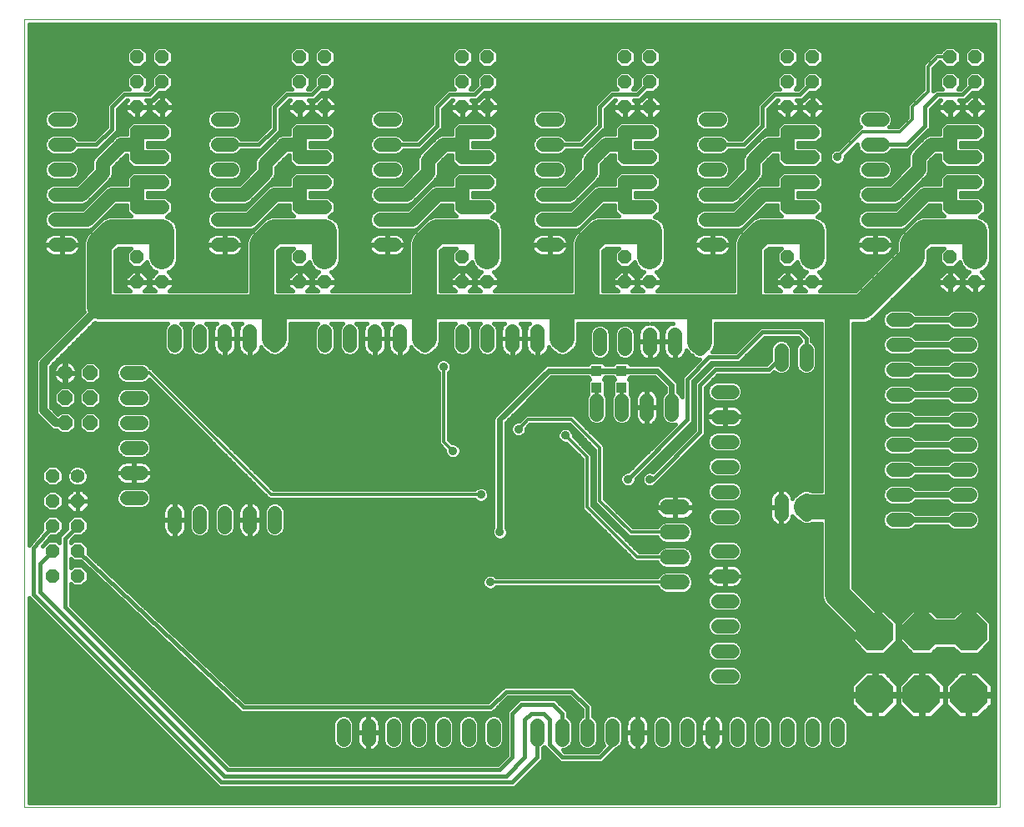
<source format=gbl>
G75*
%MOIN*%
%OFA0B0*%
%FSLAX25Y25*%
%IPPOS*%
%LPD*%
%AMOC8*
5,1,8,0,0,1.08239X$1,22.5*
%
%ADD10C,0.00000*%
%ADD11C,0.06000*%
%ADD12OC8,0.05600*%
%ADD13C,0.05600*%
%ADD14R,0.04331X0.03937*%
%ADD15OC8,0.15000*%
%ADD16C,0.06000*%
%ADD17OC8,0.06000*%
%ADD18C,0.05600*%
%ADD19C,0.01600*%
%ADD20C,0.03562*%
%ADD21C,0.25400*%
%ADD22C,0.02400*%
%ADD23C,0.01200*%
%ADD24C,0.10000*%
%ADD25C,0.03200*%
D10*
X0041800Y0041800D02*
X0041800Y0356761D01*
X0431564Y0356761D01*
X0431564Y0041800D01*
X0041800Y0041800D01*
D11*
X0298800Y0131800D02*
X0304800Y0131800D01*
X0304800Y0141800D02*
X0298800Y0141800D01*
X0298800Y0151800D02*
X0304800Y0151800D01*
X0304800Y0161800D02*
X0298800Y0161800D01*
D12*
X0291800Y0251800D03*
X0291800Y0261800D03*
X0281800Y0261800D03*
X0281800Y0251800D03*
X0281800Y0271800D03*
X0281800Y0281800D03*
X0291800Y0281800D03*
X0291800Y0271800D03*
X0291800Y0291800D03*
X0291800Y0301800D03*
X0281800Y0301800D03*
X0281800Y0291800D03*
X0281800Y0311800D03*
X0281800Y0321800D03*
X0291800Y0321800D03*
X0291800Y0311800D03*
X0291800Y0331800D03*
X0291800Y0341800D03*
X0281800Y0341800D03*
X0281800Y0331800D03*
X0226800Y0331800D03*
X0226800Y0341800D03*
X0216800Y0341800D03*
X0216800Y0331800D03*
X0216800Y0321800D03*
X0216800Y0311800D03*
X0226800Y0311800D03*
X0226800Y0321800D03*
X0226800Y0301800D03*
X0226800Y0291800D03*
X0216800Y0291800D03*
X0216800Y0301800D03*
X0216800Y0281800D03*
X0216800Y0271800D03*
X0226800Y0271800D03*
X0226800Y0281800D03*
X0226800Y0261800D03*
X0226800Y0251800D03*
X0216800Y0251800D03*
X0216800Y0261800D03*
X0161800Y0261800D03*
X0161800Y0251800D03*
X0151800Y0251800D03*
X0151800Y0261800D03*
X0151800Y0271800D03*
X0151800Y0281800D03*
X0161800Y0281800D03*
X0161800Y0271800D03*
X0161800Y0291800D03*
X0161800Y0301800D03*
X0151800Y0301800D03*
X0151800Y0291800D03*
X0151800Y0311800D03*
X0151800Y0321800D03*
X0161800Y0321800D03*
X0161800Y0311800D03*
X0161800Y0331800D03*
X0161800Y0341800D03*
X0151800Y0341800D03*
X0151800Y0331800D03*
X0096800Y0331800D03*
X0096800Y0341800D03*
X0086800Y0341800D03*
X0086800Y0331800D03*
X0086800Y0321800D03*
X0086800Y0311800D03*
X0096800Y0311800D03*
X0096800Y0321800D03*
X0096800Y0301800D03*
X0096800Y0291800D03*
X0086800Y0291800D03*
X0086800Y0301800D03*
X0086800Y0281800D03*
X0086800Y0271800D03*
X0096800Y0271800D03*
X0096800Y0281800D03*
X0096800Y0261800D03*
X0096800Y0251800D03*
X0086800Y0251800D03*
X0086800Y0261800D03*
X0053050Y0174300D03*
X0053050Y0164300D03*
X0063050Y0164300D03*
X0063050Y0154300D03*
X0063050Y0144300D03*
X0053050Y0144300D03*
X0053050Y0154300D03*
X0053050Y0134300D03*
X0063050Y0134300D03*
X0346800Y0251800D03*
X0346800Y0261800D03*
X0356800Y0261800D03*
X0356800Y0251800D03*
X0356800Y0271800D03*
X0356800Y0281800D03*
X0346800Y0281800D03*
X0346800Y0271800D03*
X0346800Y0291800D03*
X0346800Y0301800D03*
X0356800Y0301800D03*
X0356800Y0291800D03*
X0356800Y0311800D03*
X0356800Y0321800D03*
X0346800Y0321800D03*
X0346800Y0311800D03*
X0346800Y0331800D03*
X0346800Y0341800D03*
X0356800Y0341800D03*
X0356800Y0331800D03*
X0411800Y0331800D03*
X0411800Y0341800D03*
X0421800Y0341800D03*
X0421800Y0331800D03*
X0421800Y0321800D03*
X0421800Y0311800D03*
X0411800Y0311800D03*
X0411800Y0321800D03*
X0411800Y0301800D03*
X0411800Y0291800D03*
X0421800Y0291800D03*
X0421800Y0301800D03*
X0421800Y0281800D03*
X0421800Y0271800D03*
X0411800Y0271800D03*
X0411800Y0281800D03*
X0411800Y0261800D03*
X0411800Y0251800D03*
X0421800Y0251800D03*
X0421800Y0261800D03*
D13*
X0421800Y0281800D02*
X0411800Y0281800D01*
X0411800Y0286800D01*
X0411800Y0291800D01*
X0421800Y0291800D01*
X0421800Y0301800D02*
X0411800Y0301800D01*
X0411800Y0306800D01*
X0411800Y0311800D01*
X0421800Y0311800D01*
X0411800Y0306800D02*
X0404300Y0306800D01*
X0399300Y0301800D01*
X0399300Y0296800D01*
X0389300Y0286800D01*
X0381800Y0286800D01*
X0384600Y0286800D02*
X0379000Y0286800D01*
X0379000Y0276800D02*
X0384600Y0276800D01*
X0381800Y0276800D02*
X0391800Y0276800D01*
X0401800Y0286800D01*
X0411800Y0286800D01*
X0384600Y0296800D02*
X0379000Y0296800D01*
X0379000Y0306800D02*
X0384600Y0306800D01*
X0384600Y0316800D02*
X0379000Y0316800D01*
X0356800Y0311800D02*
X0346800Y0311800D01*
X0346800Y0306800D01*
X0346800Y0301800D01*
X0356800Y0301800D01*
X0356800Y0291800D02*
X0346800Y0291800D01*
X0346800Y0286800D01*
X0346800Y0281800D01*
X0356800Y0281800D01*
X0346800Y0286800D02*
X0336800Y0286800D01*
X0326800Y0276800D01*
X0316800Y0276800D01*
X0319600Y0276800D02*
X0314000Y0276800D01*
X0314000Y0286800D02*
X0319600Y0286800D01*
X0316800Y0286800D02*
X0324300Y0286800D01*
X0333050Y0295550D01*
X0333050Y0300550D01*
X0339300Y0306800D01*
X0346800Y0306800D01*
X0319600Y0306800D02*
X0314000Y0306800D01*
X0314000Y0296800D02*
X0319600Y0296800D01*
X0319600Y0316800D02*
X0314000Y0316800D01*
X0291800Y0311800D02*
X0281800Y0311800D01*
X0281800Y0306800D01*
X0281800Y0301800D01*
X0291800Y0301800D01*
X0291800Y0291800D02*
X0281800Y0291800D01*
X0281800Y0286800D01*
X0281800Y0281800D01*
X0291800Y0281800D01*
X0281800Y0286800D02*
X0271800Y0286800D01*
X0261800Y0276800D01*
X0251800Y0276800D01*
X0254600Y0276800D02*
X0249000Y0276800D01*
X0249000Y0286800D02*
X0254600Y0286800D01*
X0251800Y0286800D02*
X0259300Y0286800D01*
X0268050Y0295550D01*
X0268050Y0300550D01*
X0274300Y0306800D01*
X0281800Y0306800D01*
X0254600Y0306800D02*
X0249000Y0306800D01*
X0249000Y0296800D02*
X0254600Y0296800D01*
X0254600Y0316800D02*
X0249000Y0316800D01*
X0226800Y0311800D02*
X0216800Y0311800D01*
X0216800Y0306800D01*
X0216800Y0301800D01*
X0226800Y0301800D01*
X0226800Y0291800D02*
X0216800Y0291800D01*
X0216800Y0286800D01*
X0216800Y0281800D01*
X0226800Y0281800D01*
X0216800Y0286800D02*
X0206800Y0286800D01*
X0196800Y0276800D01*
X0186800Y0276800D01*
X0189600Y0276800D02*
X0184000Y0276800D01*
X0184000Y0286800D02*
X0189600Y0286800D01*
X0186800Y0286800D02*
X0194300Y0286800D01*
X0203050Y0295550D01*
X0203050Y0300550D01*
X0209300Y0306800D01*
X0216800Y0306800D01*
X0189600Y0306800D02*
X0184000Y0306800D01*
X0184000Y0296800D02*
X0189600Y0296800D01*
X0189600Y0316800D02*
X0184000Y0316800D01*
X0161800Y0311800D02*
X0151800Y0311800D01*
X0151800Y0306800D01*
X0151800Y0301800D01*
X0161800Y0301800D01*
X0161800Y0291800D02*
X0151800Y0291800D01*
X0151800Y0286800D01*
X0151800Y0281800D01*
X0161800Y0281800D01*
X0151800Y0286800D02*
X0141800Y0286800D01*
X0131800Y0276800D01*
X0121800Y0276800D01*
X0124600Y0276800D02*
X0119000Y0276800D01*
X0119000Y0286800D02*
X0124600Y0286800D01*
X0121800Y0286800D02*
X0129300Y0286800D01*
X0138050Y0295550D01*
X0138050Y0299300D01*
X0145550Y0306800D01*
X0151800Y0306800D01*
X0124600Y0306800D02*
X0119000Y0306800D01*
X0119000Y0296800D02*
X0124600Y0296800D01*
X0124600Y0316800D02*
X0119000Y0316800D01*
X0096800Y0311800D02*
X0086800Y0311800D01*
X0086800Y0306800D01*
X0086800Y0301800D01*
X0096800Y0301800D01*
X0096800Y0291800D02*
X0086800Y0291800D01*
X0086800Y0286800D01*
X0086800Y0281800D01*
X0096800Y0281800D01*
X0086800Y0286800D02*
X0076800Y0286800D01*
X0066800Y0276800D01*
X0056800Y0276800D01*
X0059600Y0276800D02*
X0054000Y0276800D01*
X0054000Y0286800D02*
X0059600Y0286800D01*
X0056800Y0286800D02*
X0064300Y0286800D01*
X0073050Y0295550D01*
X0073050Y0299300D01*
X0080550Y0306800D01*
X0086800Y0306800D01*
X0059600Y0306800D02*
X0054000Y0306800D01*
X0054000Y0296800D02*
X0059600Y0296800D01*
X0059600Y0316800D02*
X0054000Y0316800D01*
X0054000Y0266800D02*
X0059600Y0266800D01*
X0101800Y0232100D02*
X0101800Y0226500D01*
X0111800Y0226500D02*
X0111800Y0232100D01*
X0121800Y0232100D02*
X0121800Y0226500D01*
X0131800Y0226500D02*
X0131800Y0232100D01*
X0141800Y0232100D02*
X0141800Y0226500D01*
X0161800Y0226500D02*
X0161800Y0232100D01*
X0171800Y0232100D02*
X0171800Y0226500D01*
X0181800Y0226500D02*
X0181800Y0232100D01*
X0191800Y0232100D02*
X0191800Y0226500D01*
X0201800Y0226500D02*
X0201800Y0232100D01*
X0216800Y0232100D02*
X0216800Y0226500D01*
X0226800Y0226500D02*
X0226800Y0232100D01*
X0236800Y0232100D02*
X0236800Y0226500D01*
X0246800Y0226500D02*
X0246800Y0232100D01*
X0256800Y0232100D02*
X0256800Y0226500D01*
X0271800Y0225250D02*
X0271800Y0230850D01*
X0281800Y0230850D02*
X0281800Y0225250D01*
X0291800Y0225250D02*
X0291800Y0230850D01*
X0301800Y0230850D02*
X0301800Y0225250D01*
X0311800Y0225250D02*
X0311800Y0230850D01*
X0319000Y0208050D02*
X0324600Y0208050D01*
X0324600Y0198050D02*
X0319000Y0198050D01*
X0319000Y0188050D02*
X0324600Y0188050D01*
X0324600Y0178050D02*
X0319000Y0178050D01*
X0319000Y0168050D02*
X0324600Y0168050D01*
X0324600Y0158050D02*
X0319000Y0158050D01*
X0319000Y0144300D02*
X0324600Y0144300D01*
X0324600Y0134300D02*
X0319000Y0134300D01*
X0319000Y0124300D02*
X0324600Y0124300D01*
X0324600Y0114300D02*
X0319000Y0114300D01*
X0319000Y0104300D02*
X0324600Y0104300D01*
X0324600Y0094300D02*
X0319000Y0094300D01*
X0316800Y0074600D02*
X0316800Y0069000D01*
X0306800Y0069000D02*
X0306800Y0074600D01*
X0296800Y0074600D02*
X0296800Y0069000D01*
X0286800Y0069000D02*
X0286800Y0074600D01*
X0276800Y0074600D02*
X0276800Y0069000D01*
X0266800Y0069000D02*
X0266800Y0074600D01*
X0256800Y0074600D02*
X0256800Y0069000D01*
X0246800Y0069000D02*
X0246800Y0074600D01*
X0229300Y0074600D02*
X0229300Y0069000D01*
X0219300Y0069000D02*
X0219300Y0074600D01*
X0209300Y0074600D02*
X0209300Y0069000D01*
X0199300Y0069000D02*
X0199300Y0074600D01*
X0189300Y0074600D02*
X0189300Y0069000D01*
X0179300Y0069000D02*
X0179300Y0074600D01*
X0169300Y0074600D02*
X0169300Y0069000D01*
X0141800Y0154000D02*
X0141800Y0159600D01*
X0131800Y0159600D02*
X0131800Y0154000D01*
X0121800Y0154000D02*
X0121800Y0159600D01*
X0111800Y0159600D02*
X0111800Y0154000D01*
X0101800Y0154000D02*
X0101800Y0159600D01*
X0088350Y0165550D02*
X0082750Y0165550D01*
X0082750Y0175550D02*
X0088350Y0175550D01*
X0088350Y0185550D02*
X0082750Y0185550D01*
X0082750Y0195550D02*
X0088350Y0195550D01*
X0088350Y0205550D02*
X0082750Y0205550D01*
X0082750Y0215550D02*
X0088350Y0215550D01*
X0119000Y0266800D02*
X0124600Y0266800D01*
X0184000Y0266800D02*
X0189600Y0266800D01*
X0249000Y0266800D02*
X0254600Y0266800D01*
X0314000Y0266800D02*
X0319600Y0266800D01*
X0344300Y0224600D02*
X0344300Y0219000D01*
X0354300Y0219000D02*
X0354300Y0224600D01*
X0389000Y0226800D02*
X0394600Y0226800D01*
X0394600Y0216800D02*
X0389000Y0216800D01*
X0389000Y0206800D02*
X0394600Y0206800D01*
X0394600Y0196800D02*
X0389000Y0196800D01*
X0389000Y0186800D02*
X0394600Y0186800D01*
X0394600Y0176800D02*
X0389000Y0176800D01*
X0389000Y0166800D02*
X0394600Y0166800D01*
X0394600Y0156800D02*
X0389000Y0156800D01*
X0414000Y0156800D02*
X0419600Y0156800D01*
X0419600Y0166800D02*
X0414000Y0166800D01*
X0414000Y0176800D02*
X0419600Y0176800D01*
X0419600Y0186800D02*
X0414000Y0186800D01*
X0414000Y0196800D02*
X0419600Y0196800D01*
X0419600Y0206800D02*
X0414000Y0206800D01*
X0414000Y0216800D02*
X0419600Y0216800D01*
X0419600Y0226800D02*
X0414000Y0226800D01*
X0414000Y0236800D02*
X0419600Y0236800D01*
X0394600Y0236800D02*
X0389000Y0236800D01*
X0384600Y0266800D02*
X0379000Y0266800D01*
X0300550Y0204600D02*
X0300550Y0199000D01*
X0290550Y0199000D02*
X0290550Y0204600D01*
X0280550Y0204600D02*
X0280550Y0199000D01*
X0270550Y0199000D02*
X0270550Y0204600D01*
X0344300Y0164600D02*
X0344300Y0159000D01*
X0354300Y0159000D02*
X0354300Y0164600D01*
X0356800Y0074600D02*
X0356800Y0069000D01*
X0346800Y0069000D02*
X0346800Y0074600D01*
X0336800Y0074600D02*
X0336800Y0069000D01*
X0326800Y0069000D02*
X0326800Y0074600D01*
X0366800Y0074600D02*
X0366800Y0069000D01*
D14*
X0280550Y0209704D03*
X0280550Y0216396D03*
X0270550Y0216396D03*
X0270550Y0209704D03*
D15*
X0381800Y0111800D03*
X0400550Y0111800D03*
X0419300Y0111800D03*
X0419300Y0086800D03*
X0400550Y0086800D03*
X0381800Y0086800D03*
D16*
X0058050Y0215550D03*
D17*
X0068050Y0215550D03*
X0068050Y0205550D03*
X0068050Y0195550D03*
X0058050Y0195550D03*
X0058050Y0205550D03*
D18*
X0063050Y0174300D03*
D19*
X0065969Y0171279D02*
X0081008Y0171279D01*
X0080984Y0171287D02*
X0081673Y0171063D01*
X0082388Y0170950D01*
X0085450Y0170950D01*
X0085450Y0175450D01*
X0085650Y0175450D01*
X0085650Y0175650D01*
X0085450Y0175650D01*
X0085450Y0180150D01*
X0082388Y0180150D01*
X0081673Y0180037D01*
X0080984Y0179813D01*
X0080339Y0179484D01*
X0079753Y0179059D01*
X0079241Y0178547D01*
X0078816Y0177961D01*
X0078487Y0177316D01*
X0078263Y0176627D01*
X0078150Y0175912D01*
X0078150Y0175650D01*
X0085450Y0175650D01*
X0085450Y0175450D01*
X0078150Y0175450D01*
X0078150Y0175188D01*
X0078263Y0174473D01*
X0078487Y0173784D01*
X0078816Y0173139D01*
X0079241Y0172553D01*
X0079753Y0172041D01*
X0080339Y0171616D01*
X0080984Y0171287D01*
X0081748Y0169681D02*
X0043600Y0169681D01*
X0043600Y0171279D02*
X0050131Y0171279D01*
X0051310Y0170100D02*
X0054790Y0170100D01*
X0057250Y0172560D01*
X0057250Y0176040D01*
X0054790Y0178500D01*
X0051310Y0178500D01*
X0048850Y0176040D01*
X0048850Y0172560D01*
X0051310Y0170100D01*
X0051310Y0168500D02*
X0048850Y0166040D01*
X0048850Y0162560D01*
X0051310Y0160100D01*
X0054790Y0160100D01*
X0057250Y0162560D01*
X0057250Y0166040D01*
X0054790Y0168500D01*
X0051310Y0168500D01*
X0050893Y0168082D02*
X0043600Y0168082D01*
X0043600Y0166484D02*
X0049294Y0166484D01*
X0048850Y0164885D02*
X0043600Y0164885D01*
X0043600Y0163287D02*
X0048850Y0163287D01*
X0049722Y0161688D02*
X0043600Y0161688D01*
X0043600Y0160090D02*
X0060755Y0160090D01*
X0061145Y0159700D02*
X0058450Y0162395D01*
X0058450Y0164200D01*
X0062950Y0164200D01*
X0062950Y0164400D01*
X0062950Y0168900D01*
X0061145Y0168900D01*
X0058450Y0166205D01*
X0058450Y0164400D01*
X0062950Y0164400D01*
X0063150Y0164400D01*
X0063150Y0168900D01*
X0064955Y0168900D01*
X0067650Y0166205D01*
X0067650Y0164400D01*
X0063150Y0164400D01*
X0063150Y0164200D01*
X0067650Y0164200D01*
X0067650Y0162395D01*
X0064955Y0159700D01*
X0063150Y0159700D01*
X0063150Y0164200D01*
X0062950Y0164200D01*
X0062950Y0159700D01*
X0061145Y0159700D01*
X0061310Y0158500D02*
X0058850Y0156040D01*
X0058850Y0153211D01*
X0055850Y0150211D01*
X0055850Y0147440D01*
X0054790Y0148500D01*
X0051310Y0148500D01*
X0048971Y0146161D01*
X0052348Y0150100D01*
X0054790Y0150100D01*
X0057250Y0152560D01*
X0057250Y0156040D01*
X0054790Y0158500D01*
X0051310Y0158500D01*
X0048850Y0156040D01*
X0048850Y0152780D01*
X0043935Y0147046D01*
X0043600Y0146711D01*
X0043600Y0354961D01*
X0429764Y0354961D01*
X0429764Y0043600D01*
X0043600Y0043600D01*
X0043600Y0125639D01*
X0044639Y0124600D01*
X0118350Y0050889D01*
X0119639Y0049600D01*
X0237711Y0049600D01*
X0247711Y0059600D01*
X0249000Y0060889D01*
X0249000Y0065365D01*
X0249179Y0065439D01*
X0249614Y0065875D01*
X0254600Y0060889D01*
X0255889Y0059600D01*
X0272711Y0059600D01*
X0277711Y0064600D01*
X0278106Y0064995D01*
X0279179Y0065439D01*
X0280361Y0066621D01*
X0281000Y0068165D01*
X0281000Y0075435D01*
X0280361Y0076979D01*
X0279179Y0078161D01*
X0277635Y0078800D01*
X0275965Y0078800D01*
X0274421Y0078161D01*
X0273239Y0076979D01*
X0272600Y0075435D01*
X0272600Y0068165D01*
X0273239Y0066621D01*
X0273375Y0066486D01*
X0270889Y0064000D01*
X0257711Y0064000D01*
X0256911Y0064800D01*
X0257635Y0064800D01*
X0259179Y0065439D01*
X0260361Y0066621D01*
X0261000Y0068165D01*
X0261000Y0075435D01*
X0260361Y0076979D01*
X0259179Y0078161D01*
X0259000Y0078235D01*
X0259000Y0080211D01*
X0257711Y0081500D01*
X0253961Y0085250D01*
X0239639Y0085250D01*
X0238350Y0083961D01*
X0234600Y0080211D01*
X0234600Y0062711D01*
X0230889Y0059000D01*
X0123961Y0059000D01*
X0060250Y0122711D01*
X0060250Y0131160D01*
X0061310Y0130100D01*
X0064790Y0130100D01*
X0067250Y0132560D01*
X0067250Y0136040D01*
X0064790Y0138500D01*
X0061310Y0138500D01*
X0060250Y0137440D01*
X0060250Y0141160D01*
X0061310Y0140100D01*
X0064296Y0140100D01*
X0127767Y0080222D01*
X0128389Y0079600D01*
X0128426Y0079600D01*
X0128453Y0079574D01*
X0129332Y0079600D01*
X0228961Y0079600D01*
X0235211Y0085850D01*
X0259639Y0085850D01*
X0264600Y0080889D01*
X0264600Y0078235D01*
X0264421Y0078161D01*
X0263239Y0076979D01*
X0262600Y0075435D01*
X0262600Y0068165D01*
X0263239Y0066621D01*
X0264421Y0065439D01*
X0265965Y0064800D01*
X0267635Y0064800D01*
X0269179Y0065439D01*
X0270361Y0066621D01*
X0271000Y0068165D01*
X0271000Y0075435D01*
X0270361Y0076979D01*
X0269179Y0078161D01*
X0269000Y0078235D01*
X0269000Y0082711D01*
X0267711Y0084000D01*
X0261461Y0090250D01*
X0233389Y0090250D01*
X0232100Y0088961D01*
X0227139Y0084000D01*
X0130174Y0084000D01*
X0067250Y0143362D01*
X0067250Y0146040D01*
X0064790Y0148500D01*
X0061310Y0148500D01*
X0060250Y0147440D01*
X0060250Y0148389D01*
X0061961Y0150100D01*
X0064790Y0150100D01*
X0067250Y0152560D01*
X0067250Y0156040D01*
X0064790Y0158500D01*
X0061310Y0158500D01*
X0061302Y0158491D02*
X0054798Y0158491D01*
X0056397Y0156893D02*
X0059703Y0156893D01*
X0058850Y0155294D02*
X0057250Y0155294D01*
X0057250Y0153696D02*
X0058850Y0153696D01*
X0057736Y0152097D02*
X0056787Y0152097D01*
X0056137Y0150499D02*
X0055188Y0150499D01*
X0055850Y0148900D02*
X0051319Y0148900D01*
X0050112Y0147302D02*
X0049949Y0147302D01*
X0053050Y0144300D02*
X0048050Y0139300D01*
X0048050Y0128050D01*
X0121800Y0054300D01*
X0234300Y0054300D01*
X0241800Y0061800D01*
X0241800Y0076800D01*
X0244300Y0079300D01*
X0249300Y0079300D01*
X0251800Y0076800D01*
X0251800Y0066800D01*
X0256800Y0061800D01*
X0271800Y0061800D01*
X0276800Y0066800D01*
X0276800Y0071800D01*
X0281000Y0072172D02*
X0282200Y0072172D01*
X0282200Y0071900D02*
X0286700Y0071900D01*
X0286700Y0079200D01*
X0286438Y0079200D01*
X0285723Y0079087D01*
X0285034Y0078863D01*
X0284389Y0078534D01*
X0283803Y0078109D01*
X0283291Y0077597D01*
X0282866Y0077011D01*
X0282537Y0076366D01*
X0282313Y0075677D01*
X0282200Y0074962D01*
X0282200Y0071900D01*
X0282200Y0071700D02*
X0282200Y0068638D01*
X0282313Y0067923D01*
X0282537Y0067234D01*
X0282866Y0066589D01*
X0283291Y0066003D01*
X0283803Y0065491D01*
X0284389Y0065066D01*
X0285034Y0064737D01*
X0285723Y0064513D01*
X0286438Y0064400D01*
X0286700Y0064400D01*
X0286700Y0071700D01*
X0282200Y0071700D01*
X0282200Y0070573D02*
X0281000Y0070573D01*
X0281000Y0068975D02*
X0282200Y0068975D01*
X0282491Y0067376D02*
X0280673Y0067376D01*
X0279517Y0065778D02*
X0283517Y0065778D01*
X0286700Y0065778D02*
X0286900Y0065778D01*
X0286900Y0064400D02*
X0287162Y0064400D01*
X0287877Y0064513D01*
X0288566Y0064737D01*
X0289211Y0065066D01*
X0289797Y0065491D01*
X0290309Y0066003D01*
X0290734Y0066589D01*
X0291063Y0067234D01*
X0291287Y0067923D01*
X0291400Y0068638D01*
X0291400Y0071700D01*
X0286900Y0071700D01*
X0286900Y0071900D01*
X0286700Y0071900D01*
X0286700Y0071700D01*
X0286900Y0071700D01*
X0286900Y0064400D01*
X0286900Y0067376D02*
X0286700Y0067376D01*
X0286700Y0068975D02*
X0286900Y0068975D01*
X0286900Y0070573D02*
X0286700Y0070573D01*
X0286900Y0071900D02*
X0291400Y0071900D01*
X0291400Y0074962D01*
X0291287Y0075677D01*
X0291063Y0076366D01*
X0290734Y0077011D01*
X0290309Y0077597D01*
X0289797Y0078109D01*
X0289211Y0078534D01*
X0288566Y0078863D01*
X0287877Y0079087D01*
X0287162Y0079200D01*
X0286900Y0079200D01*
X0286900Y0071900D01*
X0286900Y0072172D02*
X0286700Y0072172D01*
X0286700Y0073770D02*
X0286900Y0073770D01*
X0286900Y0075369D02*
X0286700Y0075369D01*
X0286700Y0076967D02*
X0286900Y0076967D01*
X0286900Y0078566D02*
X0286700Y0078566D01*
X0284451Y0078566D02*
X0278201Y0078566D01*
X0280365Y0076967D02*
X0282843Y0076967D01*
X0282264Y0075369D02*
X0281000Y0075369D01*
X0281000Y0073770D02*
X0282200Y0073770D01*
X0289149Y0078566D02*
X0295399Y0078566D01*
X0295965Y0078800D02*
X0294421Y0078161D01*
X0293239Y0076979D01*
X0292600Y0075435D01*
X0292600Y0068165D01*
X0293239Y0066621D01*
X0294421Y0065439D01*
X0295965Y0064800D01*
X0297635Y0064800D01*
X0299179Y0065439D01*
X0300361Y0066621D01*
X0301000Y0068165D01*
X0301000Y0075435D01*
X0300361Y0076979D01*
X0299179Y0078161D01*
X0297635Y0078800D01*
X0295965Y0078800D01*
X0298201Y0078566D02*
X0305399Y0078566D01*
X0305965Y0078800D02*
X0304421Y0078161D01*
X0303239Y0076979D01*
X0302600Y0075435D01*
X0302600Y0068165D01*
X0303239Y0066621D01*
X0304421Y0065439D01*
X0305965Y0064800D01*
X0307635Y0064800D01*
X0309179Y0065439D01*
X0310361Y0066621D01*
X0311000Y0068165D01*
X0311000Y0075435D01*
X0310361Y0076979D01*
X0309179Y0078161D01*
X0307635Y0078800D01*
X0305965Y0078800D01*
X0308201Y0078566D02*
X0314451Y0078566D01*
X0314389Y0078534D02*
X0313803Y0078109D01*
X0313291Y0077597D01*
X0312866Y0077011D01*
X0312537Y0076366D01*
X0312313Y0075677D01*
X0312200Y0074962D01*
X0312200Y0071900D01*
X0316700Y0071900D01*
X0316700Y0079200D01*
X0316438Y0079200D01*
X0315723Y0079087D01*
X0315034Y0078863D01*
X0314389Y0078534D01*
X0312843Y0076967D02*
X0310365Y0076967D01*
X0311000Y0075369D02*
X0312264Y0075369D01*
X0312200Y0073770D02*
X0311000Y0073770D01*
X0311000Y0072172D02*
X0312200Y0072172D01*
X0312200Y0071700D02*
X0312200Y0068638D01*
X0312313Y0067923D01*
X0312537Y0067234D01*
X0312866Y0066589D01*
X0313291Y0066003D01*
X0313803Y0065491D01*
X0314389Y0065066D01*
X0315034Y0064737D01*
X0315723Y0064513D01*
X0316438Y0064400D01*
X0316700Y0064400D01*
X0316700Y0071700D01*
X0312200Y0071700D01*
X0312200Y0070573D02*
X0311000Y0070573D01*
X0311000Y0068975D02*
X0312200Y0068975D01*
X0312491Y0067376D02*
X0310673Y0067376D01*
X0309517Y0065778D02*
X0313517Y0065778D01*
X0316700Y0065778D02*
X0316900Y0065778D01*
X0316900Y0064400D02*
X0317162Y0064400D01*
X0317877Y0064513D01*
X0318566Y0064737D01*
X0319211Y0065066D01*
X0319797Y0065491D01*
X0320309Y0066003D01*
X0320734Y0066589D01*
X0321063Y0067234D01*
X0321287Y0067923D01*
X0321400Y0068638D01*
X0321400Y0071700D01*
X0316900Y0071700D01*
X0316900Y0071900D01*
X0316700Y0071900D01*
X0316700Y0071700D01*
X0316900Y0071700D01*
X0316900Y0064400D01*
X0316900Y0067376D02*
X0316700Y0067376D01*
X0316700Y0068975D02*
X0316900Y0068975D01*
X0316900Y0070573D02*
X0316700Y0070573D01*
X0316900Y0071900D02*
X0321400Y0071900D01*
X0321400Y0074962D01*
X0321287Y0075677D01*
X0321063Y0076366D01*
X0320734Y0077011D01*
X0320309Y0077597D01*
X0319797Y0078109D01*
X0319211Y0078534D01*
X0318566Y0078863D01*
X0317877Y0079087D01*
X0317162Y0079200D01*
X0316900Y0079200D01*
X0316900Y0071900D01*
X0316900Y0072172D02*
X0316700Y0072172D01*
X0316700Y0073770D02*
X0316900Y0073770D01*
X0316900Y0075369D02*
X0316700Y0075369D01*
X0316700Y0076967D02*
X0316900Y0076967D01*
X0316900Y0078566D02*
X0316700Y0078566D01*
X0319149Y0078566D02*
X0325399Y0078566D01*
X0325965Y0078800D02*
X0324421Y0078161D01*
X0323239Y0076979D01*
X0322600Y0075435D01*
X0322600Y0068165D01*
X0323239Y0066621D01*
X0324421Y0065439D01*
X0325965Y0064800D01*
X0327635Y0064800D01*
X0329179Y0065439D01*
X0330361Y0066621D01*
X0331000Y0068165D01*
X0331000Y0075435D01*
X0330361Y0076979D01*
X0329179Y0078161D01*
X0327635Y0078800D01*
X0325965Y0078800D01*
X0328201Y0078566D02*
X0335399Y0078566D01*
X0335965Y0078800D02*
X0334421Y0078161D01*
X0333239Y0076979D01*
X0332600Y0075435D01*
X0332600Y0068165D01*
X0333239Y0066621D01*
X0334421Y0065439D01*
X0335965Y0064800D01*
X0337635Y0064800D01*
X0339179Y0065439D01*
X0340361Y0066621D01*
X0341000Y0068165D01*
X0341000Y0075435D01*
X0340361Y0076979D01*
X0339179Y0078161D01*
X0337635Y0078800D01*
X0335965Y0078800D01*
X0338201Y0078566D02*
X0345399Y0078566D01*
X0345965Y0078800D02*
X0344421Y0078161D01*
X0343239Y0076979D01*
X0342600Y0075435D01*
X0342600Y0068165D01*
X0343239Y0066621D01*
X0344421Y0065439D01*
X0345965Y0064800D01*
X0347635Y0064800D01*
X0349179Y0065439D01*
X0350361Y0066621D01*
X0351000Y0068165D01*
X0351000Y0075435D01*
X0350361Y0076979D01*
X0349179Y0078161D01*
X0347635Y0078800D01*
X0345965Y0078800D01*
X0348201Y0078566D02*
X0355399Y0078566D01*
X0355965Y0078800D02*
X0354421Y0078161D01*
X0353239Y0076979D01*
X0352600Y0075435D01*
X0352600Y0068165D01*
X0353239Y0066621D01*
X0354421Y0065439D01*
X0355965Y0064800D01*
X0357635Y0064800D01*
X0359179Y0065439D01*
X0360361Y0066621D01*
X0361000Y0068165D01*
X0361000Y0075435D01*
X0360361Y0076979D01*
X0359179Y0078161D01*
X0357635Y0078800D01*
X0355965Y0078800D01*
X0358201Y0078566D02*
X0365399Y0078566D01*
X0365965Y0078800D02*
X0364421Y0078161D01*
X0363239Y0076979D01*
X0362600Y0075435D01*
X0362600Y0068165D01*
X0363239Y0066621D01*
X0364421Y0065439D01*
X0365965Y0064800D01*
X0367635Y0064800D01*
X0369179Y0065439D01*
X0370361Y0066621D01*
X0371000Y0068165D01*
X0371000Y0075435D01*
X0370361Y0076979D01*
X0369179Y0078161D01*
X0367635Y0078800D01*
X0365965Y0078800D01*
X0368201Y0078566D02*
X0376882Y0078566D01*
X0377948Y0077500D02*
X0372500Y0082948D01*
X0372500Y0086225D01*
X0381225Y0086225D01*
X0381225Y0087375D01*
X0381225Y0096100D01*
X0377948Y0096100D01*
X0372500Y0090652D01*
X0372500Y0087375D01*
X0381225Y0087375D01*
X0382375Y0087375D01*
X0382375Y0096100D01*
X0385652Y0096100D01*
X0391100Y0090652D01*
X0391100Y0087375D01*
X0382375Y0087375D01*
X0382375Y0086225D01*
X0391100Y0086225D01*
X0391100Y0082948D01*
X0385652Y0077500D01*
X0382375Y0077500D01*
X0382375Y0086225D01*
X0381225Y0086225D01*
X0381225Y0077500D01*
X0377948Y0077500D01*
X0381225Y0078566D02*
X0382375Y0078566D01*
X0382375Y0080164D02*
X0381225Y0080164D01*
X0381225Y0081763D02*
X0382375Y0081763D01*
X0382375Y0083361D02*
X0381225Y0083361D01*
X0381225Y0084960D02*
X0382375Y0084960D01*
X0382375Y0086558D02*
X0399975Y0086558D01*
X0399975Y0086225D02*
X0391250Y0086225D01*
X0391250Y0082948D01*
X0396698Y0077500D01*
X0399975Y0077500D01*
X0399975Y0086225D01*
X0399975Y0087375D01*
X0399975Y0096100D01*
X0396698Y0096100D01*
X0391250Y0090652D01*
X0391250Y0087375D01*
X0399975Y0087375D01*
X0401125Y0087375D01*
X0401125Y0096100D01*
X0404402Y0096100D01*
X0409850Y0090652D01*
X0409850Y0087375D01*
X0401125Y0087375D01*
X0401125Y0086225D01*
X0409850Y0086225D01*
X0409850Y0082948D01*
X0404402Y0077500D01*
X0401125Y0077500D01*
X0401125Y0086225D01*
X0399975Y0086225D01*
X0401125Y0086558D02*
X0418725Y0086558D01*
X0418725Y0086225D02*
X0410000Y0086225D01*
X0410000Y0082948D01*
X0415448Y0077500D01*
X0418725Y0077500D01*
X0418725Y0086225D01*
X0418725Y0087375D01*
X0418725Y0096100D01*
X0415448Y0096100D01*
X0410000Y0090652D01*
X0410000Y0087375D01*
X0418725Y0087375D01*
X0419875Y0087375D01*
X0419875Y0096100D01*
X0423152Y0096100D01*
X0428600Y0090652D01*
X0428600Y0087375D01*
X0419875Y0087375D01*
X0419875Y0086225D01*
X0428600Y0086225D01*
X0428600Y0082948D01*
X0423152Y0077500D01*
X0419875Y0077500D01*
X0419875Y0086225D01*
X0418725Y0086225D01*
X0419875Y0086558D02*
X0429764Y0086558D01*
X0429764Y0084960D02*
X0428600Y0084960D01*
X0428600Y0083361D02*
X0429764Y0083361D01*
X0429764Y0081763D02*
X0427415Y0081763D01*
X0425816Y0080164D02*
X0429764Y0080164D01*
X0429764Y0078566D02*
X0424218Y0078566D01*
X0419875Y0078566D02*
X0418725Y0078566D01*
X0418725Y0080164D02*
X0419875Y0080164D01*
X0419875Y0081763D02*
X0418725Y0081763D01*
X0418725Y0083361D02*
X0419875Y0083361D01*
X0419875Y0084960D02*
X0418725Y0084960D01*
X0418725Y0088157D02*
X0419875Y0088157D01*
X0419875Y0089755D02*
X0418725Y0089755D01*
X0418725Y0091354D02*
X0419875Y0091354D01*
X0419875Y0092952D02*
X0418725Y0092952D01*
X0418725Y0094551D02*
X0419875Y0094551D01*
X0424701Y0094551D02*
X0429764Y0094551D01*
X0429764Y0096149D02*
X0328380Y0096149D01*
X0328161Y0096679D02*
X0326979Y0097861D01*
X0325435Y0098500D01*
X0318165Y0098500D01*
X0316621Y0097861D01*
X0315439Y0096679D01*
X0314800Y0095135D01*
X0314800Y0093465D01*
X0315439Y0091921D01*
X0316621Y0090739D01*
X0318165Y0090100D01*
X0325435Y0090100D01*
X0326979Y0090739D01*
X0328161Y0091921D01*
X0328800Y0093465D01*
X0328800Y0095135D01*
X0328161Y0096679D01*
X0327092Y0097748D02*
X0429764Y0097748D01*
X0429764Y0099346D02*
X0113907Y0099346D01*
X0115601Y0097748D02*
X0316508Y0097748D01*
X0315220Y0096149D02*
X0117296Y0096149D01*
X0118990Y0094551D02*
X0314800Y0094551D01*
X0315012Y0092952D02*
X0120684Y0092952D01*
X0122379Y0091354D02*
X0316006Y0091354D01*
X0327594Y0091354D02*
X0373202Y0091354D01*
X0372500Y0089755D02*
X0261956Y0089755D01*
X0260550Y0088050D02*
X0266800Y0081800D01*
X0266800Y0071800D01*
X0271000Y0072172D02*
X0272600Y0072172D01*
X0272600Y0073770D02*
X0271000Y0073770D01*
X0271000Y0075369D02*
X0272600Y0075369D01*
X0273235Y0076967D02*
X0270365Y0076967D01*
X0269000Y0078566D02*
X0275399Y0078566D01*
X0269000Y0080164D02*
X0375284Y0080164D01*
X0373685Y0081763D02*
X0269000Y0081763D01*
X0268350Y0083361D02*
X0372500Y0083361D01*
X0372500Y0084960D02*
X0266751Y0084960D01*
X0265153Y0086558D02*
X0381225Y0086558D01*
X0381225Y0088157D02*
X0382375Y0088157D01*
X0382375Y0089755D02*
X0381225Y0089755D01*
X0381225Y0091354D02*
X0382375Y0091354D01*
X0382375Y0092952D02*
X0381225Y0092952D01*
X0381225Y0094551D02*
X0382375Y0094551D01*
X0387201Y0094551D02*
X0395149Y0094551D01*
X0393550Y0092952D02*
X0388800Y0092952D01*
X0390398Y0091354D02*
X0391952Y0091354D01*
X0391250Y0089755D02*
X0391100Y0089755D01*
X0391100Y0088157D02*
X0391250Y0088157D01*
X0391250Y0084960D02*
X0391100Y0084960D01*
X0391100Y0083361D02*
X0391250Y0083361D01*
X0392435Y0081763D02*
X0389915Y0081763D01*
X0388316Y0080164D02*
X0394034Y0080164D01*
X0395632Y0078566D02*
X0386718Y0078566D01*
X0399975Y0078566D02*
X0401125Y0078566D01*
X0401125Y0080164D02*
X0399975Y0080164D01*
X0399975Y0081763D02*
X0401125Y0081763D01*
X0401125Y0083361D02*
X0399975Y0083361D01*
X0399975Y0084960D02*
X0401125Y0084960D01*
X0401125Y0088157D02*
X0399975Y0088157D01*
X0399975Y0089755D02*
X0401125Y0089755D01*
X0401125Y0091354D02*
X0399975Y0091354D01*
X0399975Y0092952D02*
X0401125Y0092952D01*
X0401125Y0094551D02*
X0399975Y0094551D01*
X0405951Y0094551D02*
X0413899Y0094551D01*
X0412300Y0092952D02*
X0407550Y0092952D01*
X0409148Y0091354D02*
X0410702Y0091354D01*
X0410000Y0089755D02*
X0409850Y0089755D01*
X0409850Y0088157D02*
X0410000Y0088157D01*
X0410000Y0084960D02*
X0409850Y0084960D01*
X0409850Y0083361D02*
X0410000Y0083361D01*
X0411185Y0081763D02*
X0408665Y0081763D01*
X0407066Y0080164D02*
X0412784Y0080164D01*
X0414382Y0078566D02*
X0405468Y0078566D01*
X0428600Y0088157D02*
X0429764Y0088157D01*
X0429764Y0089755D02*
X0428600Y0089755D01*
X0427898Y0091354D02*
X0429764Y0091354D01*
X0429764Y0092952D02*
X0426300Y0092952D01*
X0429764Y0100945D02*
X0327185Y0100945D01*
X0326979Y0100739D02*
X0328161Y0101921D01*
X0328800Y0103465D01*
X0328800Y0105135D01*
X0328161Y0106679D01*
X0326979Y0107861D01*
X0325435Y0108500D01*
X0318165Y0108500D01*
X0316621Y0107861D01*
X0315439Y0106679D01*
X0314800Y0105135D01*
X0314800Y0103465D01*
X0315439Y0101921D01*
X0316621Y0100739D01*
X0318165Y0100100D01*
X0325435Y0100100D01*
X0326979Y0100739D01*
X0328418Y0102543D02*
X0429764Y0102543D01*
X0429764Y0104142D02*
X0424228Y0104142D01*
X0422986Y0102900D02*
X0415613Y0102900D01*
X0413113Y0105400D01*
X0406736Y0105400D01*
X0404236Y0102900D01*
X0396863Y0102900D01*
X0391650Y0108113D01*
X0391650Y0115486D01*
X0396863Y0120700D01*
X0404236Y0120700D01*
X0406736Y0118200D01*
X0413113Y0118200D01*
X0415613Y0120700D01*
X0422986Y0120700D01*
X0428200Y0115486D01*
X0428200Y0108113D01*
X0422986Y0102900D01*
X0425827Y0105740D02*
X0429764Y0105740D01*
X0429764Y0107339D02*
X0427425Y0107339D01*
X0428200Y0108937D02*
X0429764Y0108937D01*
X0429764Y0110536D02*
X0428200Y0110536D01*
X0428200Y0112134D02*
X0429764Y0112134D01*
X0429764Y0113733D02*
X0428200Y0113733D01*
X0428200Y0115332D02*
X0429764Y0115332D01*
X0429764Y0116930D02*
X0426756Y0116930D01*
X0425158Y0118529D02*
X0429764Y0118529D01*
X0429764Y0120127D02*
X0423559Y0120127D01*
X0415041Y0120127D02*
X0404809Y0120127D01*
X0406408Y0118529D02*
X0413442Y0118529D01*
X0414372Y0104142D02*
X0405478Y0104142D01*
X0395622Y0104142D02*
X0386728Y0104142D01*
X0385486Y0102900D02*
X0390700Y0108113D01*
X0390700Y0115486D01*
X0385486Y0120700D01*
X0381951Y0120700D01*
X0373200Y0129451D01*
X0373200Y0235400D01*
X0378073Y0235400D01*
X0380425Y0236374D01*
X0400425Y0256374D01*
X0402226Y0258175D01*
X0403200Y0260527D01*
X0403200Y0264149D01*
X0404451Y0265400D01*
X0409460Y0265400D01*
X0407600Y0263540D01*
X0407600Y0260060D01*
X0410060Y0257600D01*
X0413540Y0257600D01*
X0415712Y0259773D01*
X0416374Y0258175D01*
X0418175Y0256374D01*
X0419373Y0255878D01*
X0417200Y0253705D01*
X0417200Y0251900D01*
X0421700Y0251900D01*
X0421700Y0251700D01*
X0421900Y0251700D01*
X0421900Y0251900D01*
X0426400Y0251900D01*
X0426400Y0253705D01*
X0424227Y0255878D01*
X0425425Y0256374D01*
X0427226Y0258175D01*
X0428200Y0260527D01*
X0428200Y0273073D01*
X0427226Y0275425D01*
X0425425Y0277226D01*
X0423827Y0277888D01*
X0426000Y0280060D01*
X0426000Y0283540D01*
X0423540Y0286000D01*
X0416000Y0286000D01*
X0416000Y0287600D01*
X0423540Y0287600D01*
X0426000Y0290060D01*
X0426000Y0293540D01*
X0423540Y0296000D01*
X0410060Y0296000D01*
X0407600Y0293540D01*
X0407600Y0291000D01*
X0400965Y0291000D01*
X0399421Y0290361D01*
X0398239Y0289179D01*
X0390060Y0281000D01*
X0378165Y0281000D01*
X0376621Y0280361D01*
X0375439Y0279179D01*
X0374800Y0277635D01*
X0374800Y0275965D01*
X0375439Y0274421D01*
X0376621Y0273239D01*
X0378165Y0272600D01*
X0392635Y0272600D01*
X0394179Y0273239D01*
X0403540Y0282600D01*
X0407600Y0282600D01*
X0407600Y0280060D01*
X0409460Y0278200D01*
X0400527Y0278200D01*
X0398175Y0277226D01*
X0396374Y0275425D01*
X0391374Y0270425D01*
X0390400Y0268073D01*
X0390400Y0264451D01*
X0374149Y0248200D01*
X0359705Y0248200D01*
X0361400Y0249895D01*
X0361400Y0251700D01*
X0356900Y0251700D01*
X0356900Y0251900D01*
X0361400Y0251900D01*
X0361400Y0253705D01*
X0359227Y0255878D01*
X0360425Y0256374D01*
X0362226Y0258175D01*
X0363200Y0260527D01*
X0363200Y0273073D01*
X0362226Y0275425D01*
X0360425Y0277226D01*
X0358827Y0277888D01*
X0361000Y0280060D01*
X0361000Y0283540D01*
X0358540Y0286000D01*
X0351000Y0286000D01*
X0351000Y0287600D01*
X0358540Y0287600D01*
X0361000Y0290060D01*
X0361000Y0293540D01*
X0358540Y0296000D01*
X0345060Y0296000D01*
X0342600Y0293540D01*
X0342600Y0291000D01*
X0335965Y0291000D01*
X0334421Y0290361D01*
X0333239Y0289179D01*
X0325060Y0281000D01*
X0313165Y0281000D01*
X0311621Y0280361D01*
X0310439Y0279179D01*
X0309800Y0277635D01*
X0309800Y0275965D01*
X0310439Y0274421D01*
X0311621Y0273239D01*
X0313165Y0272600D01*
X0327635Y0272600D01*
X0329179Y0273239D01*
X0338540Y0282600D01*
X0342600Y0282600D01*
X0342600Y0280060D01*
X0344460Y0278200D01*
X0335527Y0278200D01*
X0333175Y0277226D01*
X0328175Y0272226D01*
X0326374Y0270425D01*
X0325400Y0268073D01*
X0325400Y0248200D01*
X0294705Y0248200D01*
X0296400Y0249895D01*
X0296400Y0251700D01*
X0291900Y0251700D01*
X0291900Y0251900D01*
X0296400Y0251900D01*
X0296400Y0253705D01*
X0294227Y0255878D01*
X0295425Y0256374D01*
X0297226Y0258175D01*
X0298200Y0260527D01*
X0298200Y0273073D01*
X0297226Y0275425D01*
X0295425Y0277226D01*
X0293827Y0277888D01*
X0296000Y0280060D01*
X0296000Y0283540D01*
X0293540Y0286000D01*
X0286000Y0286000D01*
X0286000Y0287600D01*
X0293540Y0287600D01*
X0296000Y0290060D01*
X0296000Y0293540D01*
X0293540Y0296000D01*
X0280060Y0296000D01*
X0279421Y0295361D01*
X0278239Y0294179D01*
X0277600Y0293540D01*
X0277600Y0291000D01*
X0270965Y0291000D01*
X0269421Y0290361D01*
X0268239Y0289179D01*
X0260060Y0281000D01*
X0248165Y0281000D01*
X0246621Y0280361D01*
X0245439Y0279179D01*
X0244800Y0277635D01*
X0244800Y0275965D01*
X0245439Y0274421D01*
X0246621Y0273239D01*
X0248165Y0272600D01*
X0262635Y0272600D01*
X0264179Y0273239D01*
X0273540Y0282600D01*
X0277600Y0282600D01*
X0277600Y0280060D01*
X0279460Y0278200D01*
X0270527Y0278200D01*
X0268175Y0277226D01*
X0266374Y0275425D01*
X0261374Y0270425D01*
X0260400Y0268073D01*
X0260400Y0248200D01*
X0229705Y0248200D01*
X0231400Y0249895D01*
X0231400Y0251700D01*
X0226900Y0251700D01*
X0226900Y0251900D01*
X0231400Y0251900D01*
X0231400Y0253705D01*
X0229227Y0255878D01*
X0230425Y0256374D01*
X0232226Y0258175D01*
X0233200Y0260527D01*
X0233200Y0273073D01*
X0232226Y0275425D01*
X0230425Y0277226D01*
X0228827Y0277888D01*
X0231000Y0280060D01*
X0231000Y0283540D01*
X0228540Y0286000D01*
X0221000Y0286000D01*
X0221000Y0287600D01*
X0228540Y0287600D01*
X0231000Y0290060D01*
X0231000Y0293540D01*
X0228540Y0296000D01*
X0215060Y0296000D01*
X0212600Y0293540D01*
X0212600Y0291000D01*
X0205965Y0291000D01*
X0204421Y0290361D01*
X0203239Y0289179D01*
X0195060Y0281000D01*
X0183165Y0281000D01*
X0181621Y0280361D01*
X0180439Y0279179D01*
X0179800Y0277635D01*
X0179800Y0275965D01*
X0180439Y0274421D01*
X0181621Y0273239D01*
X0183165Y0272600D01*
X0197635Y0272600D01*
X0199179Y0273239D01*
X0208540Y0282600D01*
X0212600Y0282600D01*
X0212600Y0280060D01*
X0214460Y0278200D01*
X0205527Y0278200D01*
X0203175Y0277226D01*
X0201374Y0275425D01*
X0196374Y0270425D01*
X0195400Y0268073D01*
X0195400Y0248200D01*
X0164705Y0248200D01*
X0166400Y0249895D01*
X0166400Y0251700D01*
X0161900Y0251700D01*
X0161900Y0251900D01*
X0166400Y0251900D01*
X0166400Y0253705D01*
X0164227Y0255878D01*
X0165425Y0256374D01*
X0167226Y0258175D01*
X0168200Y0260527D01*
X0168200Y0273073D01*
X0167226Y0275425D01*
X0165425Y0277226D01*
X0163827Y0277888D01*
X0166000Y0280060D01*
X0166000Y0283540D01*
X0163540Y0286000D01*
X0156000Y0286000D01*
X0156000Y0287600D01*
X0163540Y0287600D01*
X0164179Y0288239D01*
X0165361Y0289421D01*
X0166000Y0290060D01*
X0166000Y0293540D01*
X0165361Y0294179D01*
X0164179Y0295361D01*
X0163540Y0296000D01*
X0150060Y0296000D01*
X0149421Y0295361D01*
X0148239Y0294179D01*
X0147600Y0293540D01*
X0147600Y0291000D01*
X0140965Y0291000D01*
X0139421Y0290361D01*
X0138239Y0289179D01*
X0130060Y0281000D01*
X0118165Y0281000D01*
X0116621Y0280361D01*
X0115439Y0279179D01*
X0114800Y0277635D01*
X0114800Y0275965D01*
X0115439Y0274421D01*
X0116621Y0273239D01*
X0118165Y0272600D01*
X0132635Y0272600D01*
X0134179Y0273239D01*
X0143540Y0282600D01*
X0147600Y0282600D01*
X0147600Y0280060D01*
X0148239Y0279421D01*
X0149421Y0278239D01*
X0149460Y0278200D01*
X0140527Y0278200D01*
X0138175Y0277226D01*
X0136374Y0275425D01*
X0131374Y0270425D01*
X0130400Y0268073D01*
X0130400Y0248200D01*
X0099705Y0248200D01*
X0101400Y0249895D01*
X0101400Y0251700D01*
X0096900Y0251700D01*
X0096900Y0251900D01*
X0101400Y0251900D01*
X0101400Y0253705D01*
X0099227Y0255878D01*
X0100425Y0256374D01*
X0102226Y0258175D01*
X0103200Y0260527D01*
X0103200Y0273073D01*
X0102226Y0275425D01*
X0100425Y0277226D01*
X0098827Y0277888D01*
X0101000Y0280060D01*
X0101000Y0283540D01*
X0098540Y0286000D01*
X0091000Y0286000D01*
X0091000Y0287600D01*
X0098540Y0287600D01*
X0101000Y0290060D01*
X0101000Y0293540D01*
X0098540Y0296000D01*
X0085060Y0296000D01*
X0082600Y0293540D01*
X0082600Y0291000D01*
X0075965Y0291000D01*
X0074421Y0290361D01*
X0073239Y0289179D01*
X0065060Y0281000D01*
X0053165Y0281000D01*
X0051621Y0280361D01*
X0050439Y0279179D01*
X0049800Y0277635D01*
X0049800Y0275965D01*
X0050439Y0274421D01*
X0051621Y0273239D01*
X0053165Y0272600D01*
X0067635Y0272600D01*
X0069179Y0273239D01*
X0078540Y0282600D01*
X0082600Y0282600D01*
X0082600Y0280060D01*
X0084460Y0278200D01*
X0075527Y0278200D01*
X0073175Y0277226D01*
X0071374Y0275425D01*
X0068175Y0272226D01*
X0068175Y0272226D01*
X0066374Y0270425D01*
X0065400Y0268073D01*
X0065400Y0240527D01*
X0065659Y0239902D01*
X0046757Y0220999D01*
X0046300Y0219897D01*
X0046300Y0199953D01*
X0046757Y0198851D01*
X0047601Y0198007D01*
X0052601Y0193007D01*
X0053703Y0192550D01*
X0054827Y0192550D01*
X0056227Y0191150D01*
X0059873Y0191150D01*
X0062450Y0193727D01*
X0062450Y0197373D01*
X0059873Y0199950D01*
X0056227Y0199950D01*
X0055185Y0198908D01*
X0052300Y0201793D01*
X0052300Y0218057D01*
X0069902Y0235659D01*
X0070527Y0235400D01*
X0099160Y0235400D01*
X0098239Y0234479D01*
X0097600Y0232935D01*
X0097600Y0225665D01*
X0098239Y0224121D01*
X0099421Y0222939D01*
X0100965Y0222300D01*
X0102635Y0222300D01*
X0104179Y0222939D01*
X0105361Y0224121D01*
X0106000Y0225665D01*
X0106000Y0232935D01*
X0105361Y0234479D01*
X0104440Y0235400D01*
X0109160Y0235400D01*
X0108239Y0234479D01*
X0107600Y0232935D01*
X0107600Y0225665D01*
X0108239Y0224121D01*
X0109421Y0222939D01*
X0110965Y0222300D01*
X0112635Y0222300D01*
X0114179Y0222939D01*
X0115361Y0224121D01*
X0116000Y0225665D01*
X0116000Y0232935D01*
X0115361Y0234479D01*
X0114440Y0235400D01*
X0118595Y0235400D01*
X0118291Y0235097D01*
X0117866Y0234511D01*
X0117537Y0233866D01*
X0117313Y0233177D01*
X0117200Y0232462D01*
X0117200Y0229400D01*
X0121700Y0229400D01*
X0121700Y0229200D01*
X0121900Y0229200D01*
X0121900Y0229400D01*
X0126400Y0229400D01*
X0126400Y0232462D01*
X0126287Y0233177D01*
X0126063Y0233866D01*
X0125734Y0234511D01*
X0125309Y0235097D01*
X0125005Y0235400D01*
X0128595Y0235400D01*
X0128291Y0235097D01*
X0127866Y0234511D01*
X0127537Y0233866D01*
X0127313Y0233177D01*
X0127200Y0232462D01*
X0127200Y0229400D01*
X0131700Y0229400D01*
X0131700Y0229200D01*
X0131900Y0229200D01*
X0131900Y0221900D01*
X0132162Y0221900D01*
X0132877Y0222013D01*
X0133566Y0222237D01*
X0134211Y0222566D01*
X0134797Y0222991D01*
X0135309Y0223503D01*
X0135734Y0224089D01*
X0136063Y0224734D01*
X0136287Y0225423D01*
X0136340Y0225758D01*
X0136374Y0225675D01*
X0138175Y0223874D01*
X0138706Y0223654D01*
X0139421Y0222939D01*
X0140965Y0222300D01*
X0142635Y0222300D01*
X0144179Y0222939D01*
X0144894Y0223654D01*
X0145425Y0223874D01*
X0147226Y0225675D01*
X0148200Y0228027D01*
X0148200Y0235400D01*
X0159160Y0235400D01*
X0158239Y0234479D01*
X0157600Y0232935D01*
X0157600Y0225665D01*
X0158239Y0224121D01*
X0159421Y0222939D01*
X0160965Y0222300D01*
X0162635Y0222300D01*
X0164179Y0222939D01*
X0165361Y0224121D01*
X0166000Y0225665D01*
X0166000Y0232935D01*
X0165361Y0234479D01*
X0164440Y0235400D01*
X0169160Y0235400D01*
X0168239Y0234479D01*
X0167600Y0232935D01*
X0167600Y0225665D01*
X0168239Y0224121D01*
X0169421Y0222939D01*
X0170965Y0222300D01*
X0172635Y0222300D01*
X0174179Y0222939D01*
X0175361Y0224121D01*
X0176000Y0225665D01*
X0176000Y0232935D01*
X0175361Y0234479D01*
X0174440Y0235400D01*
X0178595Y0235400D01*
X0178291Y0235097D01*
X0177866Y0234511D01*
X0177537Y0233866D01*
X0177313Y0233177D01*
X0177200Y0232462D01*
X0177200Y0229400D01*
X0181700Y0229400D01*
X0181700Y0229200D01*
X0181900Y0229200D01*
X0181900Y0229400D01*
X0186400Y0229400D01*
X0186400Y0232462D01*
X0186287Y0233177D01*
X0186063Y0233866D01*
X0185734Y0234511D01*
X0185309Y0235097D01*
X0185005Y0235400D01*
X0188595Y0235400D01*
X0188291Y0235097D01*
X0187866Y0234511D01*
X0187537Y0233866D01*
X0187313Y0233177D01*
X0187200Y0232462D01*
X0187200Y0229400D01*
X0191700Y0229400D01*
X0191700Y0229200D01*
X0191900Y0229200D01*
X0191900Y0221900D01*
X0192162Y0221900D01*
X0192877Y0222013D01*
X0193566Y0222237D01*
X0194211Y0222566D01*
X0194797Y0222991D01*
X0195309Y0223503D01*
X0195734Y0224089D01*
X0196063Y0224734D01*
X0196287Y0225423D01*
X0196340Y0225758D01*
X0196374Y0225675D01*
X0198175Y0223874D01*
X0198706Y0223654D01*
X0199421Y0222939D01*
X0200965Y0222300D01*
X0202635Y0222300D01*
X0204179Y0222939D01*
X0204894Y0223654D01*
X0205425Y0223874D01*
X0207226Y0225675D01*
X0208200Y0228027D01*
X0208200Y0235400D01*
X0214160Y0235400D01*
X0213239Y0234479D01*
X0212600Y0232935D01*
X0212600Y0225665D01*
X0213239Y0224121D01*
X0214421Y0222939D01*
X0215965Y0222300D01*
X0217635Y0222300D01*
X0219179Y0222939D01*
X0220361Y0224121D01*
X0221000Y0225665D01*
X0221000Y0232935D01*
X0220361Y0234479D01*
X0219440Y0235400D01*
X0224160Y0235400D01*
X0223239Y0234479D01*
X0222600Y0232935D01*
X0222600Y0225665D01*
X0223239Y0224121D01*
X0224421Y0222939D01*
X0225965Y0222300D01*
X0227635Y0222300D01*
X0229179Y0222939D01*
X0230361Y0224121D01*
X0231000Y0225665D01*
X0231000Y0232935D01*
X0230361Y0234479D01*
X0229440Y0235400D01*
X0233595Y0235400D01*
X0233291Y0235097D01*
X0232866Y0234511D01*
X0232537Y0233866D01*
X0232313Y0233177D01*
X0232200Y0232462D01*
X0232200Y0229400D01*
X0236700Y0229400D01*
X0236700Y0229200D01*
X0236900Y0229200D01*
X0236900Y0229400D01*
X0241400Y0229400D01*
X0241400Y0232462D01*
X0241287Y0233177D01*
X0241063Y0233866D01*
X0240734Y0234511D01*
X0240309Y0235097D01*
X0240005Y0235400D01*
X0243595Y0235400D01*
X0243291Y0235097D01*
X0242866Y0234511D01*
X0242537Y0233866D01*
X0242313Y0233177D01*
X0242200Y0232462D01*
X0242200Y0229400D01*
X0246700Y0229400D01*
X0246700Y0229200D01*
X0246900Y0229200D01*
X0246900Y0221900D01*
X0247162Y0221900D01*
X0247877Y0222013D01*
X0248566Y0222237D01*
X0249211Y0222566D01*
X0249797Y0222991D01*
X0250309Y0223503D01*
X0250734Y0224089D01*
X0251063Y0224734D01*
X0251287Y0225423D01*
X0251340Y0225758D01*
X0251374Y0225675D01*
X0253175Y0223874D01*
X0253706Y0223654D01*
X0254421Y0222939D01*
X0255965Y0222300D01*
X0257635Y0222300D01*
X0259179Y0222939D01*
X0259894Y0223654D01*
X0260425Y0223874D01*
X0262226Y0225675D01*
X0263200Y0228027D01*
X0263200Y0235400D01*
X0291122Y0235400D01*
X0290723Y0235337D01*
X0290034Y0235113D01*
X0289389Y0234784D01*
X0288803Y0234359D01*
X0288291Y0233847D01*
X0287866Y0233261D01*
X0287537Y0232616D01*
X0287313Y0231927D01*
X0287200Y0231212D01*
X0287200Y0228150D01*
X0291700Y0228150D01*
X0291700Y0227950D01*
X0291900Y0227950D01*
X0291900Y0228150D01*
X0296400Y0228150D01*
X0296400Y0231212D01*
X0296287Y0231927D01*
X0296063Y0232616D01*
X0295734Y0233261D01*
X0295309Y0233847D01*
X0294797Y0234359D01*
X0294211Y0234784D01*
X0293566Y0235113D01*
X0292877Y0235337D01*
X0292478Y0235400D01*
X0301122Y0235400D01*
X0300723Y0235337D01*
X0300034Y0235113D01*
X0299389Y0234784D01*
X0298803Y0234359D01*
X0298291Y0233847D01*
X0297866Y0233261D01*
X0297537Y0232616D01*
X0297313Y0231927D01*
X0297200Y0231212D01*
X0297200Y0228150D01*
X0301700Y0228150D01*
X0301700Y0227950D01*
X0301900Y0227950D01*
X0301900Y0220650D01*
X0302162Y0220650D01*
X0302877Y0220763D01*
X0303566Y0220987D01*
X0304211Y0221316D01*
X0304797Y0221741D01*
X0305309Y0222253D01*
X0305734Y0222839D01*
X0306063Y0223484D01*
X0306287Y0224173D01*
X0306340Y0224508D01*
X0306374Y0224425D01*
X0308175Y0222624D01*
X0308706Y0222404D01*
X0309421Y0221689D01*
X0310965Y0221050D01*
X0311689Y0221050D01*
X0304600Y0213961D01*
X0304600Y0205798D01*
X0304111Y0206979D01*
X0303150Y0207940D01*
X0303150Y0211067D01*
X0302754Y0212023D01*
X0302023Y0212754D01*
X0296176Y0218601D01*
X0295221Y0218996D01*
X0284064Y0218996D01*
X0283295Y0219765D01*
X0277805Y0219765D01*
X0277036Y0218996D01*
X0274064Y0218996D01*
X0273295Y0219765D01*
X0267805Y0219765D01*
X0267036Y0218996D01*
X0250879Y0218996D01*
X0249924Y0218601D01*
X0230327Y0199004D01*
X0229596Y0198273D01*
X0229200Y0197317D01*
X0229200Y0153699D01*
X0229103Y0153602D01*
X0228619Y0152433D01*
X0228619Y0151167D01*
X0229103Y0149998D01*
X0229998Y0149103D01*
X0231167Y0148619D01*
X0232433Y0148619D01*
X0233602Y0149103D01*
X0234497Y0149998D01*
X0234981Y0151167D01*
X0234981Y0152433D01*
X0234497Y0153602D01*
X0234400Y0153699D01*
X0234400Y0195723D01*
X0252473Y0213796D01*
X0267036Y0213796D01*
X0267783Y0213050D01*
X0266985Y0212252D01*
X0266985Y0207155D01*
X0267075Y0207065D01*
X0266989Y0206979D01*
X0266350Y0205435D01*
X0266350Y0198165D01*
X0266989Y0196621D01*
X0268171Y0195439D01*
X0269715Y0194800D01*
X0271385Y0194800D01*
X0272929Y0195439D01*
X0274111Y0196621D01*
X0274750Y0198165D01*
X0274750Y0205435D01*
X0274111Y0206979D01*
X0274025Y0207065D01*
X0274115Y0207155D01*
X0274115Y0212252D01*
X0273317Y0213050D01*
X0274064Y0213796D01*
X0277036Y0213796D01*
X0277783Y0213050D01*
X0276985Y0212252D01*
X0276985Y0207155D01*
X0277075Y0207065D01*
X0276989Y0206979D01*
X0276350Y0205435D01*
X0276350Y0198165D01*
X0276989Y0196621D01*
X0278171Y0195439D01*
X0279715Y0194800D01*
X0281385Y0194800D01*
X0282929Y0195439D01*
X0284111Y0196621D01*
X0284750Y0198165D01*
X0284750Y0205435D01*
X0284111Y0206979D01*
X0284025Y0207065D01*
X0284115Y0207155D01*
X0284115Y0212252D01*
X0283317Y0213050D01*
X0284064Y0213796D01*
X0293627Y0213796D01*
X0297950Y0209473D01*
X0297950Y0207940D01*
X0296989Y0206979D01*
X0296350Y0205435D01*
X0296350Y0198165D01*
X0296989Y0196621D01*
X0298171Y0195439D01*
X0299715Y0194800D01*
X0301385Y0194800D01*
X0301903Y0195014D01*
X0283120Y0176231D01*
X0282417Y0176231D01*
X0281248Y0175747D01*
X0280353Y0174852D01*
X0279869Y0173683D01*
X0279869Y0172417D01*
X0280353Y0171248D01*
X0281248Y0170353D01*
X0282417Y0169869D01*
X0283683Y0169869D01*
X0284852Y0170353D01*
X0285747Y0171248D01*
X0286231Y0172417D01*
X0286231Y0173120D01*
X0307711Y0194600D01*
X0309000Y0195889D01*
X0309000Y0212139D01*
X0316461Y0219600D01*
X0327711Y0219600D01*
X0337711Y0229600D01*
X0350889Y0229600D01*
X0352100Y0228389D01*
X0352100Y0228235D01*
X0351921Y0228161D01*
X0350739Y0226979D01*
X0350100Y0225435D01*
X0350100Y0218165D01*
X0350739Y0216621D01*
X0351921Y0215439D01*
X0353465Y0214800D01*
X0355135Y0214800D01*
X0356679Y0215439D01*
X0357861Y0216621D01*
X0358500Y0218165D01*
X0358500Y0225435D01*
X0357861Y0226979D01*
X0356679Y0228161D01*
X0356500Y0228235D01*
X0356500Y0230211D01*
X0355211Y0231500D01*
X0352711Y0234000D01*
X0335889Y0234000D01*
X0334600Y0232711D01*
X0325889Y0224000D01*
X0316801Y0224000D01*
X0317226Y0224425D01*
X0318200Y0226777D01*
X0318200Y0235400D01*
X0360400Y0235400D01*
X0360400Y0168200D01*
X0356584Y0168200D01*
X0355135Y0168800D01*
X0353465Y0168800D01*
X0351921Y0168161D01*
X0351206Y0167446D01*
X0350675Y0167226D01*
X0348874Y0165425D01*
X0348840Y0165342D01*
X0348787Y0165677D01*
X0348563Y0166366D01*
X0348234Y0167011D01*
X0347809Y0167597D01*
X0347297Y0168109D01*
X0346711Y0168534D01*
X0346066Y0168863D01*
X0345377Y0169087D01*
X0344662Y0169200D01*
X0344400Y0169200D01*
X0344400Y0161900D01*
X0344200Y0161900D01*
X0344200Y0169200D01*
X0343938Y0169200D01*
X0343223Y0169087D01*
X0342534Y0168863D01*
X0341889Y0168534D01*
X0341303Y0168109D01*
X0340791Y0167597D01*
X0340366Y0167011D01*
X0340037Y0166366D01*
X0339813Y0165677D01*
X0339700Y0164962D01*
X0339700Y0161900D01*
X0344200Y0161900D01*
X0344200Y0161700D01*
X0344400Y0161700D01*
X0344400Y0154400D01*
X0344662Y0154400D01*
X0345377Y0154513D01*
X0346066Y0154737D01*
X0346711Y0155066D01*
X0347297Y0155491D01*
X0347809Y0156003D01*
X0348234Y0156589D01*
X0348563Y0157234D01*
X0348787Y0157923D01*
X0348840Y0158258D01*
X0348874Y0158175D01*
X0350675Y0156374D01*
X0351206Y0156154D01*
X0351921Y0155439D01*
X0353465Y0154800D01*
X0355135Y0154800D01*
X0356584Y0155400D01*
X0360400Y0155400D01*
X0360400Y0125527D01*
X0361374Y0123175D01*
X0372900Y0111649D01*
X0372900Y0108113D01*
X0378113Y0102900D01*
X0385486Y0102900D01*
X0388327Y0105740D02*
X0394023Y0105740D01*
X0392425Y0107339D02*
X0389925Y0107339D01*
X0390700Y0108937D02*
X0391650Y0108937D01*
X0391650Y0110536D02*
X0390700Y0110536D01*
X0390700Y0112134D02*
X0391650Y0112134D01*
X0391650Y0113733D02*
X0390700Y0113733D01*
X0390700Y0115332D02*
X0391650Y0115332D01*
X0393094Y0116930D02*
X0389256Y0116930D01*
X0387658Y0118529D02*
X0394692Y0118529D01*
X0396291Y0120127D02*
X0386059Y0120127D01*
X0380925Y0121726D02*
X0429764Y0121726D01*
X0429764Y0123324D02*
X0379327Y0123324D01*
X0377728Y0124923D02*
X0429764Y0124923D01*
X0429764Y0126521D02*
X0376130Y0126521D01*
X0374531Y0128120D02*
X0429764Y0128120D01*
X0429764Y0129718D02*
X0373200Y0129718D01*
X0373200Y0131317D02*
X0429764Y0131317D01*
X0429764Y0132915D02*
X0373200Y0132915D01*
X0373200Y0134514D02*
X0429764Y0134514D01*
X0429764Y0136112D02*
X0373200Y0136112D01*
X0373200Y0137711D02*
X0429764Y0137711D01*
X0429764Y0139309D02*
X0373200Y0139309D01*
X0373200Y0140908D02*
X0429764Y0140908D01*
X0429764Y0142506D02*
X0373200Y0142506D01*
X0373200Y0144105D02*
X0429764Y0144105D01*
X0429764Y0145703D02*
X0373200Y0145703D01*
X0373200Y0147302D02*
X0429764Y0147302D01*
X0429764Y0148900D02*
X0373200Y0148900D01*
X0373200Y0150499D02*
X0429764Y0150499D01*
X0429764Y0152097D02*
X0373200Y0152097D01*
X0373200Y0153696D02*
X0386165Y0153696D01*
X0386621Y0153239D02*
X0388165Y0152600D01*
X0395435Y0152600D01*
X0396979Y0153239D01*
X0397940Y0154200D01*
X0410660Y0154200D01*
X0411621Y0153239D01*
X0413165Y0152600D01*
X0420435Y0152600D01*
X0421979Y0153239D01*
X0423161Y0154421D01*
X0423800Y0155965D01*
X0423800Y0157635D01*
X0423161Y0159179D01*
X0421979Y0160361D01*
X0420435Y0161000D01*
X0413165Y0161000D01*
X0411621Y0160361D01*
X0410660Y0159400D01*
X0397940Y0159400D01*
X0396979Y0160361D01*
X0395435Y0161000D01*
X0388165Y0161000D01*
X0386621Y0160361D01*
X0385439Y0159179D01*
X0384800Y0157635D01*
X0384800Y0155965D01*
X0385439Y0154421D01*
X0386621Y0153239D01*
X0385078Y0155294D02*
X0373200Y0155294D01*
X0373200Y0156893D02*
X0384800Y0156893D01*
X0385155Y0158491D02*
X0373200Y0158491D01*
X0373200Y0160090D02*
X0386350Y0160090D01*
X0388165Y0162600D02*
X0395435Y0162600D01*
X0396979Y0163239D01*
X0397940Y0164200D01*
X0410660Y0164200D01*
X0411621Y0163239D01*
X0413165Y0162600D01*
X0420435Y0162600D01*
X0421979Y0163239D01*
X0423161Y0164421D01*
X0423800Y0165965D01*
X0423800Y0167635D01*
X0423161Y0169179D01*
X0421979Y0170361D01*
X0420435Y0171000D01*
X0413165Y0171000D01*
X0411621Y0170361D01*
X0410660Y0169400D01*
X0397940Y0169400D01*
X0396979Y0170361D01*
X0395435Y0171000D01*
X0388165Y0171000D01*
X0386621Y0170361D01*
X0385439Y0169179D01*
X0384800Y0167635D01*
X0384800Y0165965D01*
X0385439Y0164421D01*
X0386621Y0163239D01*
X0388165Y0162600D01*
X0386573Y0163287D02*
X0373200Y0163287D01*
X0373200Y0164885D02*
X0385247Y0164885D01*
X0384800Y0166484D02*
X0373200Y0166484D01*
X0373200Y0168082D02*
X0384985Y0168082D01*
X0385941Y0169681D02*
X0373200Y0169681D01*
X0373200Y0171279D02*
X0429764Y0171279D01*
X0429764Y0169681D02*
X0422659Y0169681D01*
X0423615Y0168082D02*
X0429764Y0168082D01*
X0429764Y0166484D02*
X0423800Y0166484D01*
X0423353Y0164885D02*
X0429764Y0164885D01*
X0429764Y0163287D02*
X0422027Y0163287D01*
X0422250Y0160090D02*
X0429764Y0160090D01*
X0429764Y0161688D02*
X0373200Y0161688D01*
X0360400Y0155294D02*
X0356329Y0155294D01*
X0352271Y0155294D02*
X0347026Y0155294D01*
X0348389Y0156893D02*
X0350156Y0156893D01*
X0344400Y0156893D02*
X0344200Y0156893D01*
X0344200Y0158491D02*
X0344400Y0158491D01*
X0344400Y0160090D02*
X0344200Y0160090D01*
X0344200Y0161688D02*
X0344400Y0161688D01*
X0344200Y0161700D02*
X0344200Y0154400D01*
X0343938Y0154400D01*
X0343223Y0154513D01*
X0342534Y0154737D01*
X0341889Y0155066D01*
X0341303Y0155491D01*
X0340791Y0156003D01*
X0340366Y0156589D01*
X0340037Y0157234D01*
X0339813Y0157923D01*
X0339700Y0158638D01*
X0339700Y0161700D01*
X0344200Y0161700D01*
X0344200Y0163287D02*
X0344400Y0163287D01*
X0344400Y0164885D02*
X0344200Y0164885D01*
X0344200Y0166484D02*
X0344400Y0166484D01*
X0344400Y0168082D02*
X0344200Y0168082D01*
X0341277Y0168082D02*
X0328800Y0168082D01*
X0328800Y0168885D02*
X0328161Y0170429D01*
X0326979Y0171611D01*
X0325435Y0172250D01*
X0318165Y0172250D01*
X0316621Y0171611D01*
X0315439Y0170429D01*
X0314800Y0168885D01*
X0314800Y0167215D01*
X0315439Y0165671D01*
X0316621Y0164489D01*
X0318165Y0163850D01*
X0325435Y0163850D01*
X0326979Y0164489D01*
X0328161Y0165671D01*
X0328800Y0167215D01*
X0328800Y0168885D01*
X0328470Y0169681D02*
X0360400Y0169681D01*
X0360400Y0171279D02*
X0327310Y0171279D01*
X0325435Y0173850D02*
X0326979Y0174489D01*
X0328161Y0175671D01*
X0328800Y0177215D01*
X0328800Y0178885D01*
X0328161Y0180429D01*
X0326979Y0181611D01*
X0325435Y0182250D01*
X0318165Y0182250D01*
X0316621Y0181611D01*
X0315439Y0180429D01*
X0314800Y0178885D01*
X0314800Y0177215D01*
X0315439Y0175671D01*
X0316621Y0174489D01*
X0318165Y0173850D01*
X0325435Y0173850D01*
X0326948Y0174476D02*
X0360400Y0174476D01*
X0360400Y0172878D02*
X0295989Y0172878D01*
X0294594Y0171483D02*
X0312711Y0189600D01*
X0312711Y0189600D01*
X0314000Y0190889D01*
X0314000Y0209639D01*
X0318961Y0214600D01*
X0340211Y0214600D01*
X0341486Y0215875D01*
X0341921Y0215439D01*
X0343465Y0214800D01*
X0345135Y0214800D01*
X0346679Y0215439D01*
X0347861Y0216621D01*
X0348500Y0218165D01*
X0348500Y0225435D01*
X0347861Y0226979D01*
X0346679Y0228161D01*
X0345135Y0228800D01*
X0343465Y0228800D01*
X0341921Y0228161D01*
X0340739Y0226979D01*
X0340100Y0225435D01*
X0340100Y0220711D01*
X0338389Y0219000D01*
X0317139Y0219000D01*
X0315850Y0217711D01*
X0309600Y0211461D01*
X0309600Y0192711D01*
X0292919Y0176030D01*
X0292433Y0176231D01*
X0291167Y0176231D01*
X0289998Y0175747D01*
X0289103Y0174852D01*
X0288619Y0173683D01*
X0288619Y0172417D01*
X0289103Y0171248D01*
X0289998Y0170353D01*
X0291167Y0169869D01*
X0292433Y0169869D01*
X0293602Y0170353D01*
X0294497Y0171248D01*
X0294594Y0171483D01*
X0294510Y0171279D02*
X0316290Y0171279D01*
X0315130Y0169681D02*
X0273800Y0169681D01*
X0273800Y0171279D02*
X0280340Y0171279D01*
X0279869Y0172878D02*
X0273800Y0172878D01*
X0273800Y0174476D02*
X0280198Y0174476D01*
X0282040Y0176075D02*
X0273800Y0176075D01*
X0273800Y0177673D02*
X0284562Y0177673D01*
X0286161Y0179272D02*
X0273800Y0179272D01*
X0273800Y0180870D02*
X0287759Y0180870D01*
X0289358Y0182469D02*
X0273800Y0182469D01*
X0273800Y0184068D02*
X0290956Y0184068D01*
X0292555Y0185666D02*
X0273800Y0185666D01*
X0273800Y0186378D02*
X0272628Y0187550D01*
X0261378Y0198800D01*
X0242222Y0198800D01*
X0241050Y0197628D01*
X0239653Y0196231D01*
X0238667Y0196231D01*
X0237498Y0195747D01*
X0236603Y0194852D01*
X0236119Y0193683D01*
X0236119Y0192417D01*
X0236603Y0191248D01*
X0237498Y0190353D01*
X0238667Y0189869D01*
X0239933Y0189869D01*
X0241102Y0190353D01*
X0241997Y0191248D01*
X0242481Y0192417D01*
X0242481Y0193403D01*
X0243878Y0194800D01*
X0259722Y0194800D01*
X0269800Y0184722D01*
X0269800Y0163472D01*
X0283472Y0149800D01*
X0294866Y0149800D01*
X0295070Y0149308D01*
X0296308Y0148070D01*
X0297925Y0147400D01*
X0305675Y0147400D01*
X0307292Y0148070D01*
X0308530Y0149308D01*
X0309200Y0150925D01*
X0309200Y0152675D01*
X0308530Y0154292D01*
X0307292Y0155530D01*
X0305675Y0156200D01*
X0297925Y0156200D01*
X0296308Y0155530D01*
X0295070Y0154292D01*
X0294866Y0153800D01*
X0285128Y0153800D01*
X0273800Y0165128D01*
X0273800Y0186378D01*
X0272914Y0187265D02*
X0294153Y0187265D01*
X0295752Y0188863D02*
X0271315Y0188863D01*
X0269717Y0190462D02*
X0297350Y0190462D01*
X0298949Y0192060D02*
X0268118Y0192060D01*
X0266520Y0193659D02*
X0300547Y0193659D01*
X0298611Y0195257D02*
X0293224Y0195257D01*
X0292961Y0195066D02*
X0293547Y0195491D01*
X0294059Y0196003D01*
X0294484Y0196589D01*
X0294813Y0197234D01*
X0295037Y0197923D01*
X0295150Y0198638D01*
X0295150Y0201700D01*
X0290650Y0201700D01*
X0290650Y0201900D01*
X0290450Y0201900D01*
X0290450Y0209200D01*
X0290188Y0209200D01*
X0289473Y0209087D01*
X0288784Y0208863D01*
X0288139Y0208534D01*
X0287553Y0208109D01*
X0287041Y0207597D01*
X0286616Y0207011D01*
X0286287Y0206366D01*
X0286063Y0205677D01*
X0285950Y0204962D01*
X0285950Y0201900D01*
X0290450Y0201900D01*
X0290450Y0201700D01*
X0285950Y0201700D01*
X0285950Y0198638D01*
X0286063Y0197923D01*
X0286287Y0197234D01*
X0286616Y0196589D01*
X0287041Y0196003D01*
X0287553Y0195491D01*
X0288139Y0195066D01*
X0288784Y0194737D01*
X0289473Y0194513D01*
X0290188Y0194400D01*
X0290450Y0194400D01*
X0290450Y0201700D01*
X0290650Y0201700D01*
X0290650Y0194400D01*
X0290912Y0194400D01*
X0291627Y0194513D01*
X0292316Y0194737D01*
X0292961Y0195066D01*
X0290650Y0195257D02*
X0290450Y0195257D01*
X0290450Y0196856D02*
X0290650Y0196856D01*
X0290650Y0198454D02*
X0290450Y0198454D01*
X0290450Y0200053D02*
X0290650Y0200053D01*
X0290650Y0201651D02*
X0290450Y0201651D01*
X0290650Y0201900D02*
X0295150Y0201900D01*
X0295150Y0204962D01*
X0295037Y0205677D01*
X0294813Y0206366D01*
X0294484Y0207011D01*
X0294059Y0207597D01*
X0293547Y0208109D01*
X0292961Y0208534D01*
X0292316Y0208863D01*
X0291627Y0209087D01*
X0290912Y0209200D01*
X0290650Y0209200D01*
X0290650Y0201900D01*
X0290650Y0203250D02*
X0290450Y0203250D01*
X0290450Y0204848D02*
X0290650Y0204848D01*
X0290650Y0206447D02*
X0290450Y0206447D01*
X0290450Y0208045D02*
X0290650Y0208045D01*
X0293610Y0208045D02*
X0297950Y0208045D01*
X0297779Y0209644D02*
X0284115Y0209644D01*
X0284115Y0211242D02*
X0296181Y0211242D01*
X0294582Y0212841D02*
X0283527Y0212841D01*
X0280550Y0209704D02*
X0280550Y0201800D01*
X0284750Y0201651D02*
X0285950Y0201651D01*
X0285950Y0200053D02*
X0284750Y0200053D01*
X0284750Y0198454D02*
X0285979Y0198454D01*
X0286480Y0196856D02*
X0284208Y0196856D01*
X0282489Y0195257D02*
X0287876Y0195257D01*
X0294620Y0196856D02*
X0296892Y0196856D01*
X0296350Y0198454D02*
X0295121Y0198454D01*
X0295150Y0200053D02*
X0296350Y0200053D01*
X0296350Y0201651D02*
X0295150Y0201651D01*
X0295150Y0203250D02*
X0296350Y0203250D01*
X0296350Y0204848D02*
X0295150Y0204848D01*
X0294772Y0206447D02*
X0296769Y0206447D01*
X0303150Y0208045D02*
X0304600Y0208045D01*
X0304600Y0206447D02*
X0304331Y0206447D01*
X0304600Y0209644D02*
X0303150Y0209644D01*
X0303077Y0211242D02*
X0304600Y0211242D01*
X0304600Y0212841D02*
X0301936Y0212841D01*
X0300338Y0214439D02*
X0305078Y0214439D01*
X0306800Y0213050D02*
X0315550Y0221800D01*
X0326800Y0221800D01*
X0336800Y0231800D01*
X0351800Y0231800D01*
X0354300Y0229300D01*
X0354300Y0221800D01*
X0358500Y0222432D02*
X0360400Y0222432D01*
X0360400Y0224030D02*
X0358500Y0224030D01*
X0358420Y0225629D02*
X0360400Y0225629D01*
X0360400Y0227227D02*
X0357612Y0227227D01*
X0356500Y0228826D02*
X0360400Y0228826D01*
X0360400Y0230424D02*
X0356287Y0230424D01*
X0354688Y0232023D02*
X0360400Y0232023D01*
X0360400Y0233621D02*
X0353090Y0233621D01*
X0351663Y0228826D02*
X0336937Y0228826D01*
X0335339Y0227227D02*
X0340988Y0227227D01*
X0340180Y0225629D02*
X0333740Y0225629D01*
X0332142Y0224030D02*
X0340100Y0224030D01*
X0340100Y0222432D02*
X0330543Y0222432D01*
X0328945Y0220833D02*
X0340100Y0220833D01*
X0338623Y0219235D02*
X0316096Y0219235D01*
X0315775Y0217636D02*
X0314498Y0217636D01*
X0314176Y0216038D02*
X0312899Y0216038D01*
X0312578Y0214439D02*
X0311300Y0214439D01*
X0310979Y0212841D02*
X0309702Y0212841D01*
X0309600Y0211242D02*
X0309000Y0211242D01*
X0309000Y0209644D02*
X0309600Y0209644D01*
X0309600Y0208045D02*
X0309000Y0208045D01*
X0309000Y0206447D02*
X0309600Y0206447D01*
X0309600Y0204848D02*
X0309000Y0204848D01*
X0309000Y0203250D02*
X0309600Y0203250D01*
X0309600Y0201651D02*
X0309000Y0201651D01*
X0309000Y0200053D02*
X0309600Y0200053D01*
X0309600Y0198454D02*
X0309000Y0198454D01*
X0309000Y0196856D02*
X0309600Y0196856D01*
X0309600Y0195257D02*
X0308368Y0195257D01*
X0309600Y0193659D02*
X0306770Y0193659D01*
X0305171Y0192060D02*
X0308949Y0192060D01*
X0307350Y0190462D02*
X0303573Y0190462D01*
X0301974Y0188863D02*
X0305752Y0188863D01*
X0304153Y0187265D02*
X0300376Y0187265D01*
X0298777Y0185666D02*
X0302555Y0185666D01*
X0300956Y0184068D02*
X0297179Y0184068D01*
X0295580Y0182469D02*
X0299358Y0182469D01*
X0297759Y0180870D02*
X0293982Y0180870D01*
X0292383Y0179272D02*
X0296161Y0179272D01*
X0294562Y0177673D02*
X0290785Y0177673D01*
X0290790Y0176075D02*
X0289186Y0176075D01*
X0288948Y0174476D02*
X0287588Y0174476D01*
X0288619Y0172878D02*
X0286231Y0172878D01*
X0285760Y0171279D02*
X0289090Y0171279D01*
X0291800Y0173050D02*
X0293050Y0173050D01*
X0311800Y0191800D01*
X0311800Y0210550D01*
X0318050Y0216800D01*
X0339300Y0216800D01*
X0344300Y0221800D01*
X0348500Y0222432D02*
X0350100Y0222432D01*
X0350100Y0224030D02*
X0348500Y0224030D01*
X0348420Y0225629D02*
X0350180Y0225629D01*
X0350988Y0227227D02*
X0347612Y0227227D01*
X0348500Y0220833D02*
X0350100Y0220833D01*
X0350100Y0219235D02*
X0348500Y0219235D01*
X0348281Y0217636D02*
X0350319Y0217636D01*
X0351323Y0216038D02*
X0347277Y0216038D01*
X0357277Y0216038D02*
X0360400Y0216038D01*
X0360400Y0217636D02*
X0358281Y0217636D01*
X0358500Y0219235D02*
X0360400Y0219235D01*
X0360400Y0220833D02*
X0358500Y0220833D01*
X0360400Y0214439D02*
X0318800Y0214439D01*
X0317202Y0212841D02*
X0360400Y0212841D01*
X0360400Y0211242D02*
X0327347Y0211242D01*
X0326979Y0211611D02*
X0328161Y0210429D01*
X0328800Y0208885D01*
X0328800Y0207215D01*
X0328161Y0205671D01*
X0326979Y0204489D01*
X0325435Y0203850D01*
X0318165Y0203850D01*
X0316621Y0204489D01*
X0315439Y0205671D01*
X0314800Y0207215D01*
X0314800Y0208885D01*
X0315439Y0210429D01*
X0316621Y0211611D01*
X0318165Y0212250D01*
X0325435Y0212250D01*
X0326979Y0211611D01*
X0328486Y0209644D02*
X0360400Y0209644D01*
X0360400Y0208045D02*
X0328800Y0208045D01*
X0328482Y0206447D02*
X0360400Y0206447D01*
X0360400Y0204848D02*
X0327338Y0204848D01*
X0326366Y0202313D02*
X0325677Y0202537D01*
X0324962Y0202650D01*
X0321900Y0202650D01*
X0321900Y0198150D01*
X0321700Y0198150D01*
X0321700Y0202650D01*
X0318638Y0202650D01*
X0317923Y0202537D01*
X0317234Y0202313D01*
X0316589Y0201984D01*
X0316003Y0201559D01*
X0315491Y0201047D01*
X0315066Y0200461D01*
X0314737Y0199816D01*
X0314513Y0199127D01*
X0314400Y0198412D01*
X0314400Y0198150D01*
X0321700Y0198150D01*
X0321700Y0197950D01*
X0321900Y0197950D01*
X0321900Y0198150D01*
X0329200Y0198150D01*
X0329200Y0198412D01*
X0329087Y0199127D01*
X0328863Y0199816D01*
X0328534Y0200461D01*
X0328109Y0201047D01*
X0327597Y0201559D01*
X0327011Y0201984D01*
X0326366Y0202313D01*
X0327469Y0201651D02*
X0360400Y0201651D01*
X0360400Y0200053D02*
X0328742Y0200053D01*
X0329193Y0198454D02*
X0360400Y0198454D01*
X0360400Y0196856D02*
X0329049Y0196856D01*
X0329087Y0196973D02*
X0329200Y0197688D01*
X0329200Y0197950D01*
X0321900Y0197950D01*
X0321900Y0193450D01*
X0324962Y0193450D01*
X0325677Y0193563D01*
X0326366Y0193787D01*
X0327011Y0194116D01*
X0327597Y0194541D01*
X0328109Y0195053D01*
X0328534Y0195639D01*
X0328863Y0196284D01*
X0329087Y0196973D01*
X0328257Y0195257D02*
X0360400Y0195257D01*
X0360400Y0193659D02*
X0325970Y0193659D01*
X0325435Y0192250D02*
X0326979Y0191611D01*
X0328161Y0190429D01*
X0328800Y0188885D01*
X0328800Y0187215D01*
X0328161Y0185671D01*
X0326979Y0184489D01*
X0325435Y0183850D01*
X0318165Y0183850D01*
X0316621Y0184489D01*
X0315439Y0185671D01*
X0314800Y0187215D01*
X0314800Y0188885D01*
X0315439Y0190429D01*
X0316621Y0191611D01*
X0318165Y0192250D01*
X0325435Y0192250D01*
X0325894Y0192060D02*
X0360400Y0192060D01*
X0360400Y0190462D02*
X0328128Y0190462D01*
X0328800Y0188863D02*
X0360400Y0188863D01*
X0360400Y0187265D02*
X0328800Y0187265D01*
X0328156Y0185666D02*
X0360400Y0185666D01*
X0360400Y0184068D02*
X0325961Y0184068D01*
X0327719Y0180870D02*
X0360400Y0180870D01*
X0360400Y0179272D02*
X0328640Y0179272D01*
X0328800Y0177673D02*
X0360400Y0177673D01*
X0360400Y0176075D02*
X0328328Y0176075D01*
X0316652Y0174476D02*
X0297588Y0174476D01*
X0299186Y0176075D02*
X0315272Y0176075D01*
X0314800Y0177673D02*
X0300785Y0177673D01*
X0302383Y0179272D02*
X0314960Y0179272D01*
X0315881Y0180870D02*
X0303982Y0180870D01*
X0305580Y0182469D02*
X0360400Y0182469D01*
X0373200Y0182469D02*
X0429764Y0182469D01*
X0429764Y0180870D02*
X0420748Y0180870D01*
X0420435Y0181000D02*
X0421979Y0180361D01*
X0423161Y0179179D01*
X0423800Y0177635D01*
X0423800Y0175965D01*
X0423161Y0174421D01*
X0421979Y0173239D01*
X0420435Y0172600D01*
X0413165Y0172600D01*
X0411621Y0173239D01*
X0410660Y0174200D01*
X0397940Y0174200D01*
X0396979Y0173239D01*
X0395435Y0172600D01*
X0388165Y0172600D01*
X0386621Y0173239D01*
X0385439Y0174421D01*
X0384800Y0175965D01*
X0384800Y0177635D01*
X0385439Y0179179D01*
X0386621Y0180361D01*
X0388165Y0181000D01*
X0395435Y0181000D01*
X0396979Y0180361D01*
X0397940Y0179400D01*
X0410660Y0179400D01*
X0411621Y0180361D01*
X0413165Y0181000D01*
X0420435Y0181000D01*
X0420435Y0182600D02*
X0421979Y0183239D01*
X0423161Y0184421D01*
X0423800Y0185965D01*
X0423800Y0187635D01*
X0423161Y0189179D01*
X0421979Y0190361D01*
X0420435Y0191000D01*
X0413165Y0191000D01*
X0411621Y0190361D01*
X0410660Y0189400D01*
X0397940Y0189400D01*
X0396979Y0190361D01*
X0395435Y0191000D01*
X0388165Y0191000D01*
X0386621Y0190361D01*
X0385439Y0189179D01*
X0384800Y0187635D01*
X0384800Y0185965D01*
X0385439Y0184421D01*
X0386621Y0183239D01*
X0388165Y0182600D01*
X0395435Y0182600D01*
X0396979Y0183239D01*
X0397940Y0184200D01*
X0410660Y0184200D01*
X0411621Y0183239D01*
X0413165Y0182600D01*
X0420435Y0182600D01*
X0422807Y0184068D02*
X0429764Y0184068D01*
X0429764Y0185666D02*
X0423676Y0185666D01*
X0423800Y0187265D02*
X0429764Y0187265D01*
X0429764Y0188863D02*
X0423291Y0188863D01*
X0421735Y0190462D02*
X0429764Y0190462D01*
X0429764Y0192060D02*
X0373200Y0192060D01*
X0373200Y0190462D02*
X0386865Y0190462D01*
X0385309Y0188863D02*
X0373200Y0188863D01*
X0373200Y0187265D02*
X0384800Y0187265D01*
X0384924Y0185666D02*
X0373200Y0185666D01*
X0373200Y0184068D02*
X0385793Y0184068D01*
X0387852Y0180870D02*
X0373200Y0180870D01*
X0373200Y0179272D02*
X0385532Y0179272D01*
X0384816Y0177673D02*
X0373200Y0177673D01*
X0373200Y0176075D02*
X0384800Y0176075D01*
X0385416Y0174476D02*
X0373200Y0174476D01*
X0373200Y0172878D02*
X0387494Y0172878D01*
X0396106Y0172878D02*
X0412494Y0172878D01*
X0410941Y0169681D02*
X0397659Y0169681D01*
X0397027Y0163287D02*
X0411573Y0163287D01*
X0411350Y0160090D02*
X0397250Y0160090D01*
X0397435Y0153696D02*
X0411165Y0153696D01*
X0422435Y0153696D02*
X0429764Y0153696D01*
X0429764Y0155294D02*
X0423522Y0155294D01*
X0423800Y0156893D02*
X0429764Y0156893D01*
X0429764Y0158491D02*
X0423445Y0158491D01*
X0421106Y0172878D02*
X0429764Y0172878D01*
X0429764Y0174476D02*
X0423184Y0174476D01*
X0423800Y0176075D02*
X0429764Y0176075D01*
X0429764Y0177673D02*
X0423784Y0177673D01*
X0423068Y0179272D02*
X0429764Y0179272D01*
X0429764Y0193659D02*
X0422398Y0193659D01*
X0421979Y0193239D02*
X0423161Y0194421D01*
X0423800Y0195965D01*
X0423800Y0197635D01*
X0423161Y0199179D01*
X0421979Y0200361D01*
X0420435Y0201000D01*
X0413165Y0201000D01*
X0411621Y0200361D01*
X0410660Y0199400D01*
X0397940Y0199400D01*
X0396979Y0200361D01*
X0395435Y0201000D01*
X0388165Y0201000D01*
X0386621Y0200361D01*
X0385439Y0199179D01*
X0384800Y0197635D01*
X0384800Y0195965D01*
X0385439Y0194421D01*
X0386621Y0193239D01*
X0388165Y0192600D01*
X0395435Y0192600D01*
X0396979Y0193239D01*
X0397940Y0194200D01*
X0410660Y0194200D01*
X0411621Y0193239D01*
X0413165Y0192600D01*
X0420435Y0192600D01*
X0421979Y0193239D01*
X0423507Y0195257D02*
X0429764Y0195257D01*
X0429764Y0196856D02*
X0423800Y0196856D01*
X0423461Y0198454D02*
X0429764Y0198454D01*
X0429764Y0200053D02*
X0422287Y0200053D01*
X0420435Y0202600D02*
X0421979Y0203239D01*
X0423161Y0204421D01*
X0423800Y0205965D01*
X0423800Y0207635D01*
X0423161Y0209179D01*
X0421979Y0210361D01*
X0420435Y0211000D01*
X0413165Y0211000D01*
X0411621Y0210361D01*
X0410660Y0209400D01*
X0397940Y0209400D01*
X0396979Y0210361D01*
X0395435Y0211000D01*
X0388165Y0211000D01*
X0386621Y0210361D01*
X0385439Y0209179D01*
X0384800Y0207635D01*
X0384800Y0205965D01*
X0385439Y0204421D01*
X0386621Y0203239D01*
X0388165Y0202600D01*
X0395435Y0202600D01*
X0396979Y0203239D01*
X0397940Y0204200D01*
X0410660Y0204200D01*
X0411621Y0203239D01*
X0413165Y0202600D01*
X0420435Y0202600D01*
X0421989Y0203250D02*
X0429764Y0203250D01*
X0429764Y0204848D02*
X0423338Y0204848D01*
X0423800Y0206447D02*
X0429764Y0206447D01*
X0429764Y0208045D02*
X0423630Y0208045D01*
X0422696Y0209644D02*
X0429764Y0209644D01*
X0429764Y0211242D02*
X0373200Y0211242D01*
X0373200Y0209644D02*
X0385904Y0209644D01*
X0384970Y0208045D02*
X0373200Y0208045D01*
X0373200Y0206447D02*
X0384800Y0206447D01*
X0385262Y0204848D02*
X0373200Y0204848D01*
X0373200Y0203250D02*
X0386611Y0203250D01*
X0386313Y0200053D02*
X0373200Y0200053D01*
X0373200Y0201651D02*
X0429764Y0201651D01*
X0429764Y0212841D02*
X0421017Y0212841D01*
X0420435Y0212600D02*
X0421979Y0213239D01*
X0423161Y0214421D01*
X0423800Y0215965D01*
X0423800Y0217635D01*
X0423161Y0219179D01*
X0421979Y0220361D01*
X0420435Y0221000D01*
X0413165Y0221000D01*
X0411621Y0220361D01*
X0410660Y0219400D01*
X0397940Y0219400D01*
X0396979Y0220361D01*
X0395435Y0221000D01*
X0388165Y0221000D01*
X0386621Y0220361D01*
X0385439Y0219179D01*
X0384800Y0217635D01*
X0384800Y0215965D01*
X0385439Y0214421D01*
X0386621Y0213239D01*
X0388165Y0212600D01*
X0395435Y0212600D01*
X0396979Y0213239D01*
X0397940Y0214200D01*
X0410660Y0214200D01*
X0411621Y0213239D01*
X0413165Y0212600D01*
X0420435Y0212600D01*
X0423168Y0214439D02*
X0429764Y0214439D01*
X0429764Y0216038D02*
X0423800Y0216038D01*
X0423800Y0217636D02*
X0429764Y0217636D01*
X0429764Y0219235D02*
X0423105Y0219235D01*
X0420838Y0220833D02*
X0429764Y0220833D01*
X0429764Y0222432D02*
X0373200Y0222432D01*
X0373200Y0224030D02*
X0385830Y0224030D01*
X0385439Y0224421D02*
X0386621Y0223239D01*
X0388165Y0222600D01*
X0395435Y0222600D01*
X0396979Y0223239D01*
X0397940Y0224200D01*
X0410660Y0224200D01*
X0411621Y0223239D01*
X0413165Y0222600D01*
X0420435Y0222600D01*
X0421979Y0223239D01*
X0423161Y0224421D01*
X0423800Y0225965D01*
X0423800Y0227635D01*
X0423161Y0229179D01*
X0421979Y0230361D01*
X0420435Y0231000D01*
X0413165Y0231000D01*
X0411621Y0230361D01*
X0410660Y0229400D01*
X0397940Y0229400D01*
X0396979Y0230361D01*
X0395435Y0231000D01*
X0388165Y0231000D01*
X0386621Y0230361D01*
X0385439Y0229179D01*
X0384800Y0227635D01*
X0384800Y0225965D01*
X0385439Y0224421D01*
X0384939Y0225629D02*
X0373200Y0225629D01*
X0373200Y0227227D02*
X0384800Y0227227D01*
X0385293Y0228826D02*
X0373200Y0228826D01*
X0373200Y0230424D02*
X0386775Y0230424D01*
X0388165Y0232600D02*
X0395435Y0232600D01*
X0396979Y0233239D01*
X0397940Y0234200D01*
X0410660Y0234200D01*
X0411621Y0233239D01*
X0413165Y0232600D01*
X0420435Y0232600D01*
X0421979Y0233239D01*
X0423161Y0234421D01*
X0423800Y0235965D01*
X0423800Y0237635D01*
X0423161Y0239179D01*
X0421979Y0240361D01*
X0420435Y0241000D01*
X0413165Y0241000D01*
X0411621Y0240361D01*
X0410660Y0239400D01*
X0397940Y0239400D01*
X0396979Y0240361D01*
X0395435Y0241000D01*
X0388165Y0241000D01*
X0386621Y0240361D01*
X0385439Y0239179D01*
X0384800Y0237635D01*
X0384800Y0235965D01*
X0385439Y0234421D01*
X0386621Y0233239D01*
X0388165Y0232600D01*
X0386239Y0233621D02*
X0373200Y0233621D01*
X0373200Y0232023D02*
X0429764Y0232023D01*
X0429764Y0233621D02*
X0422361Y0233621D01*
X0423492Y0235220D02*
X0429764Y0235220D01*
X0429764Y0236818D02*
X0423800Y0236818D01*
X0423476Y0238417D02*
X0429764Y0238417D01*
X0429764Y0240015D02*
X0422324Y0240015D01*
X0421900Y0247200D02*
X0423705Y0247200D01*
X0426400Y0249895D01*
X0426400Y0251700D01*
X0421900Y0251700D01*
X0421900Y0247200D01*
X0421700Y0247200D02*
X0421700Y0251700D01*
X0417200Y0251700D01*
X0417200Y0249895D01*
X0419895Y0247200D01*
X0421700Y0247200D01*
X0421700Y0248008D02*
X0421900Y0248008D01*
X0421900Y0249606D02*
X0421700Y0249606D01*
X0421700Y0251205D02*
X0421900Y0251205D01*
X0424513Y0248008D02*
X0429764Y0248008D01*
X0429764Y0249606D02*
X0426112Y0249606D01*
X0426400Y0251205D02*
X0429764Y0251205D01*
X0429764Y0252803D02*
X0426400Y0252803D01*
X0425703Y0254402D02*
X0429764Y0254402D01*
X0429764Y0256001D02*
X0424523Y0256001D01*
X0426650Y0257599D02*
X0429764Y0257599D01*
X0429764Y0259198D02*
X0427649Y0259198D01*
X0428200Y0260796D02*
X0429764Y0260796D01*
X0429764Y0262395D02*
X0428200Y0262395D01*
X0428200Y0263993D02*
X0429764Y0263993D01*
X0429764Y0265592D02*
X0428200Y0265592D01*
X0428200Y0267190D02*
X0429764Y0267190D01*
X0429764Y0268789D02*
X0428200Y0268789D01*
X0428200Y0270387D02*
X0429764Y0270387D01*
X0429764Y0271986D02*
X0428200Y0271986D01*
X0427988Y0273584D02*
X0429764Y0273584D01*
X0429764Y0275183D02*
X0427326Y0275183D01*
X0425870Y0276781D02*
X0429764Y0276781D01*
X0429764Y0278380D02*
X0424319Y0278380D01*
X0425918Y0279978D02*
X0429764Y0279978D01*
X0429764Y0281577D02*
X0426000Y0281577D01*
X0426000Y0283175D02*
X0429764Y0283175D01*
X0429764Y0284774D02*
X0424766Y0284774D01*
X0423910Y0287971D02*
X0429764Y0287971D01*
X0429764Y0289569D02*
X0425509Y0289569D01*
X0426000Y0291168D02*
X0429764Y0291168D01*
X0429764Y0292766D02*
X0426000Y0292766D01*
X0425175Y0294365D02*
X0429764Y0294365D01*
X0429764Y0295963D02*
X0423576Y0295963D01*
X0423540Y0297600D02*
X0424179Y0298239D01*
X0425361Y0299421D01*
X0426000Y0300060D01*
X0426000Y0303540D01*
X0425361Y0304179D01*
X0424179Y0305361D01*
X0423540Y0306000D01*
X0416000Y0306000D01*
X0416000Y0307600D01*
X0423540Y0307600D01*
X0424179Y0308239D01*
X0425361Y0309421D01*
X0426000Y0310060D01*
X0426000Y0313540D01*
X0425361Y0314179D01*
X0424179Y0315361D01*
X0423540Y0316000D01*
X0410060Y0316000D01*
X0409421Y0315361D01*
X0409421Y0315361D01*
X0408239Y0314179D01*
X0407600Y0313540D01*
X0407600Y0311000D01*
X0403465Y0311000D01*
X0401921Y0310361D01*
X0400739Y0309179D01*
X0395739Y0304179D01*
X0395100Y0302635D01*
X0395100Y0298540D01*
X0387560Y0291000D01*
X0378165Y0291000D01*
X0376621Y0290361D01*
X0375439Y0289179D01*
X0374800Y0287635D01*
X0374800Y0285965D01*
X0375439Y0284421D01*
X0376621Y0283239D01*
X0378165Y0282600D01*
X0390135Y0282600D01*
X0391679Y0283239D01*
X0401679Y0293239D01*
X0402861Y0294421D01*
X0403500Y0295965D01*
X0403500Y0300060D01*
X0406040Y0302600D01*
X0407600Y0302600D01*
X0407600Y0300060D01*
X0408239Y0299421D01*
X0409421Y0298239D01*
X0410060Y0297600D01*
X0423540Y0297600D01*
X0425100Y0299160D02*
X0429764Y0299160D01*
X0429764Y0297562D02*
X0403500Y0297562D01*
X0403500Y0299160D02*
X0408500Y0299160D01*
X0407600Y0300759D02*
X0404199Y0300759D01*
X0405797Y0302357D02*
X0407600Y0302357D01*
X0410024Y0295963D02*
X0403499Y0295963D01*
X0402804Y0294365D02*
X0408425Y0294365D01*
X0407600Y0292766D02*
X0401206Y0292766D01*
X0399607Y0291168D02*
X0407600Y0291168D01*
X0398630Y0289569D02*
X0398009Y0289569D01*
X0397031Y0287971D02*
X0396410Y0287971D01*
X0395433Y0286372D02*
X0394812Y0286372D01*
X0393834Y0284774D02*
X0393213Y0284774D01*
X0392236Y0283175D02*
X0391524Y0283175D01*
X0390637Y0281577D02*
X0361000Y0281577D01*
X0361000Y0283175D02*
X0376776Y0283175D01*
X0375293Y0284774D02*
X0359766Y0284774D01*
X0358910Y0287971D02*
X0374939Y0287971D01*
X0374800Y0286372D02*
X0351000Y0286372D01*
X0342600Y0281577D02*
X0337516Y0281577D01*
X0335918Y0279978D02*
X0342682Y0279978D01*
X0344281Y0278380D02*
X0334319Y0278380D01*
X0332730Y0276781D02*
X0332721Y0276781D01*
X0331132Y0275183D02*
X0331122Y0275183D01*
X0329533Y0273584D02*
X0329524Y0273584D01*
X0327935Y0271986D02*
X0298200Y0271986D01*
X0298200Y0270387D02*
X0311111Y0270387D01*
X0311003Y0270309D02*
X0310491Y0269797D01*
X0310066Y0269211D01*
X0309737Y0268566D01*
X0309513Y0267877D01*
X0309400Y0267162D01*
X0309400Y0266900D01*
X0316700Y0266900D01*
X0316700Y0271400D01*
X0313638Y0271400D01*
X0312923Y0271287D01*
X0312234Y0271063D01*
X0311589Y0270734D01*
X0311003Y0270309D01*
X0309851Y0268789D02*
X0298200Y0268789D01*
X0298200Y0267190D02*
X0309404Y0267190D01*
X0309400Y0266700D02*
X0309400Y0266438D01*
X0309513Y0265723D01*
X0309737Y0265034D01*
X0310066Y0264389D01*
X0310491Y0263803D01*
X0311003Y0263291D01*
X0311589Y0262866D01*
X0312234Y0262537D01*
X0312923Y0262313D01*
X0313638Y0262200D01*
X0316700Y0262200D01*
X0316700Y0266700D01*
X0316900Y0266700D01*
X0316900Y0266900D01*
X0316700Y0266900D01*
X0316700Y0266700D01*
X0309400Y0266700D01*
X0309556Y0265592D02*
X0298200Y0265592D01*
X0298200Y0263993D02*
X0310353Y0263993D01*
X0312673Y0262395D02*
X0298200Y0262395D01*
X0298200Y0260796D02*
X0325400Y0260796D01*
X0325400Y0259198D02*
X0297649Y0259198D01*
X0296650Y0257599D02*
X0325400Y0257599D01*
X0325400Y0256001D02*
X0294523Y0256001D01*
X0295703Y0254402D02*
X0325400Y0254402D01*
X0325400Y0252803D02*
X0296400Y0252803D01*
X0296400Y0251205D02*
X0325400Y0251205D01*
X0325400Y0249606D02*
X0296112Y0249606D01*
X0291700Y0251700D02*
X0287200Y0251700D01*
X0287200Y0249895D01*
X0288895Y0248200D01*
X0284705Y0248200D01*
X0286400Y0249895D01*
X0286400Y0251700D01*
X0281900Y0251700D01*
X0281900Y0251900D01*
X0281700Y0251900D01*
X0281700Y0256400D01*
X0279895Y0256400D01*
X0277200Y0253705D01*
X0277200Y0251900D01*
X0281700Y0251900D01*
X0281700Y0251700D01*
X0277200Y0251700D01*
X0277200Y0249895D01*
X0278895Y0248200D01*
X0273200Y0248200D01*
X0273200Y0264149D01*
X0274451Y0265400D01*
X0279460Y0265400D01*
X0277600Y0263540D01*
X0277600Y0260060D01*
X0280060Y0257600D01*
X0283540Y0257600D01*
X0285712Y0259773D01*
X0286374Y0258175D01*
X0288175Y0256374D01*
X0289373Y0255878D01*
X0287200Y0253705D01*
X0287200Y0251900D01*
X0291700Y0251900D01*
X0291700Y0251700D01*
X0287200Y0251205D02*
X0286400Y0251205D01*
X0286400Y0251900D02*
X0286400Y0253705D01*
X0283705Y0256400D01*
X0281900Y0256400D01*
X0281900Y0251900D01*
X0286400Y0251900D01*
X0286400Y0252803D02*
X0287200Y0252803D01*
X0287897Y0254402D02*
X0285703Y0254402D01*
X0284105Y0256001D02*
X0289077Y0256001D01*
X0286950Y0257599D02*
X0273200Y0257599D01*
X0273200Y0256001D02*
X0279495Y0256001D01*
X0281700Y0256001D02*
X0281900Y0256001D01*
X0281900Y0254402D02*
X0281700Y0254402D01*
X0281700Y0252803D02*
X0281900Y0252803D01*
X0277897Y0254402D02*
X0273200Y0254402D01*
X0273200Y0252803D02*
X0277200Y0252803D01*
X0277200Y0251205D02*
X0273200Y0251205D01*
X0273200Y0249606D02*
X0277488Y0249606D01*
X0286112Y0249606D02*
X0287488Y0249606D01*
X0285951Y0259198D02*
X0285137Y0259198D01*
X0278463Y0259198D02*
X0273200Y0259198D01*
X0273200Y0260796D02*
X0277600Y0260796D01*
X0277600Y0262395D02*
X0273200Y0262395D01*
X0273200Y0263993D02*
X0278053Y0263993D01*
X0279281Y0278380D02*
X0269319Y0278380D01*
X0267730Y0276781D02*
X0267721Y0276781D01*
X0266132Y0275183D02*
X0266122Y0275183D01*
X0264533Y0273584D02*
X0264524Y0273584D01*
X0262935Y0271986D02*
X0233200Y0271986D01*
X0233200Y0270387D02*
X0246111Y0270387D01*
X0246003Y0270309D02*
X0245491Y0269797D01*
X0245066Y0269211D01*
X0244737Y0268566D01*
X0244513Y0267877D01*
X0244400Y0267162D01*
X0244400Y0266900D01*
X0251700Y0266900D01*
X0251700Y0271400D01*
X0248638Y0271400D01*
X0247923Y0271287D01*
X0247234Y0271063D01*
X0246589Y0270734D01*
X0246003Y0270309D01*
X0244851Y0268789D02*
X0233200Y0268789D01*
X0233200Y0267190D02*
X0244404Y0267190D01*
X0244400Y0266700D02*
X0244400Y0266438D01*
X0244513Y0265723D01*
X0244737Y0265034D01*
X0245066Y0264389D01*
X0245491Y0263803D01*
X0246003Y0263291D01*
X0246589Y0262866D01*
X0247234Y0262537D01*
X0247923Y0262313D01*
X0248638Y0262200D01*
X0251700Y0262200D01*
X0251700Y0266700D01*
X0251900Y0266700D01*
X0251900Y0266900D01*
X0251700Y0266900D01*
X0251700Y0266700D01*
X0244400Y0266700D01*
X0244556Y0265592D02*
X0233200Y0265592D01*
X0233200Y0263993D02*
X0245353Y0263993D01*
X0247673Y0262395D02*
X0233200Y0262395D01*
X0233200Y0260796D02*
X0260400Y0260796D01*
X0260400Y0259198D02*
X0232649Y0259198D01*
X0231650Y0257599D02*
X0260400Y0257599D01*
X0260400Y0256001D02*
X0229523Y0256001D01*
X0230703Y0254402D02*
X0260400Y0254402D01*
X0260400Y0252803D02*
X0231400Y0252803D01*
X0231400Y0251205D02*
X0260400Y0251205D01*
X0260400Y0249606D02*
X0231112Y0249606D01*
X0226700Y0251700D02*
X0222200Y0251700D01*
X0222200Y0249895D01*
X0223895Y0248200D01*
X0219705Y0248200D01*
X0221400Y0249895D01*
X0221400Y0251700D01*
X0216900Y0251700D01*
X0216900Y0251900D01*
X0216700Y0251900D01*
X0216700Y0256400D01*
X0214895Y0256400D01*
X0212200Y0253705D01*
X0212200Y0251900D01*
X0216700Y0251900D01*
X0216700Y0251700D01*
X0212200Y0251700D01*
X0212200Y0249895D01*
X0213895Y0248200D01*
X0208200Y0248200D01*
X0208200Y0264149D01*
X0209451Y0265400D01*
X0214460Y0265400D01*
X0212600Y0263540D01*
X0212600Y0260060D01*
X0215060Y0257600D01*
X0218540Y0257600D01*
X0220712Y0259773D01*
X0221374Y0258175D01*
X0223175Y0256374D01*
X0224373Y0255878D01*
X0222200Y0253705D01*
X0222200Y0251900D01*
X0226700Y0251900D01*
X0226700Y0251700D01*
X0222200Y0251205D02*
X0221400Y0251205D01*
X0221400Y0251900D02*
X0221400Y0253705D01*
X0218705Y0256400D01*
X0216900Y0256400D01*
X0216900Y0251900D01*
X0221400Y0251900D01*
X0221400Y0252803D02*
X0222200Y0252803D01*
X0222897Y0254402D02*
X0220703Y0254402D01*
X0219105Y0256001D02*
X0224077Y0256001D01*
X0221950Y0257599D02*
X0208200Y0257599D01*
X0208200Y0256001D02*
X0214495Y0256001D01*
X0216700Y0256001D02*
X0216900Y0256001D01*
X0216900Y0254402D02*
X0216700Y0254402D01*
X0216700Y0252803D02*
X0216900Y0252803D01*
X0212897Y0254402D02*
X0208200Y0254402D01*
X0208200Y0252803D02*
X0212200Y0252803D01*
X0212200Y0251205D02*
X0208200Y0251205D01*
X0208200Y0249606D02*
X0212488Y0249606D01*
X0221112Y0249606D02*
X0222488Y0249606D01*
X0220951Y0259198D02*
X0220137Y0259198D01*
X0213463Y0259198D02*
X0208200Y0259198D01*
X0208200Y0260796D02*
X0212600Y0260796D01*
X0212600Y0262395D02*
X0208200Y0262395D01*
X0208200Y0263993D02*
X0213053Y0263993D01*
X0214281Y0278380D02*
X0204319Y0278380D01*
X0202730Y0276781D02*
X0202721Y0276781D01*
X0201132Y0275183D02*
X0201122Y0275183D01*
X0199533Y0273584D02*
X0199524Y0273584D01*
X0197935Y0271986D02*
X0168200Y0271986D01*
X0168200Y0270387D02*
X0181111Y0270387D01*
X0181003Y0270309D02*
X0180491Y0269797D01*
X0180066Y0269211D01*
X0179737Y0268566D01*
X0179513Y0267877D01*
X0179400Y0267162D01*
X0179400Y0266900D01*
X0186700Y0266900D01*
X0186700Y0271400D01*
X0183638Y0271400D01*
X0182923Y0271287D01*
X0182234Y0271063D01*
X0181589Y0270734D01*
X0181003Y0270309D01*
X0179851Y0268789D02*
X0168200Y0268789D01*
X0168200Y0267190D02*
X0179404Y0267190D01*
X0179400Y0266700D02*
X0179400Y0266438D01*
X0179513Y0265723D01*
X0179737Y0265034D01*
X0180066Y0264389D01*
X0180491Y0263803D01*
X0181003Y0263291D01*
X0181589Y0262866D01*
X0182234Y0262537D01*
X0182923Y0262313D01*
X0183638Y0262200D01*
X0186700Y0262200D01*
X0186700Y0266700D01*
X0186900Y0266700D01*
X0186900Y0266900D01*
X0186700Y0266900D01*
X0186700Y0266700D01*
X0179400Y0266700D01*
X0179556Y0265592D02*
X0168200Y0265592D01*
X0168200Y0263993D02*
X0180353Y0263993D01*
X0182673Y0262395D02*
X0168200Y0262395D01*
X0168200Y0260796D02*
X0195400Y0260796D01*
X0195400Y0259198D02*
X0167649Y0259198D01*
X0166650Y0257599D02*
X0195400Y0257599D01*
X0195400Y0256001D02*
X0164523Y0256001D01*
X0165703Y0254402D02*
X0195400Y0254402D01*
X0195400Y0252803D02*
X0166400Y0252803D01*
X0166400Y0251205D02*
X0195400Y0251205D01*
X0195400Y0249606D02*
X0166112Y0249606D01*
X0161700Y0251700D02*
X0157200Y0251700D01*
X0157200Y0249895D01*
X0158895Y0248200D01*
X0154705Y0248200D01*
X0156400Y0249895D01*
X0156400Y0251700D01*
X0151900Y0251700D01*
X0151900Y0251900D01*
X0151700Y0251900D01*
X0151700Y0256400D01*
X0149895Y0256400D01*
X0147200Y0253705D01*
X0147200Y0251900D01*
X0151700Y0251900D01*
X0151700Y0251700D01*
X0147200Y0251700D01*
X0147200Y0249895D01*
X0148895Y0248200D01*
X0143200Y0248200D01*
X0143200Y0264149D01*
X0144451Y0265400D01*
X0149460Y0265400D01*
X0147600Y0263540D01*
X0147600Y0260060D01*
X0150060Y0257600D01*
X0153540Y0257600D01*
X0155712Y0259773D01*
X0156374Y0258175D01*
X0158175Y0256374D01*
X0159373Y0255878D01*
X0157200Y0253705D01*
X0157200Y0251900D01*
X0161700Y0251900D01*
X0161700Y0251700D01*
X0157200Y0251205D02*
X0156400Y0251205D01*
X0156400Y0251900D02*
X0156400Y0253705D01*
X0153705Y0256400D01*
X0151900Y0256400D01*
X0151900Y0251900D01*
X0156400Y0251900D01*
X0156400Y0252803D02*
X0157200Y0252803D01*
X0157897Y0254402D02*
X0155703Y0254402D01*
X0154105Y0256001D02*
X0159077Y0256001D01*
X0156950Y0257599D02*
X0143200Y0257599D01*
X0143200Y0256001D02*
X0149495Y0256001D01*
X0151700Y0256001D02*
X0151900Y0256001D01*
X0151900Y0254402D02*
X0151700Y0254402D01*
X0151700Y0252803D02*
X0151900Y0252803D01*
X0147897Y0254402D02*
X0143200Y0254402D01*
X0143200Y0252803D02*
X0147200Y0252803D01*
X0147200Y0251205D02*
X0143200Y0251205D01*
X0143200Y0249606D02*
X0147488Y0249606D01*
X0156112Y0249606D02*
X0157488Y0249606D01*
X0155951Y0259198D02*
X0155137Y0259198D01*
X0148463Y0259198D02*
X0143200Y0259198D01*
X0143200Y0260796D02*
X0147600Y0260796D01*
X0147600Y0262395D02*
X0143200Y0262395D01*
X0143200Y0263993D02*
X0148053Y0263993D01*
X0134533Y0273584D02*
X0134524Y0273584D01*
X0132935Y0271986D02*
X0103200Y0271986D01*
X0103200Y0270387D02*
X0116111Y0270387D01*
X0116003Y0270309D02*
X0115491Y0269797D01*
X0115066Y0269211D01*
X0114737Y0268566D01*
X0114513Y0267877D01*
X0114400Y0267162D01*
X0114400Y0266900D01*
X0121700Y0266900D01*
X0121700Y0271400D01*
X0118638Y0271400D01*
X0117923Y0271287D01*
X0117234Y0271063D01*
X0116589Y0270734D01*
X0116003Y0270309D01*
X0114851Y0268789D02*
X0103200Y0268789D01*
X0103200Y0267190D02*
X0114404Y0267190D01*
X0114400Y0266700D02*
X0114400Y0266438D01*
X0114513Y0265723D01*
X0114737Y0265034D01*
X0115066Y0264389D01*
X0115491Y0263803D01*
X0116003Y0263291D01*
X0116589Y0262866D01*
X0117234Y0262537D01*
X0117923Y0262313D01*
X0118638Y0262200D01*
X0121700Y0262200D01*
X0121700Y0266700D01*
X0121900Y0266700D01*
X0121900Y0266900D01*
X0121700Y0266900D01*
X0121700Y0266700D01*
X0114400Y0266700D01*
X0114556Y0265592D02*
X0103200Y0265592D01*
X0103200Y0263993D02*
X0115353Y0263993D01*
X0117673Y0262395D02*
X0103200Y0262395D01*
X0103200Y0260796D02*
X0130400Y0260796D01*
X0130400Y0259198D02*
X0102649Y0259198D01*
X0101650Y0257599D02*
X0130400Y0257599D01*
X0130400Y0256001D02*
X0099523Y0256001D01*
X0100703Y0254402D02*
X0130400Y0254402D01*
X0130400Y0252803D02*
X0101400Y0252803D01*
X0101400Y0251205D02*
X0130400Y0251205D01*
X0130400Y0249606D02*
X0101112Y0249606D01*
X0096700Y0251700D02*
X0092200Y0251700D01*
X0092200Y0249895D01*
X0093895Y0248200D01*
X0089705Y0248200D01*
X0091400Y0249895D01*
X0091400Y0251700D01*
X0086900Y0251700D01*
X0086900Y0251900D01*
X0086700Y0251900D01*
X0086700Y0256400D01*
X0084895Y0256400D01*
X0082200Y0253705D01*
X0082200Y0251900D01*
X0086700Y0251900D01*
X0086700Y0251700D01*
X0082200Y0251700D01*
X0082200Y0249895D01*
X0083895Y0248200D01*
X0078200Y0248200D01*
X0078200Y0264149D01*
X0079451Y0265400D01*
X0084460Y0265400D01*
X0082600Y0263540D01*
X0082600Y0260060D01*
X0085060Y0257600D01*
X0088540Y0257600D01*
X0090712Y0259773D01*
X0091374Y0258175D01*
X0093175Y0256374D01*
X0094373Y0255878D01*
X0092200Y0253705D01*
X0092200Y0251900D01*
X0096700Y0251900D01*
X0096700Y0251700D01*
X0092200Y0251205D02*
X0091400Y0251205D01*
X0091400Y0251900D02*
X0091400Y0253705D01*
X0088705Y0256400D01*
X0086900Y0256400D01*
X0086900Y0251900D01*
X0091400Y0251900D01*
X0091400Y0252803D02*
X0092200Y0252803D01*
X0092897Y0254402D02*
X0090703Y0254402D01*
X0089105Y0256001D02*
X0094077Y0256001D01*
X0091950Y0257599D02*
X0078200Y0257599D01*
X0078200Y0256001D02*
X0084495Y0256001D01*
X0086700Y0256001D02*
X0086900Y0256001D01*
X0086900Y0254402D02*
X0086700Y0254402D01*
X0086700Y0252803D02*
X0086900Y0252803D01*
X0082897Y0254402D02*
X0078200Y0254402D01*
X0078200Y0252803D02*
X0082200Y0252803D01*
X0082200Y0251205D02*
X0078200Y0251205D01*
X0078200Y0249606D02*
X0082488Y0249606D01*
X0091112Y0249606D02*
X0092488Y0249606D01*
X0090951Y0259198D02*
X0090137Y0259198D01*
X0083463Y0259198D02*
X0078200Y0259198D01*
X0078200Y0260796D02*
X0082600Y0260796D01*
X0082600Y0262395D02*
X0078200Y0262395D01*
X0078200Y0263993D02*
X0083053Y0263993D01*
X0069533Y0273584D02*
X0069524Y0273584D01*
X0067935Y0271986D02*
X0043600Y0271986D01*
X0043600Y0273584D02*
X0051276Y0273584D01*
X0050124Y0275183D02*
X0043600Y0275183D01*
X0043600Y0276781D02*
X0049800Y0276781D01*
X0050108Y0278380D02*
X0043600Y0278380D01*
X0043600Y0279978D02*
X0051238Y0279978D01*
X0051776Y0283175D02*
X0043600Y0283175D01*
X0043600Y0281577D02*
X0065637Y0281577D01*
X0065135Y0282600D02*
X0066679Y0283239D01*
X0075429Y0291989D01*
X0076611Y0293171D01*
X0077250Y0294715D01*
X0077250Y0297560D01*
X0082290Y0302600D01*
X0082600Y0302600D01*
X0082600Y0300060D01*
X0085060Y0297600D01*
X0098540Y0297600D01*
X0099179Y0298239D01*
X0100361Y0299421D01*
X0101000Y0300060D01*
X0101000Y0303540D01*
X0100361Y0304179D01*
X0099179Y0305361D01*
X0098540Y0306000D01*
X0091000Y0306000D01*
X0091000Y0307600D01*
X0098540Y0307600D01*
X0099179Y0308239D01*
X0100361Y0309421D01*
X0101000Y0310060D01*
X0101000Y0313540D01*
X0100361Y0314179D01*
X0099179Y0315361D01*
X0098540Y0316000D01*
X0085060Y0316000D01*
X0084421Y0315361D01*
X0083239Y0314179D01*
X0082600Y0313540D01*
X0082600Y0311000D01*
X0079715Y0311000D01*
X0078171Y0310361D01*
X0076989Y0309179D01*
X0069489Y0301679D01*
X0068850Y0300135D01*
X0068850Y0297290D01*
X0062560Y0291000D01*
X0053165Y0291000D01*
X0051621Y0290361D01*
X0050439Y0289179D01*
X0049800Y0287635D01*
X0049800Y0285965D01*
X0050439Y0284421D01*
X0051621Y0283239D01*
X0053165Y0282600D01*
X0065135Y0282600D01*
X0066524Y0283175D02*
X0067236Y0283175D01*
X0068213Y0284774D02*
X0068834Y0284774D01*
X0069812Y0286372D02*
X0070433Y0286372D01*
X0071410Y0287971D02*
X0072031Y0287971D01*
X0073009Y0289569D02*
X0073630Y0289569D01*
X0074607Y0291168D02*
X0082600Y0291168D01*
X0082600Y0292766D02*
X0076206Y0292766D01*
X0077105Y0294365D02*
X0083425Y0294365D01*
X0085024Y0295963D02*
X0077250Y0295963D01*
X0077252Y0297562D02*
X0114800Y0297562D01*
X0114800Y0297635D02*
X0114800Y0295965D01*
X0115439Y0294421D01*
X0116621Y0293239D01*
X0118165Y0292600D01*
X0125435Y0292600D01*
X0126979Y0293239D01*
X0128161Y0294421D01*
X0128800Y0295965D01*
X0128800Y0297635D01*
X0128161Y0299179D01*
X0126979Y0300361D01*
X0125435Y0301000D01*
X0118165Y0301000D01*
X0116621Y0300361D01*
X0115439Y0299179D01*
X0114800Y0297635D01*
X0115432Y0299160D02*
X0100100Y0299160D01*
X0101000Y0300759D02*
X0117582Y0300759D01*
X0118165Y0302600D02*
X0125435Y0302600D01*
X0126979Y0303239D01*
X0128161Y0304421D01*
X0128235Y0304600D01*
X0136461Y0304600D01*
X0142711Y0310850D01*
X0144000Y0312139D01*
X0144000Y0320889D01*
X0147711Y0324600D01*
X0148095Y0324600D01*
X0147200Y0323705D01*
X0147200Y0321900D01*
X0151700Y0321900D01*
X0151700Y0321700D01*
X0151900Y0321700D01*
X0151900Y0321900D01*
X0156400Y0321900D01*
X0156400Y0323705D01*
X0155505Y0324600D01*
X0157711Y0324600D01*
X0160711Y0327600D01*
X0163540Y0327600D01*
X0166000Y0330060D01*
X0166000Y0333540D01*
X0163540Y0336000D01*
X0160060Y0336000D01*
X0157600Y0333540D01*
X0157600Y0330711D01*
X0155889Y0329000D01*
X0154940Y0329000D01*
X0156000Y0330060D01*
X0156000Y0333540D01*
X0153540Y0336000D01*
X0150060Y0336000D01*
X0147600Y0333540D01*
X0147600Y0330060D01*
X0148660Y0329000D01*
X0145889Y0329000D01*
X0144600Y0327711D01*
X0139600Y0322711D01*
X0139600Y0313961D01*
X0134639Y0309000D01*
X0128235Y0309000D01*
X0128161Y0309179D01*
X0126979Y0310361D01*
X0125435Y0311000D01*
X0118165Y0311000D01*
X0116621Y0310361D01*
X0115439Y0309179D01*
X0114800Y0307635D01*
X0114800Y0305965D01*
X0115439Y0304421D01*
X0116621Y0303239D01*
X0118165Y0302600D01*
X0115904Y0303956D02*
X0100584Y0303956D01*
X0101000Y0302357D02*
X0135168Y0302357D01*
X0134489Y0301679D02*
X0133850Y0300135D01*
X0133850Y0297290D01*
X0127560Y0291000D01*
X0118165Y0291000D01*
X0116621Y0290361D01*
X0115439Y0289179D01*
X0114800Y0287635D01*
X0114800Y0285965D01*
X0115439Y0284421D01*
X0116621Y0283239D01*
X0118165Y0282600D01*
X0130135Y0282600D01*
X0131679Y0283239D01*
X0140429Y0291989D01*
X0141611Y0293171D01*
X0142250Y0294715D01*
X0142250Y0297560D01*
X0147290Y0302600D01*
X0147600Y0302600D01*
X0147600Y0300060D01*
X0148239Y0299421D01*
X0148239Y0299421D01*
X0149421Y0298239D01*
X0150060Y0297600D01*
X0163540Y0297600D01*
X0164179Y0298239D01*
X0165361Y0299421D01*
X0166000Y0300060D01*
X0166000Y0303540D01*
X0165361Y0304179D01*
X0164179Y0305361D01*
X0163540Y0306000D01*
X0156000Y0306000D01*
X0156000Y0307600D01*
X0163540Y0307600D01*
X0164179Y0308239D01*
X0165361Y0309421D01*
X0166000Y0310060D01*
X0166000Y0313540D01*
X0165361Y0314179D01*
X0164179Y0315361D01*
X0163540Y0316000D01*
X0150965Y0316000D01*
X0150060Y0316000D01*
X0149421Y0315361D01*
X0149421Y0315361D01*
X0148239Y0314179D01*
X0147600Y0313540D01*
X0147600Y0311000D01*
X0144715Y0311000D01*
X0143171Y0310361D01*
X0141989Y0309179D01*
X0134489Y0301679D01*
X0134108Y0300759D02*
X0126018Y0300759D01*
X0128168Y0299160D02*
X0133850Y0299160D01*
X0133850Y0297562D02*
X0128800Y0297562D01*
X0128799Y0295963D02*
X0132524Y0295963D01*
X0130925Y0294365D02*
X0128104Y0294365D01*
X0129327Y0292766D02*
X0125837Y0292766D01*
X0127728Y0291168D02*
X0101000Y0291168D01*
X0101000Y0292766D02*
X0117763Y0292766D01*
X0115496Y0294365D02*
X0100175Y0294365D01*
X0098576Y0295963D02*
X0114801Y0295963D01*
X0115830Y0289569D02*
X0100509Y0289569D01*
X0098910Y0287971D02*
X0114939Y0287971D01*
X0114800Y0286372D02*
X0091000Y0286372D01*
X0099766Y0284774D02*
X0115293Y0284774D01*
X0116776Y0283175D02*
X0101000Y0283175D01*
X0101000Y0281577D02*
X0130637Y0281577D01*
X0131524Y0283175D02*
X0132236Y0283175D01*
X0133213Y0284774D02*
X0133834Y0284774D01*
X0134812Y0286372D02*
X0135433Y0286372D01*
X0136410Y0287971D02*
X0137031Y0287971D01*
X0138009Y0289569D02*
X0138630Y0289569D01*
X0139607Y0291168D02*
X0147600Y0291168D01*
X0147600Y0292766D02*
X0141206Y0292766D01*
X0140429Y0291989D02*
X0140429Y0291989D01*
X0142105Y0294365D02*
X0148425Y0294365D01*
X0150024Y0295963D02*
X0142250Y0295963D01*
X0142252Y0297562D02*
X0179800Y0297562D01*
X0179800Y0297635D02*
X0179800Y0295965D01*
X0180439Y0294421D01*
X0181621Y0293239D01*
X0183165Y0292600D01*
X0190435Y0292600D01*
X0191979Y0293239D01*
X0193161Y0294421D01*
X0193800Y0295965D01*
X0193800Y0297635D01*
X0193161Y0299179D01*
X0191979Y0300361D01*
X0190435Y0301000D01*
X0183165Y0301000D01*
X0181621Y0300361D01*
X0180439Y0299179D01*
X0179800Y0297635D01*
X0180432Y0299160D02*
X0165100Y0299160D01*
X0165361Y0299421D02*
X0165361Y0299421D01*
X0166000Y0300759D02*
X0182582Y0300759D01*
X0183165Y0302600D02*
X0181621Y0303239D01*
X0180439Y0304421D01*
X0179800Y0305965D01*
X0179800Y0307635D01*
X0180439Y0309179D01*
X0181621Y0310361D01*
X0183165Y0311000D01*
X0190435Y0311000D01*
X0191979Y0310361D01*
X0193161Y0309179D01*
X0193235Y0309000D01*
X0198389Y0309000D01*
X0204600Y0315211D01*
X0204600Y0322711D01*
X0209600Y0327711D01*
X0210889Y0329000D01*
X0213660Y0329000D01*
X0212600Y0330060D01*
X0212600Y0333540D01*
X0215060Y0336000D01*
X0218540Y0336000D01*
X0221000Y0333540D01*
X0221000Y0330060D01*
X0219940Y0329000D01*
X0220889Y0329000D01*
X0222600Y0330711D01*
X0222600Y0333540D01*
X0225060Y0336000D01*
X0228540Y0336000D01*
X0231000Y0333540D01*
X0231000Y0330060D01*
X0228540Y0327600D01*
X0225711Y0327600D01*
X0222711Y0324600D01*
X0220505Y0324600D01*
X0221400Y0323705D01*
X0221400Y0321900D01*
X0216900Y0321900D01*
X0216900Y0321700D01*
X0221400Y0321700D01*
X0221400Y0319895D01*
X0218705Y0317200D01*
X0216900Y0317200D01*
X0216900Y0321700D01*
X0216700Y0321700D01*
X0216700Y0317200D01*
X0214895Y0317200D01*
X0212200Y0319895D01*
X0212200Y0321700D01*
X0216700Y0321700D01*
X0216700Y0321900D01*
X0212200Y0321900D01*
X0212200Y0323705D01*
X0213095Y0324600D01*
X0212711Y0324600D01*
X0209000Y0320889D01*
X0209000Y0313389D01*
X0207711Y0312100D01*
X0200211Y0304600D01*
X0193235Y0304600D01*
X0193161Y0304421D01*
X0191979Y0303239D01*
X0190435Y0302600D01*
X0183165Y0302600D01*
X0180904Y0303956D02*
X0165584Y0303956D01*
X0165361Y0304179D02*
X0165361Y0304179D01*
X0164179Y0305361D02*
X0164179Y0305361D01*
X0163985Y0305554D02*
X0179970Y0305554D01*
X0179800Y0307153D02*
X0156000Y0307153D01*
X0148239Y0314179D02*
X0148239Y0314179D01*
X0147607Y0313547D02*
X0144000Y0313547D01*
X0144000Y0315145D02*
X0149206Y0315145D01*
X0149895Y0317200D02*
X0151700Y0317200D01*
X0151700Y0321700D01*
X0147200Y0321700D01*
X0147200Y0319895D01*
X0149895Y0317200D01*
X0148752Y0318342D02*
X0144000Y0318342D01*
X0144000Y0316744D02*
X0179800Y0316744D01*
X0179800Y0315965D02*
X0180439Y0314421D01*
X0181621Y0313239D01*
X0183165Y0312600D01*
X0190435Y0312600D01*
X0191979Y0313239D01*
X0193161Y0314421D01*
X0193800Y0315965D01*
X0193800Y0317635D01*
X0193161Y0319179D01*
X0191979Y0320361D01*
X0190435Y0321000D01*
X0183165Y0321000D01*
X0181621Y0320361D01*
X0180439Y0319179D01*
X0179800Y0317635D01*
X0179800Y0315965D01*
X0180139Y0315145D02*
X0164394Y0315145D01*
X0164179Y0315361D02*
X0164179Y0315361D01*
X0165361Y0314179D02*
X0165361Y0314179D01*
X0165993Y0313547D02*
X0181313Y0313547D01*
X0181610Y0310350D02*
X0166000Y0310350D01*
X0165361Y0309421D02*
X0165361Y0309421D01*
X0164691Y0308751D02*
X0180262Y0308751D01*
X0186800Y0306800D02*
X0199300Y0306800D01*
X0206800Y0314300D01*
X0206800Y0321800D01*
X0211800Y0326800D01*
X0221800Y0326800D01*
X0226800Y0331800D01*
X0230212Y0334328D02*
X0278388Y0334328D01*
X0277600Y0333540D02*
X0277600Y0330060D01*
X0278660Y0329000D01*
X0275889Y0329000D01*
X0274600Y0327711D01*
X0269600Y0322711D01*
X0269600Y0315211D01*
X0263389Y0309000D01*
X0258235Y0309000D01*
X0258161Y0309179D01*
X0256979Y0310361D01*
X0255435Y0311000D01*
X0248165Y0311000D01*
X0246621Y0310361D01*
X0245439Y0309179D01*
X0244800Y0307635D01*
X0244800Y0305965D01*
X0245439Y0304421D01*
X0246621Y0303239D01*
X0248165Y0302600D01*
X0255435Y0302600D01*
X0256979Y0303239D01*
X0258161Y0304421D01*
X0258235Y0304600D01*
X0265211Y0304600D01*
X0272711Y0312100D01*
X0274000Y0313389D01*
X0274000Y0320889D01*
X0277711Y0324600D01*
X0278095Y0324600D01*
X0277200Y0323705D01*
X0277200Y0321900D01*
X0281700Y0321900D01*
X0281700Y0321700D01*
X0281900Y0321700D01*
X0281900Y0321900D01*
X0286400Y0321900D01*
X0286400Y0323705D01*
X0285505Y0324600D01*
X0287711Y0324600D01*
X0290711Y0327600D01*
X0293540Y0327600D01*
X0296000Y0330060D01*
X0296000Y0333540D01*
X0293540Y0336000D01*
X0290060Y0336000D01*
X0287600Y0333540D01*
X0287600Y0330711D01*
X0285889Y0329000D01*
X0284940Y0329000D01*
X0286000Y0330060D01*
X0286000Y0333540D01*
X0283540Y0336000D01*
X0280060Y0336000D01*
X0277600Y0333540D01*
X0277600Y0332729D02*
X0231000Y0332729D01*
X0231000Y0331131D02*
X0277600Y0331131D01*
X0278128Y0329532D02*
X0230472Y0329532D01*
X0228873Y0327934D02*
X0274822Y0327934D01*
X0273224Y0326335D02*
X0228770Y0326335D01*
X0228705Y0326400D02*
X0226900Y0326400D01*
X0226900Y0321900D01*
X0226700Y0321900D01*
X0226700Y0326400D01*
X0224895Y0326400D01*
X0222200Y0323705D01*
X0222200Y0321900D01*
X0226700Y0321900D01*
X0226700Y0321700D01*
X0222200Y0321700D01*
X0222200Y0319895D01*
X0224895Y0317200D01*
X0226700Y0317200D01*
X0226700Y0321700D01*
X0226900Y0321700D01*
X0226900Y0321900D01*
X0231400Y0321900D01*
X0231400Y0323705D01*
X0228705Y0326400D01*
X0226900Y0326335D02*
X0226700Y0326335D01*
X0226700Y0324737D02*
X0226900Y0324737D01*
X0226900Y0323138D02*
X0226700Y0323138D01*
X0226900Y0321700D02*
X0231400Y0321700D01*
X0231400Y0319895D01*
X0228705Y0317200D01*
X0226900Y0317200D01*
X0226900Y0321700D01*
X0226900Y0321539D02*
X0226700Y0321539D01*
X0226700Y0319941D02*
X0226900Y0319941D01*
X0226900Y0318342D02*
X0226700Y0318342D01*
X0223752Y0318342D02*
X0219848Y0318342D01*
X0221400Y0319941D02*
X0222200Y0319941D01*
X0222200Y0321539D02*
X0221400Y0321539D01*
X0221400Y0323138D02*
X0222200Y0323138D01*
X0222848Y0324737D02*
X0223231Y0324737D01*
X0224446Y0326335D02*
X0224830Y0326335D01*
X0221421Y0329532D02*
X0220472Y0329532D01*
X0221000Y0331131D02*
X0222600Y0331131D01*
X0222600Y0332729D02*
X0221000Y0332729D01*
X0220212Y0334328D02*
X0223388Y0334328D01*
X0224986Y0335926D02*
X0218614Y0335926D01*
X0218540Y0337600D02*
X0221000Y0340060D01*
X0221000Y0343540D01*
X0218540Y0346000D01*
X0215060Y0346000D01*
X0212600Y0343540D01*
X0212600Y0340060D01*
X0215060Y0337600D01*
X0218540Y0337600D01*
X0220063Y0339123D02*
X0223537Y0339123D01*
X0222600Y0340060D02*
X0225060Y0337600D01*
X0228540Y0337600D01*
X0231000Y0340060D01*
X0231000Y0343540D01*
X0228540Y0346000D01*
X0225060Y0346000D01*
X0222600Y0343540D01*
X0222600Y0340060D01*
X0222600Y0340722D02*
X0221000Y0340722D01*
X0221000Y0342320D02*
X0222600Y0342320D01*
X0222979Y0343919D02*
X0220621Y0343919D01*
X0219023Y0345517D02*
X0224577Y0345517D01*
X0229023Y0345517D02*
X0279577Y0345517D01*
X0280060Y0346000D02*
X0277600Y0343540D01*
X0277600Y0340060D01*
X0280060Y0337600D01*
X0283540Y0337600D01*
X0286000Y0340060D01*
X0286000Y0343540D01*
X0283540Y0346000D01*
X0280060Y0346000D01*
X0277979Y0343919D02*
X0230621Y0343919D01*
X0231000Y0342320D02*
X0277600Y0342320D01*
X0277600Y0340722D02*
X0231000Y0340722D01*
X0230063Y0339123D02*
X0278537Y0339123D01*
X0279986Y0335926D02*
X0228614Y0335926D01*
X0230369Y0324737D02*
X0271625Y0324737D01*
X0270027Y0323138D02*
X0231400Y0323138D01*
X0231400Y0321539D02*
X0269600Y0321539D01*
X0269600Y0319941D02*
X0257399Y0319941D01*
X0256979Y0320361D02*
X0255435Y0321000D01*
X0248165Y0321000D01*
X0246621Y0320361D01*
X0245439Y0319179D01*
X0244800Y0317635D01*
X0244800Y0315965D01*
X0245439Y0314421D01*
X0246621Y0313239D01*
X0248165Y0312600D01*
X0255435Y0312600D01*
X0256979Y0313239D01*
X0258161Y0314421D01*
X0258800Y0315965D01*
X0258800Y0317635D01*
X0258161Y0319179D01*
X0256979Y0320361D01*
X0258507Y0318342D02*
X0269600Y0318342D01*
X0269600Y0316744D02*
X0258800Y0316744D01*
X0258461Y0315145D02*
X0269534Y0315145D01*
X0267936Y0313547D02*
X0257287Y0313547D01*
X0256990Y0310350D02*
X0264739Y0310350D01*
X0266337Y0311948D02*
X0231000Y0311948D01*
X0231000Y0313540D02*
X0228540Y0316000D01*
X0215060Y0316000D01*
X0212600Y0313540D01*
X0212600Y0311000D01*
X0208465Y0311000D01*
X0206921Y0310361D01*
X0205739Y0309179D01*
X0199489Y0302929D01*
X0198850Y0301385D01*
X0198850Y0297290D01*
X0192560Y0291000D01*
X0183165Y0291000D01*
X0181621Y0290361D01*
X0180439Y0289179D01*
X0179800Y0287635D01*
X0179800Y0285965D01*
X0180439Y0284421D01*
X0181621Y0283239D01*
X0183165Y0282600D01*
X0195135Y0282600D01*
X0196679Y0283239D01*
X0205429Y0291989D01*
X0206611Y0293171D01*
X0207250Y0294715D01*
X0207250Y0298810D01*
X0211040Y0302600D01*
X0212600Y0302600D01*
X0212600Y0300060D01*
X0215060Y0297600D01*
X0228540Y0297600D01*
X0231000Y0300060D01*
X0231000Y0303540D01*
X0228540Y0306000D01*
X0221000Y0306000D01*
X0221000Y0307600D01*
X0228540Y0307600D01*
X0231000Y0310060D01*
X0231000Y0313540D01*
X0230993Y0313547D02*
X0246313Y0313547D01*
X0245139Y0315145D02*
X0229394Y0315145D01*
X0229848Y0318342D02*
X0245093Y0318342D01*
X0244800Y0316744D02*
X0209000Y0316744D01*
X0209000Y0318342D02*
X0213752Y0318342D01*
X0212200Y0319941D02*
X0209000Y0319941D01*
X0209651Y0321539D02*
X0212200Y0321539D01*
X0212200Y0323138D02*
X0211249Y0323138D01*
X0208224Y0326335D02*
X0163770Y0326335D01*
X0163705Y0326400D02*
X0161900Y0326400D01*
X0161900Y0321900D01*
X0161700Y0321900D01*
X0161700Y0326400D01*
X0159895Y0326400D01*
X0157200Y0323705D01*
X0157200Y0321900D01*
X0161700Y0321900D01*
X0161700Y0321700D01*
X0157200Y0321700D01*
X0157200Y0319895D01*
X0159895Y0317200D01*
X0161700Y0317200D01*
X0161700Y0321700D01*
X0161900Y0321700D01*
X0161900Y0321900D01*
X0166400Y0321900D01*
X0166400Y0323705D01*
X0163705Y0326400D01*
X0163873Y0327934D02*
X0209822Y0327934D01*
X0213128Y0329532D02*
X0165472Y0329532D01*
X0166000Y0331131D02*
X0212600Y0331131D01*
X0212600Y0332729D02*
X0166000Y0332729D01*
X0165212Y0334328D02*
X0213388Y0334328D01*
X0214986Y0335926D02*
X0163614Y0335926D01*
X0163540Y0337600D02*
X0166000Y0340060D01*
X0166000Y0343540D01*
X0163540Y0346000D01*
X0160060Y0346000D01*
X0157600Y0343540D01*
X0157600Y0340060D01*
X0160060Y0337600D01*
X0163540Y0337600D01*
X0165063Y0339123D02*
X0213537Y0339123D01*
X0212600Y0340722D02*
X0166000Y0340722D01*
X0166000Y0342320D02*
X0212600Y0342320D01*
X0212979Y0343919D02*
X0165621Y0343919D01*
X0164023Y0345517D02*
X0214577Y0345517D01*
X0206625Y0324737D02*
X0165369Y0324737D01*
X0166400Y0323138D02*
X0205027Y0323138D01*
X0204600Y0321539D02*
X0166400Y0321539D01*
X0166400Y0321700D02*
X0161900Y0321700D01*
X0161900Y0317200D01*
X0163705Y0317200D01*
X0166400Y0319895D01*
X0166400Y0321700D01*
X0166400Y0319941D02*
X0181201Y0319941D01*
X0180093Y0318342D02*
X0164848Y0318342D01*
X0161900Y0318342D02*
X0161700Y0318342D01*
X0161700Y0319941D02*
X0161900Y0319941D01*
X0161900Y0321539D02*
X0161700Y0321539D01*
X0161700Y0323138D02*
X0161900Y0323138D01*
X0161900Y0324737D02*
X0161700Y0324737D01*
X0161700Y0326335D02*
X0161900Y0326335D01*
X0159830Y0326335D02*
X0159446Y0326335D01*
X0158231Y0324737D02*
X0157848Y0324737D01*
X0157200Y0323138D02*
X0156400Y0323138D01*
X0156400Y0321700D02*
X0151900Y0321700D01*
X0151900Y0317200D01*
X0153705Y0317200D01*
X0156400Y0319895D01*
X0156400Y0321700D01*
X0156400Y0321539D02*
X0157200Y0321539D01*
X0157200Y0319941D02*
X0156400Y0319941D01*
X0154848Y0318342D02*
X0158752Y0318342D01*
X0166000Y0311948D02*
X0201337Y0311948D01*
X0199739Y0310350D02*
X0191990Y0310350D01*
X0192287Y0313547D02*
X0202936Y0313547D01*
X0204534Y0315145D02*
X0193461Y0315145D01*
X0193800Y0316744D02*
X0204600Y0316744D01*
X0204600Y0318342D02*
X0193507Y0318342D01*
X0192399Y0319941D02*
X0204600Y0319941D01*
X0209000Y0315145D02*
X0214206Y0315145D01*
X0212607Y0313547D02*
X0209000Y0313547D01*
X0207560Y0311948D02*
X0212600Y0311948D01*
X0216700Y0318342D02*
X0216900Y0318342D01*
X0216900Y0319941D02*
X0216700Y0319941D01*
X0216700Y0321539D02*
X0216900Y0321539D01*
X0231400Y0319941D02*
X0246201Y0319941D01*
X0246610Y0310350D02*
X0231000Y0310350D01*
X0229691Y0308751D02*
X0245262Y0308751D01*
X0244800Y0307153D02*
X0221000Y0307153D01*
X0228985Y0305554D02*
X0244970Y0305554D01*
X0245904Y0303956D02*
X0230584Y0303956D01*
X0231000Y0302357D02*
X0264253Y0302357D01*
X0264489Y0302929D02*
X0263850Y0301385D01*
X0263850Y0297290D01*
X0257560Y0291000D01*
X0248165Y0291000D01*
X0246621Y0290361D01*
X0245439Y0289179D01*
X0244800Y0287635D01*
X0244800Y0285965D01*
X0245439Y0284421D01*
X0246621Y0283239D01*
X0248165Y0282600D01*
X0260135Y0282600D01*
X0261679Y0283239D01*
X0270429Y0291989D01*
X0271611Y0293171D01*
X0272250Y0294715D01*
X0272250Y0298810D01*
X0276040Y0302600D01*
X0277600Y0302600D01*
X0277600Y0300060D01*
X0278239Y0299421D01*
X0279421Y0298239D01*
X0280060Y0297600D01*
X0293540Y0297600D01*
X0294179Y0298239D01*
X0295361Y0299421D01*
X0296000Y0300060D01*
X0296000Y0303540D01*
X0295361Y0304179D01*
X0294179Y0305361D01*
X0293540Y0306000D01*
X0286000Y0306000D01*
X0286000Y0307600D01*
X0293540Y0307600D01*
X0294179Y0308239D01*
X0295361Y0309421D01*
X0296000Y0310060D01*
X0296000Y0313540D01*
X0295361Y0314179D01*
X0294179Y0315361D01*
X0293540Y0316000D01*
X0280060Y0316000D01*
X0279421Y0315361D01*
X0278239Y0314179D01*
X0277600Y0313540D01*
X0277600Y0311000D01*
X0273465Y0311000D01*
X0271921Y0310361D01*
X0264489Y0302929D01*
X0265516Y0303956D02*
X0257696Y0303956D01*
X0256018Y0300759D02*
X0263850Y0300759D01*
X0263850Y0299160D02*
X0258168Y0299160D01*
X0258161Y0299179D02*
X0256979Y0300361D01*
X0255435Y0301000D01*
X0248165Y0301000D01*
X0246621Y0300361D01*
X0245439Y0299179D01*
X0244800Y0297635D01*
X0244800Y0295965D01*
X0245439Y0294421D01*
X0246621Y0293239D01*
X0248165Y0292600D01*
X0255435Y0292600D01*
X0256979Y0293239D01*
X0258161Y0294421D01*
X0258800Y0295965D01*
X0258800Y0297635D01*
X0258161Y0299179D01*
X0258800Y0297562D02*
X0263850Y0297562D01*
X0262524Y0295963D02*
X0258799Y0295963D01*
X0258104Y0294365D02*
X0260925Y0294365D01*
X0259327Y0292766D02*
X0255837Y0292766D01*
X0257728Y0291168D02*
X0231000Y0291168D01*
X0231000Y0292766D02*
X0247763Y0292766D01*
X0245496Y0294365D02*
X0230175Y0294365D01*
X0228576Y0295963D02*
X0244801Y0295963D01*
X0244800Y0297562D02*
X0207250Y0297562D01*
X0207250Y0295963D02*
X0215024Y0295963D01*
X0213425Y0294365D02*
X0207105Y0294365D01*
X0206206Y0292766D02*
X0212600Y0292766D01*
X0212600Y0291168D02*
X0204607Y0291168D01*
X0203630Y0289569D02*
X0203009Y0289569D01*
X0202031Y0287971D02*
X0201410Y0287971D01*
X0200433Y0286372D02*
X0199812Y0286372D01*
X0198834Y0284774D02*
X0198213Y0284774D01*
X0197236Y0283175D02*
X0196524Y0283175D01*
X0195637Y0281577D02*
X0166000Y0281577D01*
X0166000Y0283175D02*
X0181776Y0283175D01*
X0180293Y0284774D02*
X0164766Y0284774D01*
X0163910Y0287971D02*
X0179939Y0287971D01*
X0179800Y0286372D02*
X0156000Y0286372D01*
X0147600Y0281577D02*
X0142516Y0281577D01*
X0140918Y0279978D02*
X0147682Y0279978D01*
X0149281Y0278380D02*
X0139319Y0278380D01*
X0137730Y0276781D02*
X0137721Y0276781D01*
X0136132Y0275183D02*
X0136122Y0275183D01*
X0131359Y0270387D02*
X0127489Y0270387D01*
X0127597Y0270309D02*
X0127011Y0270734D01*
X0126366Y0271063D01*
X0125677Y0271287D01*
X0124962Y0271400D01*
X0121900Y0271400D01*
X0121900Y0266900D01*
X0129200Y0266900D01*
X0129200Y0267162D01*
X0129087Y0267877D01*
X0128863Y0268566D01*
X0128534Y0269211D01*
X0128109Y0269797D01*
X0127597Y0270309D01*
X0128749Y0268789D02*
X0130696Y0268789D01*
X0130400Y0267190D02*
X0129196Y0267190D01*
X0129200Y0266700D02*
X0121900Y0266700D01*
X0121900Y0262200D01*
X0124962Y0262200D01*
X0125677Y0262313D01*
X0126366Y0262537D01*
X0127011Y0262866D01*
X0127597Y0263291D01*
X0128109Y0263803D01*
X0128534Y0264389D01*
X0128863Y0265034D01*
X0129087Y0265723D01*
X0129200Y0266438D01*
X0129200Y0266700D01*
X0129044Y0265592D02*
X0130400Y0265592D01*
X0130400Y0263993D02*
X0128247Y0263993D01*
X0130400Y0262395D02*
X0125927Y0262395D01*
X0121900Y0262395D02*
X0121700Y0262395D01*
X0121700Y0263993D02*
X0121900Y0263993D01*
X0121900Y0265592D02*
X0121700Y0265592D01*
X0121700Y0267190D02*
X0121900Y0267190D01*
X0121900Y0268789D02*
X0121700Y0268789D01*
X0121700Y0270387D02*
X0121900Y0270387D01*
X0116276Y0273584D02*
X0102988Y0273584D01*
X0102326Y0275183D02*
X0115124Y0275183D01*
X0114800Y0276781D02*
X0100870Y0276781D01*
X0099319Y0278380D02*
X0115108Y0278380D01*
X0116238Y0279978D02*
X0100918Y0279978D01*
X0084281Y0278380D02*
X0074319Y0278380D01*
X0072730Y0276781D02*
X0072721Y0276781D01*
X0071374Y0275425D02*
X0071374Y0275425D01*
X0071132Y0275183D02*
X0071122Y0275183D01*
X0075918Y0279978D02*
X0082682Y0279978D01*
X0082600Y0281577D02*
X0077516Y0281577D01*
X0066359Y0270387D02*
X0062489Y0270387D01*
X0062597Y0270309D02*
X0062011Y0270734D01*
X0061366Y0271063D01*
X0060677Y0271287D01*
X0059962Y0271400D01*
X0056900Y0271400D01*
X0056900Y0266900D01*
X0056700Y0266900D01*
X0056700Y0271400D01*
X0053638Y0271400D01*
X0052923Y0271287D01*
X0052234Y0271063D01*
X0051589Y0270734D01*
X0051003Y0270309D01*
X0050491Y0269797D01*
X0050066Y0269211D01*
X0049737Y0268566D01*
X0049513Y0267877D01*
X0049400Y0267162D01*
X0049400Y0266900D01*
X0056700Y0266900D01*
X0056700Y0266700D01*
X0056900Y0266700D01*
X0056900Y0266900D01*
X0064200Y0266900D01*
X0064200Y0267162D01*
X0064087Y0267877D01*
X0063863Y0268566D01*
X0063534Y0269211D01*
X0063109Y0269797D01*
X0062597Y0270309D01*
X0063749Y0268789D02*
X0065696Y0268789D01*
X0065400Y0267190D02*
X0064196Y0267190D01*
X0064200Y0266700D02*
X0056900Y0266700D01*
X0056900Y0262200D01*
X0059962Y0262200D01*
X0060677Y0262313D01*
X0061366Y0262537D01*
X0062011Y0262866D01*
X0062597Y0263291D01*
X0063109Y0263803D01*
X0063534Y0264389D01*
X0063863Y0265034D01*
X0064087Y0265723D01*
X0064200Y0266438D01*
X0064200Y0266700D01*
X0064044Y0265592D02*
X0065400Y0265592D01*
X0065400Y0263993D02*
X0063247Y0263993D01*
X0065400Y0262395D02*
X0060927Y0262395D01*
X0056900Y0262395D02*
X0056700Y0262395D01*
X0056700Y0262200D02*
X0056700Y0266700D01*
X0049400Y0266700D01*
X0049400Y0266438D01*
X0049513Y0265723D01*
X0049737Y0265034D01*
X0050066Y0264389D01*
X0050491Y0263803D01*
X0051003Y0263291D01*
X0051589Y0262866D01*
X0052234Y0262537D01*
X0052923Y0262313D01*
X0053638Y0262200D01*
X0056700Y0262200D01*
X0056700Y0263993D02*
X0056900Y0263993D01*
X0056900Y0265592D02*
X0056700Y0265592D01*
X0056700Y0267190D02*
X0056900Y0267190D01*
X0056900Y0268789D02*
X0056700Y0268789D01*
X0056700Y0270387D02*
X0056900Y0270387D01*
X0051111Y0270387D02*
X0043600Y0270387D01*
X0043600Y0268789D02*
X0049851Y0268789D01*
X0049404Y0267190D02*
X0043600Y0267190D01*
X0043600Y0265592D02*
X0049556Y0265592D01*
X0050353Y0263993D02*
X0043600Y0263993D01*
X0043600Y0262395D02*
X0052673Y0262395D01*
X0043600Y0260796D02*
X0065400Y0260796D01*
X0065400Y0259198D02*
X0043600Y0259198D01*
X0043600Y0257599D02*
X0065400Y0257599D01*
X0065400Y0256001D02*
X0043600Y0256001D01*
X0043600Y0254402D02*
X0065400Y0254402D01*
X0065400Y0252803D02*
X0043600Y0252803D01*
X0043600Y0251205D02*
X0065400Y0251205D01*
X0065400Y0249606D02*
X0043600Y0249606D01*
X0043600Y0248008D02*
X0065400Y0248008D01*
X0065400Y0246409D02*
X0043600Y0246409D01*
X0043600Y0244811D02*
X0065400Y0244811D01*
X0065400Y0243212D02*
X0043600Y0243212D01*
X0043600Y0241614D02*
X0065400Y0241614D01*
X0065612Y0240015D02*
X0043600Y0240015D01*
X0043600Y0238417D02*
X0064174Y0238417D01*
X0062576Y0236818D02*
X0043600Y0236818D01*
X0043600Y0235220D02*
X0060977Y0235220D01*
X0059379Y0233621D02*
X0043600Y0233621D01*
X0043600Y0232023D02*
X0057780Y0232023D01*
X0056182Y0230424D02*
X0043600Y0230424D01*
X0043600Y0228826D02*
X0054583Y0228826D01*
X0052985Y0227227D02*
X0043600Y0227227D01*
X0043600Y0225629D02*
X0051386Y0225629D01*
X0049788Y0224030D02*
X0043600Y0224030D01*
X0043600Y0222432D02*
X0048189Y0222432D01*
X0046688Y0220833D02*
X0043600Y0220833D01*
X0043600Y0219235D02*
X0046300Y0219235D01*
X0046300Y0217636D02*
X0043600Y0217636D01*
X0043600Y0216038D02*
X0046300Y0216038D01*
X0046300Y0214439D02*
X0043600Y0214439D01*
X0043600Y0212841D02*
X0046300Y0212841D01*
X0046300Y0211242D02*
X0043600Y0211242D01*
X0043600Y0209644D02*
X0046300Y0209644D01*
X0046300Y0208045D02*
X0043600Y0208045D01*
X0043600Y0206447D02*
X0046300Y0206447D01*
X0046300Y0204848D02*
X0043600Y0204848D01*
X0043600Y0203250D02*
X0046300Y0203250D01*
X0046300Y0201651D02*
X0043600Y0201651D01*
X0043600Y0200053D02*
X0046300Y0200053D01*
X0047153Y0198454D02*
X0043600Y0198454D01*
X0043600Y0196856D02*
X0048752Y0196856D01*
X0050350Y0195257D02*
X0043600Y0195257D01*
X0043600Y0193659D02*
X0051949Y0193659D01*
X0055317Y0192060D02*
X0043600Y0192060D01*
X0043600Y0190462D02*
X0114060Y0190462D01*
X0112462Y0192060D02*
X0090800Y0192060D01*
X0090729Y0191989D02*
X0091911Y0193171D01*
X0092550Y0194715D01*
X0092550Y0196385D01*
X0091911Y0197929D01*
X0090729Y0199111D01*
X0089185Y0199750D01*
X0081915Y0199750D01*
X0080371Y0199111D01*
X0079189Y0197929D01*
X0078550Y0196385D01*
X0078550Y0194715D01*
X0079189Y0193171D01*
X0080371Y0191989D01*
X0081915Y0191350D01*
X0089185Y0191350D01*
X0090729Y0191989D01*
X0092113Y0193659D02*
X0110863Y0193659D01*
X0109264Y0195257D02*
X0092550Y0195257D01*
X0092355Y0196856D02*
X0107666Y0196856D01*
X0106067Y0198454D02*
X0091386Y0198454D01*
X0089912Y0201651D02*
X0102870Y0201651D01*
X0101272Y0203250D02*
X0091943Y0203250D01*
X0091911Y0203171D02*
X0092550Y0204715D01*
X0092550Y0206385D01*
X0091911Y0207929D01*
X0090729Y0209111D01*
X0089185Y0209750D01*
X0081915Y0209750D01*
X0080371Y0209111D01*
X0079189Y0207929D01*
X0078550Y0206385D01*
X0078550Y0204715D01*
X0079189Y0203171D01*
X0080371Y0201989D01*
X0081915Y0201350D01*
X0089185Y0201350D01*
X0090729Y0201989D01*
X0091911Y0203171D01*
X0092550Y0204848D02*
X0099673Y0204848D01*
X0098075Y0206447D02*
X0092525Y0206447D01*
X0091795Y0208045D02*
X0096476Y0208045D01*
X0094878Y0209644D02*
X0089442Y0209644D01*
X0089185Y0211350D02*
X0090729Y0211989D01*
X0091631Y0212891D01*
X0138550Y0165972D01*
X0139722Y0164800D01*
X0221801Y0164800D01*
X0222498Y0164103D01*
X0223667Y0163619D01*
X0224933Y0163619D01*
X0226102Y0164103D01*
X0226997Y0164998D01*
X0227481Y0166167D01*
X0227481Y0167433D01*
X0226997Y0168602D01*
X0226102Y0169497D01*
X0224933Y0169981D01*
X0223667Y0169981D01*
X0222498Y0169497D01*
X0221801Y0168800D01*
X0141378Y0168800D01*
X0093800Y0216378D01*
X0092628Y0217550D01*
X0092068Y0217550D01*
X0091911Y0217929D01*
X0090729Y0219111D01*
X0089185Y0219750D01*
X0081915Y0219750D01*
X0080371Y0219111D01*
X0079189Y0217929D01*
X0078550Y0216385D01*
X0078550Y0214715D01*
X0079189Y0213171D01*
X0080371Y0211989D01*
X0081915Y0211350D01*
X0089185Y0211350D01*
X0091580Y0212841D02*
X0091681Y0212841D01*
X0093279Y0211242D02*
X0069965Y0211242D01*
X0069873Y0211150D02*
X0072450Y0213727D01*
X0072450Y0217373D01*
X0069873Y0219950D01*
X0066227Y0219950D01*
X0063650Y0217373D01*
X0063650Y0213727D01*
X0066227Y0211150D01*
X0069873Y0211150D01*
X0069873Y0209950D02*
X0066227Y0209950D01*
X0063650Y0207373D01*
X0063650Y0203727D01*
X0066227Y0201150D01*
X0069873Y0201150D01*
X0072450Y0203727D01*
X0072450Y0207373D01*
X0069873Y0209950D01*
X0070179Y0209644D02*
X0081658Y0209644D01*
X0079305Y0208045D02*
X0071777Y0208045D01*
X0072450Y0206447D02*
X0078575Y0206447D01*
X0078550Y0204848D02*
X0072450Y0204848D01*
X0071972Y0203250D02*
X0079157Y0203250D01*
X0081188Y0201651D02*
X0070374Y0201651D01*
X0069873Y0199950D02*
X0066227Y0199950D01*
X0063650Y0197373D01*
X0063650Y0193727D01*
X0066227Y0191150D01*
X0069873Y0191150D01*
X0072450Y0193727D01*
X0072450Y0197373D01*
X0069873Y0199950D01*
X0071368Y0198454D02*
X0079714Y0198454D01*
X0078745Y0196856D02*
X0072450Y0196856D01*
X0072450Y0195257D02*
X0078550Y0195257D01*
X0078987Y0193659D02*
X0072381Y0193659D01*
X0070783Y0192060D02*
X0080300Y0192060D01*
X0081915Y0189750D02*
X0080371Y0189111D01*
X0079189Y0187929D01*
X0078550Y0186385D01*
X0078550Y0184715D01*
X0079189Y0183171D01*
X0080371Y0181989D01*
X0081915Y0181350D01*
X0089185Y0181350D01*
X0090729Y0181989D01*
X0091911Y0183171D01*
X0092550Y0184715D01*
X0092550Y0186385D01*
X0091911Y0187929D01*
X0090729Y0189111D01*
X0089185Y0189750D01*
X0081915Y0189750D01*
X0080123Y0188863D02*
X0043600Y0188863D01*
X0043600Y0187265D02*
X0078914Y0187265D01*
X0078550Y0185666D02*
X0043600Y0185666D01*
X0043600Y0184068D02*
X0078818Y0184068D01*
X0079891Y0182469D02*
X0043600Y0182469D01*
X0043600Y0180870D02*
X0123651Y0180870D01*
X0125250Y0179272D02*
X0091053Y0179272D01*
X0090761Y0179484D02*
X0091347Y0179059D01*
X0091859Y0178547D01*
X0092284Y0177961D01*
X0092613Y0177316D01*
X0092837Y0176627D01*
X0092950Y0175912D01*
X0092950Y0175650D01*
X0085650Y0175650D01*
X0085650Y0180150D01*
X0088712Y0180150D01*
X0089427Y0180037D01*
X0090116Y0179813D01*
X0090761Y0179484D01*
X0092431Y0177673D02*
X0126848Y0177673D01*
X0128447Y0176075D02*
X0092924Y0176075D01*
X0092950Y0175450D02*
X0085650Y0175450D01*
X0085650Y0170950D01*
X0088712Y0170950D01*
X0089427Y0171063D01*
X0090116Y0171287D01*
X0090761Y0171616D01*
X0091347Y0172041D01*
X0091859Y0172553D01*
X0092284Y0173139D01*
X0092613Y0173784D01*
X0092837Y0174473D01*
X0092950Y0175188D01*
X0092950Y0175450D01*
X0092837Y0174476D02*
X0130045Y0174476D01*
X0131644Y0172878D02*
X0092095Y0172878D01*
X0090092Y0171279D02*
X0133242Y0171279D01*
X0134841Y0169681D02*
X0089352Y0169681D01*
X0089185Y0169750D02*
X0081915Y0169750D01*
X0080371Y0169111D01*
X0079189Y0167929D01*
X0078550Y0166385D01*
X0078550Y0164715D01*
X0079189Y0163171D01*
X0080371Y0161989D01*
X0081915Y0161350D01*
X0089185Y0161350D01*
X0090729Y0161989D01*
X0091911Y0163171D01*
X0092550Y0164715D01*
X0092550Y0166385D01*
X0091911Y0167929D01*
X0090729Y0169111D01*
X0089185Y0169750D01*
X0091757Y0168082D02*
X0136439Y0168082D01*
X0138038Y0166484D02*
X0092509Y0166484D01*
X0092550Y0164885D02*
X0139636Y0164885D01*
X0139726Y0163287D02*
X0134551Y0163287D01*
X0134797Y0163109D02*
X0134211Y0163534D01*
X0133566Y0163863D01*
X0132877Y0164087D01*
X0132162Y0164200D01*
X0131900Y0164200D01*
X0131900Y0156900D01*
X0131700Y0156900D01*
X0131700Y0164200D01*
X0131438Y0164200D01*
X0130723Y0164087D01*
X0130034Y0163863D01*
X0129389Y0163534D01*
X0128803Y0163109D01*
X0128291Y0162597D01*
X0127866Y0162011D01*
X0127537Y0161366D01*
X0127313Y0160677D01*
X0127200Y0159962D01*
X0127200Y0156900D01*
X0131700Y0156900D01*
X0131700Y0156700D01*
X0127200Y0156700D01*
X0127200Y0153638D01*
X0127313Y0152923D01*
X0127537Y0152234D01*
X0127866Y0151589D01*
X0128291Y0151003D01*
X0128803Y0150491D01*
X0129389Y0150066D01*
X0130034Y0149737D01*
X0130723Y0149513D01*
X0131438Y0149400D01*
X0131700Y0149400D01*
X0131700Y0156700D01*
X0131900Y0156700D01*
X0131900Y0156900D01*
X0136400Y0156900D01*
X0136400Y0159962D01*
X0136287Y0160677D01*
X0136063Y0161366D01*
X0135734Y0162011D01*
X0135309Y0162597D01*
X0134797Y0163109D01*
X0135899Y0161688D02*
X0138119Y0161688D01*
X0138239Y0161979D02*
X0137600Y0160435D01*
X0137600Y0153165D01*
X0138239Y0151621D01*
X0139421Y0150439D01*
X0140965Y0149800D01*
X0142635Y0149800D01*
X0144179Y0150439D01*
X0145361Y0151621D01*
X0146000Y0153165D01*
X0146000Y0160435D01*
X0145361Y0161979D01*
X0144179Y0163161D01*
X0142635Y0163800D01*
X0140965Y0163800D01*
X0139421Y0163161D01*
X0138239Y0161979D01*
X0137600Y0160090D02*
X0136380Y0160090D01*
X0136400Y0158491D02*
X0137600Y0158491D01*
X0137600Y0156893D02*
X0131900Y0156893D01*
X0131900Y0156700D02*
X0136400Y0156700D01*
X0136400Y0153638D01*
X0136287Y0152923D01*
X0136063Y0152234D01*
X0135734Y0151589D01*
X0135309Y0151003D01*
X0134797Y0150491D01*
X0134211Y0150066D01*
X0133566Y0149737D01*
X0132877Y0149513D01*
X0132162Y0149400D01*
X0131900Y0149400D01*
X0131900Y0156700D01*
X0131700Y0156893D02*
X0126000Y0156893D01*
X0126000Y0158491D02*
X0127200Y0158491D01*
X0127220Y0160090D02*
X0126000Y0160090D01*
X0126000Y0160435D02*
X0125361Y0161979D01*
X0124179Y0163161D01*
X0122635Y0163800D01*
X0120965Y0163800D01*
X0119421Y0163161D01*
X0118239Y0161979D01*
X0117600Y0160435D01*
X0117600Y0153165D01*
X0118239Y0151621D01*
X0119421Y0150439D01*
X0120965Y0149800D01*
X0122635Y0149800D01*
X0124179Y0150439D01*
X0125361Y0151621D01*
X0126000Y0153165D01*
X0126000Y0160435D01*
X0125481Y0161688D02*
X0127701Y0161688D01*
X0129049Y0163287D02*
X0123874Y0163287D01*
X0119726Y0163287D02*
X0113874Y0163287D01*
X0114179Y0163161D02*
X0112635Y0163800D01*
X0110965Y0163800D01*
X0109421Y0163161D01*
X0108239Y0161979D01*
X0107600Y0160435D01*
X0107600Y0153165D01*
X0108239Y0151621D01*
X0109421Y0150439D01*
X0110965Y0149800D01*
X0112635Y0149800D01*
X0114179Y0150439D01*
X0115361Y0151621D01*
X0116000Y0153165D01*
X0116000Y0160435D01*
X0115361Y0161979D01*
X0114179Y0163161D01*
X0115481Y0161688D02*
X0118119Y0161688D01*
X0117600Y0160090D02*
X0116000Y0160090D01*
X0116000Y0158491D02*
X0117600Y0158491D01*
X0117600Y0156893D02*
X0116000Y0156893D01*
X0116000Y0155294D02*
X0117600Y0155294D01*
X0117600Y0153696D02*
X0116000Y0153696D01*
X0115558Y0152097D02*
X0118042Y0152097D01*
X0119362Y0150499D02*
X0114238Y0150499D01*
X0109362Y0150499D02*
X0104804Y0150499D01*
X0104797Y0150491D02*
X0105309Y0151003D01*
X0105734Y0151589D01*
X0106063Y0152234D01*
X0106287Y0152923D01*
X0106400Y0153638D01*
X0106400Y0156700D01*
X0101900Y0156700D01*
X0101900Y0156900D01*
X0101700Y0156900D01*
X0101700Y0164200D01*
X0101438Y0164200D01*
X0100723Y0164087D01*
X0100034Y0163863D01*
X0099389Y0163534D01*
X0098803Y0163109D01*
X0098291Y0162597D01*
X0097866Y0162011D01*
X0097537Y0161366D01*
X0097313Y0160677D01*
X0097200Y0159962D01*
X0097200Y0156900D01*
X0101700Y0156900D01*
X0101700Y0156700D01*
X0097200Y0156700D01*
X0097200Y0153638D01*
X0097313Y0152923D01*
X0097537Y0152234D01*
X0097866Y0151589D01*
X0098291Y0151003D01*
X0098803Y0150491D01*
X0099389Y0150066D01*
X0100034Y0149737D01*
X0100723Y0149513D01*
X0101438Y0149400D01*
X0101700Y0149400D01*
X0101700Y0156700D01*
X0101900Y0156700D01*
X0101900Y0149400D01*
X0102162Y0149400D01*
X0102877Y0149513D01*
X0103566Y0149737D01*
X0104211Y0150066D01*
X0104797Y0150491D01*
X0105993Y0152097D02*
X0108042Y0152097D01*
X0107600Y0153696D02*
X0106400Y0153696D01*
X0106400Y0155294D02*
X0107600Y0155294D01*
X0107600Y0156893D02*
X0101900Y0156893D01*
X0101900Y0156900D02*
X0106400Y0156900D01*
X0106400Y0159962D01*
X0106287Y0160677D01*
X0106063Y0161366D01*
X0105734Y0162011D01*
X0105309Y0162597D01*
X0104797Y0163109D01*
X0104211Y0163534D01*
X0103566Y0163863D01*
X0102877Y0164087D01*
X0102162Y0164200D01*
X0101900Y0164200D01*
X0101900Y0156900D01*
X0101700Y0156893D02*
X0066397Y0156893D01*
X0067250Y0155294D02*
X0097200Y0155294D01*
X0097200Y0153696D02*
X0067250Y0153696D01*
X0066787Y0152097D02*
X0097607Y0152097D01*
X0098796Y0150499D02*
X0065188Y0150499D01*
X0065988Y0147302D02*
X0278470Y0147302D01*
X0276871Y0148900D02*
X0233112Y0148900D01*
X0234704Y0150499D02*
X0275273Y0150499D01*
X0273674Y0152097D02*
X0234981Y0152097D01*
X0234403Y0153696D02*
X0272076Y0153696D01*
X0270477Y0155294D02*
X0234400Y0155294D01*
X0234400Y0156893D02*
X0268879Y0156893D01*
X0267280Y0158491D02*
X0234400Y0158491D01*
X0234400Y0160090D02*
X0265682Y0160090D01*
X0264800Y0160972D02*
X0284800Y0140972D01*
X0285972Y0139800D01*
X0294866Y0139800D01*
X0295070Y0139308D01*
X0296308Y0138070D01*
X0297925Y0137400D01*
X0305675Y0137400D01*
X0307292Y0138070D01*
X0308530Y0139308D01*
X0309200Y0140925D01*
X0309200Y0142675D01*
X0308530Y0144292D01*
X0307292Y0145530D01*
X0305675Y0146200D01*
X0297925Y0146200D01*
X0296308Y0145530D01*
X0295070Y0144292D01*
X0294866Y0143800D01*
X0287628Y0143800D01*
X0268800Y0162628D01*
X0268800Y0180972D01*
X0268800Y0182628D01*
X0261231Y0190197D01*
X0261231Y0191183D01*
X0260747Y0192352D01*
X0259852Y0193247D01*
X0258683Y0193731D01*
X0257417Y0193731D01*
X0256248Y0193247D01*
X0255353Y0192352D01*
X0254869Y0191183D01*
X0254869Y0189917D01*
X0255353Y0188748D01*
X0256248Y0187853D01*
X0257417Y0187369D01*
X0258403Y0187369D01*
X0264800Y0180972D01*
X0264800Y0160972D01*
X0264800Y0161688D02*
X0234400Y0161688D01*
X0234400Y0163287D02*
X0264800Y0163287D01*
X0264800Y0164885D02*
X0234400Y0164885D01*
X0234400Y0166484D02*
X0264800Y0166484D01*
X0264800Y0168082D02*
X0234400Y0168082D01*
X0234400Y0169681D02*
X0264800Y0169681D01*
X0264800Y0171279D02*
X0234400Y0171279D01*
X0234400Y0172878D02*
X0264800Y0172878D01*
X0264800Y0174476D02*
X0234400Y0174476D01*
X0234400Y0176075D02*
X0264800Y0176075D01*
X0264800Y0177673D02*
X0234400Y0177673D01*
X0234400Y0179272D02*
X0264800Y0179272D01*
X0264800Y0180870D02*
X0234400Y0180870D01*
X0234400Y0182469D02*
X0263303Y0182469D01*
X0261704Y0184068D02*
X0234400Y0184068D01*
X0234400Y0185666D02*
X0260106Y0185666D01*
X0258507Y0187265D02*
X0234400Y0187265D01*
X0234400Y0188863D02*
X0255306Y0188863D01*
X0254869Y0190462D02*
X0241210Y0190462D01*
X0242333Y0192060D02*
X0255232Y0192060D01*
X0257242Y0193659D02*
X0242737Y0193659D01*
X0240277Y0196856D02*
X0235533Y0196856D01*
X0234400Y0195257D02*
X0237008Y0195257D01*
X0236119Y0193659D02*
X0234400Y0193659D01*
X0234400Y0192060D02*
X0236267Y0192060D01*
X0237390Y0190462D02*
X0234400Y0190462D01*
X0229200Y0190462D02*
X0211300Y0190462D01*
X0211300Y0188878D02*
X0211300Y0215551D01*
X0211997Y0216248D01*
X0212481Y0217417D01*
X0212481Y0218683D01*
X0211997Y0219852D01*
X0211102Y0220747D01*
X0209933Y0221231D01*
X0208667Y0221231D01*
X0207498Y0220747D01*
X0206603Y0219852D01*
X0206119Y0218683D01*
X0206119Y0217417D01*
X0206603Y0216248D01*
X0207300Y0215551D01*
X0207300Y0187222D01*
X0209869Y0184653D01*
X0209869Y0183667D01*
X0210353Y0182498D01*
X0211248Y0181603D01*
X0212417Y0181119D01*
X0213683Y0181119D01*
X0214852Y0181603D01*
X0215747Y0182498D01*
X0216231Y0183667D01*
X0216231Y0184933D01*
X0215747Y0186102D01*
X0214852Y0186997D01*
X0213683Y0187481D01*
X0212697Y0187481D01*
X0211300Y0188878D01*
X0211315Y0188863D02*
X0229200Y0188863D01*
X0229200Y0187265D02*
X0214206Y0187265D01*
X0215927Y0185666D02*
X0229200Y0185666D01*
X0229200Y0184068D02*
X0216231Y0184068D01*
X0215718Y0182469D02*
X0229200Y0182469D01*
X0229200Y0180870D02*
X0129308Y0180870D01*
X0130906Y0179272D02*
X0229200Y0179272D01*
X0229200Y0177673D02*
X0132505Y0177673D01*
X0134103Y0176075D02*
X0229200Y0176075D01*
X0229200Y0174476D02*
X0135702Y0174476D01*
X0137300Y0172878D02*
X0229200Y0172878D01*
X0229200Y0171279D02*
X0138899Y0171279D01*
X0140498Y0169681D02*
X0222943Y0169681D01*
X0225657Y0169681D02*
X0229200Y0169681D01*
X0229200Y0168082D02*
X0227212Y0168082D01*
X0227481Y0166484D02*
X0229200Y0166484D01*
X0229200Y0164885D02*
X0226884Y0164885D01*
X0229200Y0163287D02*
X0143874Y0163287D01*
X0145481Y0161688D02*
X0229200Y0161688D01*
X0229200Y0160090D02*
X0146000Y0160090D01*
X0146000Y0158491D02*
X0229200Y0158491D01*
X0229200Y0156893D02*
X0146000Y0156893D01*
X0146000Y0155294D02*
X0229200Y0155294D01*
X0229197Y0153696D02*
X0146000Y0153696D01*
X0145558Y0152097D02*
X0228619Y0152097D01*
X0228896Y0150499D02*
X0144238Y0150499D01*
X0139362Y0150499D02*
X0134804Y0150499D01*
X0135993Y0152097D02*
X0138042Y0152097D01*
X0137600Y0153696D02*
X0136400Y0153696D01*
X0136400Y0155294D02*
X0137600Y0155294D01*
X0131900Y0155294D02*
X0131700Y0155294D01*
X0131700Y0153696D02*
X0131900Y0153696D01*
X0131900Y0152097D02*
X0131700Y0152097D01*
X0131700Y0150499D02*
X0131900Y0150499D01*
X0128796Y0150499D02*
X0124238Y0150499D01*
X0125558Y0152097D02*
X0127607Y0152097D01*
X0127200Y0153696D02*
X0126000Y0153696D01*
X0126000Y0155294D02*
X0127200Y0155294D01*
X0131700Y0158491D02*
X0131900Y0158491D01*
X0131900Y0160090D02*
X0131700Y0160090D01*
X0131700Y0161688D02*
X0131900Y0161688D01*
X0131900Y0163287D02*
X0131700Y0163287D01*
X0109726Y0163287D02*
X0104551Y0163287D01*
X0105899Y0161688D02*
X0108119Y0161688D01*
X0107600Y0160090D02*
X0106380Y0160090D01*
X0106400Y0158491D02*
X0107600Y0158491D01*
X0101900Y0158491D02*
X0101700Y0158491D01*
X0101700Y0160090D02*
X0101900Y0160090D01*
X0101900Y0161688D02*
X0101700Y0161688D01*
X0101700Y0163287D02*
X0101900Y0163287D01*
X0099049Y0163287D02*
X0091959Y0163287D01*
X0090002Y0161688D02*
X0097701Y0161688D01*
X0097220Y0160090D02*
X0065345Y0160090D01*
X0064798Y0158491D02*
X0097200Y0158491D01*
X0101700Y0155294D02*
X0101900Y0155294D01*
X0101900Y0153696D02*
X0101700Y0153696D01*
X0101700Y0152097D02*
X0101900Y0152097D01*
X0101900Y0150499D02*
X0101700Y0150499D01*
X0081098Y0161688D02*
X0066944Y0161688D01*
X0067650Y0163287D02*
X0079141Y0163287D01*
X0078550Y0164885D02*
X0067650Y0164885D01*
X0067371Y0166484D02*
X0078591Y0166484D01*
X0079343Y0168082D02*
X0065773Y0168082D01*
X0063150Y0168082D02*
X0062950Y0168082D01*
X0062950Y0166484D02*
X0063150Y0166484D01*
X0063150Y0164885D02*
X0062950Y0164885D01*
X0062950Y0163287D02*
X0063150Y0163287D01*
X0063150Y0161688D02*
X0062950Y0161688D01*
X0062950Y0160090D02*
X0063150Y0160090D01*
X0059156Y0161688D02*
X0056378Y0161688D01*
X0057250Y0163287D02*
X0058450Y0163287D01*
X0058450Y0164885D02*
X0057250Y0164885D01*
X0056806Y0166484D02*
X0058729Y0166484D01*
X0060327Y0168082D02*
X0055207Y0168082D01*
X0055969Y0171279D02*
X0060131Y0171279D01*
X0060671Y0170739D02*
X0062215Y0170100D01*
X0063885Y0170100D01*
X0065429Y0170739D01*
X0066611Y0171921D01*
X0067250Y0173465D01*
X0067250Y0175135D01*
X0066611Y0176679D01*
X0065429Y0177861D01*
X0063885Y0178500D01*
X0062215Y0178500D01*
X0060671Y0177861D01*
X0059489Y0176679D01*
X0058850Y0175135D01*
X0058850Y0173465D01*
X0059489Y0171921D01*
X0060671Y0170739D01*
X0059093Y0172878D02*
X0057250Y0172878D01*
X0057250Y0174476D02*
X0058850Y0174476D01*
X0059239Y0176075D02*
X0057215Y0176075D01*
X0055616Y0177673D02*
X0060484Y0177673D01*
X0065616Y0177673D02*
X0078669Y0177673D01*
X0078176Y0176075D02*
X0066861Y0176075D01*
X0067250Y0174476D02*
X0078263Y0174476D01*
X0079005Y0172878D02*
X0067007Y0172878D01*
X0080047Y0179272D02*
X0043600Y0179272D01*
X0043600Y0177673D02*
X0050484Y0177673D01*
X0048885Y0176075D02*
X0043600Y0176075D01*
X0043600Y0174476D02*
X0048850Y0174476D01*
X0048850Y0172878D02*
X0043600Y0172878D01*
X0043600Y0158491D02*
X0051302Y0158491D01*
X0049703Y0156893D02*
X0043600Y0156893D01*
X0043600Y0155294D02*
X0048850Y0155294D01*
X0048850Y0153696D02*
X0043600Y0153696D01*
X0043600Y0152097D02*
X0048264Y0152097D01*
X0046894Y0150499D02*
X0043600Y0150499D01*
X0043600Y0148900D02*
X0045524Y0148900D01*
X0044154Y0147302D02*
X0043600Y0147302D01*
X0045550Y0145550D02*
X0053050Y0154300D01*
X0058050Y0149300D02*
X0058050Y0121800D01*
X0123050Y0056800D01*
X0231800Y0056800D01*
X0236800Y0061800D01*
X0236800Y0079300D01*
X0240550Y0083050D01*
X0253050Y0083050D01*
X0256800Y0079300D01*
X0256800Y0071800D01*
X0261000Y0072172D02*
X0262600Y0072172D01*
X0262600Y0073770D02*
X0261000Y0073770D01*
X0261000Y0075369D02*
X0262600Y0075369D01*
X0263235Y0076967D02*
X0260365Y0076967D01*
X0259000Y0078566D02*
X0264600Y0078566D01*
X0264600Y0080164D02*
X0259000Y0080164D01*
X0257448Y0081763D02*
X0263726Y0081763D01*
X0262127Y0083361D02*
X0255850Y0083361D01*
X0254251Y0084960D02*
X0260529Y0084960D01*
X0260550Y0088050D02*
X0234300Y0088050D01*
X0228050Y0081800D01*
X0129300Y0081800D01*
X0063050Y0144300D01*
X0067250Y0144105D02*
X0281667Y0144105D01*
X0280068Y0145703D02*
X0067250Y0145703D01*
X0068157Y0142506D02*
X0283265Y0142506D01*
X0284864Y0140908D02*
X0069852Y0140908D01*
X0071546Y0139309D02*
X0295069Y0139309D01*
X0297175Y0137711D02*
X0073241Y0137711D01*
X0074935Y0136112D02*
X0297713Y0136112D01*
X0297925Y0136200D02*
X0296308Y0135530D01*
X0295070Y0134292D01*
X0294866Y0133800D01*
X0230549Y0133800D01*
X0229852Y0134497D01*
X0228683Y0134981D01*
X0227417Y0134981D01*
X0226248Y0134497D01*
X0225353Y0133602D01*
X0224869Y0132433D01*
X0224869Y0131167D01*
X0225353Y0129998D01*
X0226248Y0129103D01*
X0227417Y0128619D01*
X0228683Y0128619D01*
X0229852Y0129103D01*
X0230549Y0129800D01*
X0294866Y0129800D01*
X0295070Y0129308D01*
X0296308Y0128070D01*
X0297925Y0127400D01*
X0305675Y0127400D01*
X0307292Y0128070D01*
X0308530Y0129308D01*
X0309200Y0130925D01*
X0309200Y0132675D01*
X0308530Y0134292D01*
X0307292Y0135530D01*
X0305675Y0136200D01*
X0297925Y0136200D01*
X0295291Y0134514D02*
X0229811Y0134514D01*
X0226289Y0134514D02*
X0076629Y0134514D01*
X0078324Y0132915D02*
X0225069Y0132915D01*
X0224869Y0131317D02*
X0080018Y0131317D01*
X0081713Y0129718D02*
X0225633Y0129718D01*
X0230467Y0129718D02*
X0294900Y0129718D01*
X0296258Y0128120D02*
X0083407Y0128120D01*
X0085102Y0126521D02*
X0315374Y0126521D01*
X0315439Y0126679D02*
X0314800Y0125135D01*
X0314800Y0123465D01*
X0315439Y0121921D01*
X0316621Y0120739D01*
X0318165Y0120100D01*
X0325435Y0120100D01*
X0326979Y0120739D01*
X0328161Y0121921D01*
X0328800Y0123465D01*
X0328800Y0125135D01*
X0328161Y0126679D01*
X0326979Y0127861D01*
X0325435Y0128500D01*
X0318165Y0128500D01*
X0316621Y0127861D01*
X0315439Y0126679D01*
X0314800Y0124923D02*
X0086796Y0124923D01*
X0088490Y0123324D02*
X0314858Y0123324D01*
X0315635Y0121726D02*
X0090185Y0121726D01*
X0091879Y0120127D02*
X0318099Y0120127D01*
X0318165Y0118500D02*
X0316621Y0117861D01*
X0315439Y0116679D01*
X0314800Y0115135D01*
X0314800Y0113465D01*
X0315439Y0111921D01*
X0316621Y0110739D01*
X0318165Y0110100D01*
X0325435Y0110100D01*
X0326979Y0110739D01*
X0328161Y0111921D01*
X0328800Y0113465D01*
X0328800Y0115135D01*
X0328161Y0116679D01*
X0326979Y0117861D01*
X0325435Y0118500D01*
X0318165Y0118500D01*
X0315690Y0116930D02*
X0095268Y0116930D01*
X0093574Y0118529D02*
X0366020Y0118529D01*
X0364422Y0120127D02*
X0325501Y0120127D01*
X0327965Y0121726D02*
X0362823Y0121726D01*
X0361312Y0123324D02*
X0328742Y0123324D01*
X0328800Y0124923D02*
X0360650Y0124923D01*
X0360400Y0126521D02*
X0328226Y0126521D01*
X0326354Y0128120D02*
X0360400Y0128120D01*
X0360400Y0129718D02*
X0325076Y0129718D01*
X0324962Y0129700D02*
X0325677Y0129813D01*
X0326366Y0130037D01*
X0327011Y0130366D01*
X0327597Y0130791D01*
X0328109Y0131303D01*
X0328534Y0131889D01*
X0328863Y0132534D01*
X0329087Y0133223D01*
X0329200Y0133938D01*
X0329200Y0134200D01*
X0321900Y0134200D01*
X0321900Y0134400D01*
X0321700Y0134400D01*
X0321700Y0138900D01*
X0318638Y0138900D01*
X0317923Y0138787D01*
X0317234Y0138563D01*
X0316589Y0138234D01*
X0316003Y0137809D01*
X0315491Y0137297D01*
X0315066Y0136711D01*
X0314737Y0136066D01*
X0314513Y0135377D01*
X0314400Y0134662D01*
X0314400Y0134400D01*
X0321700Y0134400D01*
X0321700Y0134200D01*
X0321900Y0134200D01*
X0321900Y0129700D01*
X0324962Y0129700D01*
X0321900Y0129718D02*
X0321700Y0129718D01*
X0321700Y0129700D02*
X0321700Y0134200D01*
X0314400Y0134200D01*
X0314400Y0133938D01*
X0314513Y0133223D01*
X0314737Y0132534D01*
X0315066Y0131889D01*
X0315491Y0131303D01*
X0316003Y0130791D01*
X0316589Y0130366D01*
X0317234Y0130037D01*
X0317923Y0129813D01*
X0318638Y0129700D01*
X0321700Y0129700D01*
X0321700Y0131317D02*
X0321900Y0131317D01*
X0321900Y0132915D02*
X0321700Y0132915D01*
X0321900Y0134400D02*
X0329200Y0134400D01*
X0329200Y0134662D01*
X0329087Y0135377D01*
X0328863Y0136066D01*
X0328534Y0136711D01*
X0328109Y0137297D01*
X0327597Y0137809D01*
X0327011Y0138234D01*
X0326366Y0138563D01*
X0325677Y0138787D01*
X0324962Y0138900D01*
X0321900Y0138900D01*
X0321900Y0134400D01*
X0321900Y0134514D02*
X0321700Y0134514D01*
X0321700Y0136112D02*
X0321900Y0136112D01*
X0321900Y0137711D02*
X0321700Y0137711D01*
X0318165Y0140100D02*
X0325435Y0140100D01*
X0326979Y0140739D01*
X0328161Y0141921D01*
X0328800Y0143465D01*
X0328800Y0145135D01*
X0328161Y0146679D01*
X0326979Y0147861D01*
X0325435Y0148500D01*
X0318165Y0148500D01*
X0316621Y0147861D01*
X0315439Y0146679D01*
X0314800Y0145135D01*
X0314800Y0143465D01*
X0315439Y0141921D01*
X0316621Y0140739D01*
X0318165Y0140100D01*
X0316453Y0140908D02*
X0309193Y0140908D01*
X0309200Y0142506D02*
X0315197Y0142506D01*
X0314800Y0144105D02*
X0308608Y0144105D01*
X0306874Y0145703D02*
X0315035Y0145703D01*
X0316062Y0147302D02*
X0284127Y0147302D01*
X0285725Y0145703D02*
X0296726Y0145703D01*
X0294992Y0144105D02*
X0287324Y0144105D01*
X0282528Y0148900D02*
X0295477Y0148900D01*
X0296072Y0155294D02*
X0283634Y0155294D01*
X0282036Y0156893D02*
X0314933Y0156893D01*
X0314800Y0157215D02*
X0315439Y0155671D01*
X0316621Y0154489D01*
X0318165Y0153850D01*
X0325435Y0153850D01*
X0326979Y0154489D01*
X0328161Y0155671D01*
X0328800Y0157215D01*
X0328800Y0158885D01*
X0328161Y0160429D01*
X0326979Y0161611D01*
X0325435Y0162250D01*
X0318165Y0162250D01*
X0316621Y0161611D01*
X0315439Y0160429D01*
X0314800Y0158885D01*
X0314800Y0157215D01*
X0314800Y0158491D02*
X0308280Y0158491D01*
X0308461Y0158673D02*
X0308905Y0159284D01*
X0309248Y0159957D01*
X0309482Y0160676D01*
X0309600Y0161422D01*
X0309600Y0161600D01*
X0302000Y0161600D01*
X0302000Y0162000D01*
X0301600Y0162000D01*
X0301600Y0166600D01*
X0298422Y0166600D01*
X0297676Y0166482D01*
X0296957Y0166248D01*
X0296284Y0165905D01*
X0295673Y0165461D01*
X0295139Y0164927D01*
X0294695Y0164316D01*
X0294352Y0163643D01*
X0294118Y0162924D01*
X0294000Y0162178D01*
X0294000Y0162000D01*
X0301600Y0162000D01*
X0301600Y0161600D01*
X0302000Y0161600D01*
X0302000Y0157000D01*
X0305178Y0157000D01*
X0305924Y0157118D01*
X0306643Y0157352D01*
X0307316Y0157695D01*
X0307927Y0158139D01*
X0308461Y0158673D01*
X0309291Y0160090D02*
X0315299Y0160090D01*
X0316809Y0161688D02*
X0302000Y0161688D01*
X0302000Y0162000D02*
X0309600Y0162000D01*
X0309600Y0162178D01*
X0309482Y0162924D01*
X0309248Y0163643D01*
X0308905Y0164316D01*
X0308461Y0164927D01*
X0307927Y0165461D01*
X0307316Y0165905D01*
X0306643Y0166248D01*
X0305924Y0166482D01*
X0305178Y0166600D01*
X0302000Y0166600D01*
X0302000Y0162000D01*
X0301600Y0161688D02*
X0277240Y0161688D01*
X0278839Y0160090D02*
X0294309Y0160090D01*
X0294352Y0159957D02*
X0294695Y0159284D01*
X0295139Y0158673D01*
X0295673Y0158139D01*
X0296284Y0157695D01*
X0296957Y0157352D01*
X0297676Y0157118D01*
X0298422Y0157000D01*
X0301600Y0157000D01*
X0301600Y0161600D01*
X0294000Y0161600D01*
X0294000Y0161422D01*
X0294118Y0160676D01*
X0294352Y0159957D01*
X0295320Y0158491D02*
X0280437Y0158491D01*
X0277977Y0155294D02*
X0276134Y0155294D01*
X0276379Y0156893D02*
X0274536Y0156893D01*
X0274780Y0158491D02*
X0272937Y0158491D01*
X0273182Y0160090D02*
X0271339Y0160090D01*
X0271583Y0161688D02*
X0269740Y0161688D01*
X0269985Y0163287D02*
X0268800Y0163287D01*
X0268800Y0164885D02*
X0269800Y0164885D01*
X0269800Y0166484D02*
X0268800Y0166484D01*
X0268800Y0168082D02*
X0269800Y0168082D01*
X0269800Y0169681D02*
X0268800Y0169681D01*
X0268800Y0171279D02*
X0269800Y0171279D01*
X0269800Y0172878D02*
X0268800Y0172878D01*
X0268800Y0174476D02*
X0269800Y0174476D01*
X0269800Y0176075D02*
X0268800Y0176075D01*
X0268800Y0177673D02*
X0269800Y0177673D01*
X0269800Y0179272D02*
X0268800Y0179272D01*
X0268800Y0180870D02*
X0269800Y0180870D01*
X0269800Y0182469D02*
X0268800Y0182469D01*
X0269800Y0184068D02*
X0267361Y0184068D01*
X0268856Y0185666D02*
X0265762Y0185666D01*
X0267257Y0187265D02*
X0264164Y0187265D01*
X0265659Y0188863D02*
X0262565Y0188863D01*
X0261231Y0190462D02*
X0264060Y0190462D01*
X0262462Y0192060D02*
X0260868Y0192060D01*
X0260863Y0193659D02*
X0258858Y0193659D01*
X0263323Y0196856D02*
X0266892Y0196856D01*
X0266350Y0198454D02*
X0261724Y0198454D01*
X0264921Y0195257D02*
X0268611Y0195257D01*
X0272489Y0195257D02*
X0278611Y0195257D01*
X0276892Y0196856D02*
X0274208Y0196856D01*
X0274750Y0198454D02*
X0276350Y0198454D01*
X0276350Y0200053D02*
X0274750Y0200053D01*
X0274750Y0201651D02*
X0276350Y0201651D01*
X0276350Y0203250D02*
X0274750Y0203250D01*
X0274750Y0204848D02*
X0276350Y0204848D01*
X0276769Y0206447D02*
X0274331Y0206447D01*
X0274115Y0208045D02*
X0276985Y0208045D01*
X0276985Y0209644D02*
X0274115Y0209644D01*
X0274115Y0211242D02*
X0276985Y0211242D01*
X0277573Y0212841D02*
X0273527Y0212841D01*
X0270550Y0209704D02*
X0270550Y0201800D01*
X0266350Y0201651D02*
X0240328Y0201651D01*
X0238730Y0200053D02*
X0266350Y0200053D01*
X0266350Y0203250D02*
X0241927Y0203250D01*
X0243525Y0204848D02*
X0266350Y0204848D01*
X0266769Y0206447D02*
X0245124Y0206447D01*
X0246722Y0208045D02*
X0266985Y0208045D01*
X0266985Y0209644D02*
X0248321Y0209644D01*
X0249919Y0211242D02*
X0266985Y0211242D01*
X0267573Y0212841D02*
X0251518Y0212841D01*
X0247361Y0216038D02*
X0211786Y0216038D01*
X0211300Y0214439D02*
X0245762Y0214439D01*
X0244164Y0212841D02*
X0211300Y0212841D01*
X0211300Y0211242D02*
X0242565Y0211242D01*
X0240967Y0209644D02*
X0211300Y0209644D01*
X0211300Y0208045D02*
X0239368Y0208045D01*
X0237770Y0206447D02*
X0211300Y0206447D01*
X0211300Y0204848D02*
X0236171Y0204848D01*
X0234573Y0203250D02*
X0211300Y0203250D01*
X0211300Y0201651D02*
X0232974Y0201651D01*
X0231376Y0200053D02*
X0211300Y0200053D01*
X0211300Y0198454D02*
X0229777Y0198454D01*
X0229200Y0196856D02*
X0211300Y0196856D01*
X0211300Y0195257D02*
X0229200Y0195257D01*
X0229200Y0193659D02*
X0211300Y0193659D01*
X0211300Y0192060D02*
X0229200Y0192060D01*
X0237131Y0198454D02*
X0241876Y0198454D01*
X0248959Y0217636D02*
X0212481Y0217636D01*
X0212252Y0219235D02*
X0267275Y0219235D01*
X0269421Y0221689D02*
X0270965Y0221050D01*
X0272635Y0221050D01*
X0274179Y0221689D01*
X0275361Y0222871D01*
X0276000Y0224415D01*
X0276000Y0231685D01*
X0275361Y0233229D01*
X0274179Y0234411D01*
X0272635Y0235050D01*
X0270965Y0235050D01*
X0269421Y0234411D01*
X0268239Y0233229D01*
X0267600Y0231685D01*
X0267600Y0224415D01*
X0268239Y0222871D01*
X0269421Y0221689D01*
X0268679Y0222432D02*
X0257954Y0222432D01*
X0255646Y0222432D02*
X0248948Y0222432D01*
X0246900Y0222432D02*
X0246700Y0222432D01*
X0246700Y0221900D02*
X0246700Y0229200D01*
X0242200Y0229200D01*
X0242200Y0226138D01*
X0242313Y0225423D01*
X0242537Y0224734D01*
X0242866Y0224089D01*
X0243291Y0223503D01*
X0243803Y0222991D01*
X0244389Y0222566D01*
X0245034Y0222237D01*
X0245723Y0222013D01*
X0246438Y0221900D01*
X0246700Y0221900D01*
X0244652Y0222432D02*
X0238948Y0222432D01*
X0239211Y0222566D02*
X0239797Y0222991D01*
X0240309Y0223503D01*
X0240734Y0224089D01*
X0241063Y0224734D01*
X0241287Y0225423D01*
X0241400Y0226138D01*
X0241400Y0229200D01*
X0236900Y0229200D01*
X0236900Y0221900D01*
X0237162Y0221900D01*
X0237877Y0222013D01*
X0238566Y0222237D01*
X0239211Y0222566D01*
X0240692Y0224030D02*
X0242908Y0224030D01*
X0242281Y0225629D02*
X0241319Y0225629D01*
X0241400Y0227227D02*
X0242200Y0227227D01*
X0242200Y0228826D02*
X0241400Y0228826D01*
X0241400Y0230424D02*
X0242200Y0230424D01*
X0242200Y0232023D02*
X0241400Y0232023D01*
X0241142Y0233621D02*
X0242458Y0233621D01*
X0243415Y0235220D02*
X0240185Y0235220D01*
X0233415Y0235220D02*
X0229620Y0235220D01*
X0230716Y0233621D02*
X0232458Y0233621D01*
X0232200Y0232023D02*
X0231000Y0232023D01*
X0231000Y0230424D02*
X0232200Y0230424D01*
X0232200Y0229200D02*
X0232200Y0226138D01*
X0232313Y0225423D01*
X0232537Y0224734D01*
X0232866Y0224089D01*
X0233291Y0223503D01*
X0233803Y0222991D01*
X0234389Y0222566D01*
X0235034Y0222237D01*
X0235723Y0222013D01*
X0236438Y0221900D01*
X0236700Y0221900D01*
X0236700Y0229200D01*
X0232200Y0229200D01*
X0232200Y0228826D02*
X0231000Y0228826D01*
X0231000Y0227227D02*
X0232200Y0227227D01*
X0232281Y0225629D02*
X0230985Y0225629D01*
X0230270Y0224030D02*
X0232908Y0224030D01*
X0234652Y0222432D02*
X0227954Y0222432D01*
X0225646Y0222432D02*
X0217954Y0222432D01*
X0215646Y0222432D02*
X0202954Y0222432D01*
X0200646Y0222432D02*
X0193948Y0222432D01*
X0191900Y0222432D02*
X0191700Y0222432D01*
X0191700Y0221900D02*
X0191700Y0229200D01*
X0187200Y0229200D01*
X0187200Y0226138D01*
X0187313Y0225423D01*
X0187537Y0224734D01*
X0187866Y0224089D01*
X0188291Y0223503D01*
X0188803Y0222991D01*
X0189389Y0222566D01*
X0190034Y0222237D01*
X0190723Y0222013D01*
X0191438Y0221900D01*
X0191700Y0221900D01*
X0189652Y0222432D02*
X0183948Y0222432D01*
X0184211Y0222566D02*
X0184797Y0222991D01*
X0185309Y0223503D01*
X0185734Y0224089D01*
X0186063Y0224734D01*
X0186287Y0225423D01*
X0186400Y0226138D01*
X0186400Y0229200D01*
X0181900Y0229200D01*
X0181900Y0221900D01*
X0182162Y0221900D01*
X0182877Y0222013D01*
X0183566Y0222237D01*
X0184211Y0222566D01*
X0185692Y0224030D02*
X0187908Y0224030D01*
X0187281Y0225629D02*
X0186319Y0225629D01*
X0186400Y0227227D02*
X0187200Y0227227D01*
X0187200Y0228826D02*
X0186400Y0228826D01*
X0186400Y0230424D02*
X0187200Y0230424D01*
X0187200Y0232023D02*
X0186400Y0232023D01*
X0186142Y0233621D02*
X0187458Y0233621D01*
X0188415Y0235220D02*
X0185185Y0235220D01*
X0178415Y0235220D02*
X0174620Y0235220D01*
X0175716Y0233621D02*
X0177458Y0233621D01*
X0177200Y0232023D02*
X0176000Y0232023D01*
X0176000Y0230424D02*
X0177200Y0230424D01*
X0177200Y0229200D02*
X0177200Y0226138D01*
X0177313Y0225423D01*
X0177537Y0224734D01*
X0177866Y0224089D01*
X0178291Y0223503D01*
X0178803Y0222991D01*
X0179389Y0222566D01*
X0180034Y0222237D01*
X0180723Y0222013D01*
X0181438Y0221900D01*
X0181700Y0221900D01*
X0181700Y0229200D01*
X0177200Y0229200D01*
X0177200Y0228826D02*
X0176000Y0228826D01*
X0176000Y0227227D02*
X0177200Y0227227D01*
X0177281Y0225629D02*
X0175985Y0225629D01*
X0175270Y0224030D02*
X0177908Y0224030D01*
X0179652Y0222432D02*
X0172954Y0222432D01*
X0170646Y0222432D02*
X0162954Y0222432D01*
X0160646Y0222432D02*
X0142954Y0222432D01*
X0140646Y0222432D02*
X0133948Y0222432D01*
X0131900Y0222432D02*
X0131700Y0222432D01*
X0131700Y0221900D02*
X0131700Y0229200D01*
X0127200Y0229200D01*
X0127200Y0226138D01*
X0127313Y0225423D01*
X0127537Y0224734D01*
X0127866Y0224089D01*
X0128291Y0223503D01*
X0128803Y0222991D01*
X0129389Y0222566D01*
X0130034Y0222237D01*
X0130723Y0222013D01*
X0131438Y0221900D01*
X0131700Y0221900D01*
X0129652Y0222432D02*
X0123948Y0222432D01*
X0124211Y0222566D02*
X0124797Y0222991D01*
X0125309Y0223503D01*
X0125734Y0224089D01*
X0126063Y0224734D01*
X0126287Y0225423D01*
X0126400Y0226138D01*
X0126400Y0229200D01*
X0121900Y0229200D01*
X0121900Y0221900D01*
X0122162Y0221900D01*
X0122877Y0222013D01*
X0123566Y0222237D01*
X0124211Y0222566D01*
X0125692Y0224030D02*
X0127908Y0224030D01*
X0127281Y0225629D02*
X0126319Y0225629D01*
X0126400Y0227227D02*
X0127200Y0227227D01*
X0127200Y0228826D02*
X0126400Y0228826D01*
X0126400Y0230424D02*
X0127200Y0230424D01*
X0127200Y0232023D02*
X0126400Y0232023D01*
X0126142Y0233621D02*
X0127458Y0233621D01*
X0128415Y0235220D02*
X0125185Y0235220D01*
X0118415Y0235220D02*
X0114620Y0235220D01*
X0115716Y0233621D02*
X0117458Y0233621D01*
X0117200Y0232023D02*
X0116000Y0232023D01*
X0116000Y0230424D02*
X0117200Y0230424D01*
X0117200Y0229200D02*
X0117200Y0226138D01*
X0117313Y0225423D01*
X0117537Y0224734D01*
X0117866Y0224089D01*
X0118291Y0223503D01*
X0118803Y0222991D01*
X0119389Y0222566D01*
X0120034Y0222237D01*
X0120723Y0222013D01*
X0121438Y0221900D01*
X0121700Y0221900D01*
X0121700Y0229200D01*
X0117200Y0229200D01*
X0117200Y0228826D02*
X0116000Y0228826D01*
X0116000Y0227227D02*
X0117200Y0227227D01*
X0117281Y0225629D02*
X0115985Y0225629D01*
X0115270Y0224030D02*
X0117908Y0224030D01*
X0119652Y0222432D02*
X0112954Y0222432D01*
X0110646Y0222432D02*
X0102954Y0222432D01*
X0100646Y0222432D02*
X0056674Y0222432D01*
X0056926Y0220232D02*
X0056207Y0219998D01*
X0055534Y0219655D01*
X0054923Y0219211D01*
X0054389Y0218677D01*
X0053945Y0218066D01*
X0053602Y0217393D01*
X0053368Y0216674D01*
X0053250Y0215928D01*
X0053250Y0215750D01*
X0057850Y0215750D01*
X0057850Y0220350D01*
X0057672Y0220350D01*
X0056926Y0220232D01*
X0058250Y0220350D02*
X0058250Y0215750D01*
X0057850Y0215750D01*
X0057850Y0215350D01*
X0053250Y0215350D01*
X0053250Y0215172D01*
X0053368Y0214426D01*
X0053602Y0213707D01*
X0053945Y0213034D01*
X0054389Y0212423D01*
X0054923Y0211889D01*
X0055534Y0211445D01*
X0056207Y0211102D01*
X0056926Y0210868D01*
X0057672Y0210750D01*
X0057850Y0210750D01*
X0057850Y0215350D01*
X0058250Y0215350D01*
X0058250Y0215750D01*
X0062850Y0215750D01*
X0062850Y0215928D01*
X0062732Y0216674D01*
X0062498Y0217393D01*
X0062155Y0218066D01*
X0061711Y0218677D01*
X0061177Y0219211D01*
X0060566Y0219655D01*
X0059893Y0219998D01*
X0059174Y0220232D01*
X0058428Y0220350D01*
X0058250Y0220350D01*
X0058250Y0219235D02*
X0057850Y0219235D01*
X0057850Y0217636D02*
X0058250Y0217636D01*
X0058250Y0216038D02*
X0057850Y0216038D01*
X0058250Y0215350D02*
X0062850Y0215350D01*
X0062850Y0215172D01*
X0062732Y0214426D01*
X0062498Y0213707D01*
X0062155Y0213034D01*
X0061711Y0212423D01*
X0061177Y0211889D01*
X0060566Y0211445D01*
X0059893Y0211102D01*
X0059174Y0210868D01*
X0058428Y0210750D01*
X0058250Y0210750D01*
X0058250Y0215350D01*
X0058250Y0214439D02*
X0057850Y0214439D01*
X0057850Y0212841D02*
X0058250Y0212841D01*
X0058250Y0211242D02*
X0057850Y0211242D01*
X0055932Y0211242D02*
X0052300Y0211242D01*
X0052300Y0209644D02*
X0055921Y0209644D01*
X0056227Y0209950D02*
X0053650Y0207373D01*
X0053650Y0203727D01*
X0056227Y0201150D01*
X0059873Y0201150D01*
X0062450Y0203727D01*
X0062450Y0207373D01*
X0059873Y0209950D01*
X0056227Y0209950D01*
X0054323Y0208045D02*
X0052300Y0208045D01*
X0052300Y0206447D02*
X0053650Y0206447D01*
X0053650Y0204848D02*
X0052300Y0204848D01*
X0052300Y0203250D02*
X0054128Y0203250D01*
X0055726Y0201651D02*
X0052441Y0201651D01*
X0054040Y0200053D02*
X0104469Y0200053D01*
X0106929Y0203250D02*
X0207300Y0203250D01*
X0207300Y0204848D02*
X0105330Y0204848D01*
X0103732Y0206447D02*
X0207300Y0206447D01*
X0207300Y0208045D02*
X0102133Y0208045D01*
X0100535Y0209644D02*
X0207300Y0209644D01*
X0207300Y0211242D02*
X0098936Y0211242D01*
X0097338Y0212841D02*
X0207300Y0212841D01*
X0207300Y0214439D02*
X0095739Y0214439D01*
X0094141Y0216038D02*
X0206813Y0216038D01*
X0206119Y0217636D02*
X0092032Y0217636D01*
X0090429Y0219235D02*
X0206348Y0219235D01*
X0207707Y0220833D02*
X0055076Y0220833D01*
X0054955Y0219235D02*
X0053477Y0219235D01*
X0053726Y0217636D02*
X0052300Y0217636D01*
X0052300Y0216038D02*
X0053267Y0216038D01*
X0053366Y0214439D02*
X0052300Y0214439D01*
X0052300Y0212841D02*
X0054085Y0212841D01*
X0060168Y0211242D02*
X0066135Y0211242D01*
X0065921Y0209644D02*
X0060179Y0209644D01*
X0061777Y0208045D02*
X0064323Y0208045D01*
X0063650Y0206447D02*
X0062450Y0206447D01*
X0062450Y0204848D02*
X0063650Y0204848D01*
X0064128Y0203250D02*
X0061972Y0203250D01*
X0060374Y0201651D02*
X0065726Y0201651D01*
X0064732Y0198454D02*
X0061368Y0198454D01*
X0062450Y0196856D02*
X0063650Y0196856D01*
X0063650Y0195257D02*
X0062450Y0195257D01*
X0062381Y0193659D02*
X0063719Y0193659D01*
X0065317Y0192060D02*
X0060783Y0192060D01*
X0062015Y0212841D02*
X0064537Y0212841D01*
X0063650Y0214439D02*
X0062734Y0214439D01*
X0062833Y0216038D02*
X0063650Y0216038D01*
X0063914Y0217636D02*
X0062374Y0217636D01*
X0061145Y0219235D02*
X0065512Y0219235D01*
X0070588Y0219235D02*
X0080671Y0219235D01*
X0079068Y0217636D02*
X0072186Y0217636D01*
X0072450Y0216038D02*
X0078550Y0216038D01*
X0078664Y0214439D02*
X0072450Y0214439D01*
X0071563Y0212841D02*
X0079520Y0212841D01*
X0098330Y0224030D02*
X0058273Y0224030D01*
X0059871Y0225629D02*
X0097615Y0225629D01*
X0097600Y0227227D02*
X0061470Y0227227D01*
X0063068Y0228826D02*
X0097600Y0228826D01*
X0097600Y0230424D02*
X0064667Y0230424D01*
X0066265Y0232023D02*
X0097600Y0232023D01*
X0097884Y0233621D02*
X0067864Y0233621D01*
X0069463Y0235220D02*
X0098980Y0235220D01*
X0104620Y0235220D02*
X0108980Y0235220D01*
X0107884Y0233621D02*
X0105716Y0233621D01*
X0106000Y0232023D02*
X0107600Y0232023D01*
X0107600Y0230424D02*
X0106000Y0230424D01*
X0106000Y0228826D02*
X0107600Y0228826D01*
X0107600Y0227227D02*
X0106000Y0227227D01*
X0105985Y0225629D02*
X0107615Y0225629D01*
X0108330Y0224030D02*
X0105270Y0224030D01*
X0121700Y0224030D02*
X0121900Y0224030D01*
X0121900Y0222432D02*
X0121700Y0222432D01*
X0121700Y0225629D02*
X0121900Y0225629D01*
X0121900Y0227227D02*
X0121700Y0227227D01*
X0121700Y0228826D02*
X0121900Y0228826D01*
X0131700Y0228826D02*
X0131900Y0228826D01*
X0131900Y0227227D02*
X0131700Y0227227D01*
X0131700Y0225629D02*
X0131900Y0225629D01*
X0131900Y0224030D02*
X0131700Y0224030D01*
X0135692Y0224030D02*
X0138019Y0224030D01*
X0136420Y0225629D02*
X0136319Y0225629D01*
X0145581Y0224030D02*
X0158330Y0224030D01*
X0157615Y0225629D02*
X0147180Y0225629D01*
X0147869Y0227227D02*
X0157600Y0227227D01*
X0157600Y0228826D02*
X0148200Y0228826D01*
X0148200Y0230424D02*
X0157600Y0230424D01*
X0157600Y0232023D02*
X0148200Y0232023D01*
X0148200Y0233621D02*
X0157884Y0233621D01*
X0158980Y0235220D02*
X0148200Y0235220D01*
X0164620Y0235220D02*
X0168980Y0235220D01*
X0167884Y0233621D02*
X0165716Y0233621D01*
X0166000Y0232023D02*
X0167600Y0232023D01*
X0167600Y0230424D02*
X0166000Y0230424D01*
X0166000Y0228826D02*
X0167600Y0228826D01*
X0167600Y0227227D02*
X0166000Y0227227D01*
X0165985Y0225629D02*
X0167615Y0225629D01*
X0168330Y0224030D02*
X0165270Y0224030D01*
X0181700Y0224030D02*
X0181900Y0224030D01*
X0181900Y0222432D02*
X0181700Y0222432D01*
X0181700Y0225629D02*
X0181900Y0225629D01*
X0181900Y0227227D02*
X0181700Y0227227D01*
X0181700Y0228826D02*
X0181900Y0228826D01*
X0191700Y0228826D02*
X0191900Y0228826D01*
X0191900Y0227227D02*
X0191700Y0227227D01*
X0191700Y0225629D02*
X0191900Y0225629D01*
X0191900Y0224030D02*
X0191700Y0224030D01*
X0195692Y0224030D02*
X0198019Y0224030D01*
X0196420Y0225629D02*
X0196319Y0225629D01*
X0205581Y0224030D02*
X0213330Y0224030D01*
X0212615Y0225629D02*
X0207180Y0225629D01*
X0207869Y0227227D02*
X0212600Y0227227D01*
X0212600Y0228826D02*
X0208200Y0228826D01*
X0208200Y0230424D02*
X0212600Y0230424D01*
X0212600Y0232023D02*
X0208200Y0232023D01*
X0208200Y0233621D02*
X0212884Y0233621D01*
X0213980Y0235220D02*
X0208200Y0235220D01*
X0219620Y0235220D02*
X0223980Y0235220D01*
X0222884Y0233621D02*
X0220716Y0233621D01*
X0221000Y0232023D02*
X0222600Y0232023D01*
X0222600Y0230424D02*
X0221000Y0230424D01*
X0221000Y0228826D02*
X0222600Y0228826D01*
X0222600Y0227227D02*
X0221000Y0227227D01*
X0220985Y0225629D02*
X0222615Y0225629D01*
X0223330Y0224030D02*
X0220270Y0224030D01*
X0210893Y0220833D02*
X0290507Y0220833D01*
X0290723Y0220763D02*
X0291438Y0220650D01*
X0291700Y0220650D01*
X0291700Y0227950D01*
X0287200Y0227950D01*
X0287200Y0224888D01*
X0287313Y0224173D01*
X0287537Y0223484D01*
X0287866Y0222839D01*
X0288291Y0222253D01*
X0288803Y0221741D01*
X0289389Y0221316D01*
X0290034Y0220987D01*
X0290723Y0220763D01*
X0291700Y0220833D02*
X0291900Y0220833D01*
X0291900Y0220650D02*
X0292162Y0220650D01*
X0292877Y0220763D01*
X0293566Y0220987D01*
X0294211Y0221316D01*
X0294797Y0221741D01*
X0295309Y0222253D01*
X0295734Y0222839D01*
X0296063Y0223484D01*
X0296287Y0224173D01*
X0296400Y0224888D01*
X0296400Y0227950D01*
X0291900Y0227950D01*
X0291900Y0220650D01*
X0293093Y0220833D02*
X0300507Y0220833D01*
X0300723Y0220763D02*
X0301438Y0220650D01*
X0301700Y0220650D01*
X0301700Y0227950D01*
X0297200Y0227950D01*
X0297200Y0224888D01*
X0297313Y0224173D01*
X0297537Y0223484D01*
X0297866Y0222839D01*
X0298291Y0222253D01*
X0298803Y0221741D01*
X0299389Y0221316D01*
X0300034Y0220987D01*
X0300723Y0220763D01*
X0301700Y0220833D02*
X0301900Y0220833D01*
X0303093Y0220833D02*
X0311472Y0220833D01*
X0309873Y0219235D02*
X0283825Y0219235D01*
X0282635Y0221050D02*
X0284179Y0221689D01*
X0285361Y0222871D01*
X0286000Y0224415D01*
X0286000Y0231685D01*
X0285361Y0233229D01*
X0284179Y0234411D01*
X0282635Y0235050D01*
X0280965Y0235050D01*
X0279421Y0234411D01*
X0278239Y0233229D01*
X0277600Y0231685D01*
X0277600Y0224415D01*
X0278239Y0222871D01*
X0279421Y0221689D01*
X0280965Y0221050D01*
X0282635Y0221050D01*
X0284921Y0222432D02*
X0288162Y0222432D01*
X0287360Y0224030D02*
X0285841Y0224030D01*
X0286000Y0225629D02*
X0287200Y0225629D01*
X0287200Y0227227D02*
X0286000Y0227227D01*
X0286000Y0228826D02*
X0287200Y0228826D01*
X0287200Y0230424D02*
X0286000Y0230424D01*
X0285860Y0232023D02*
X0287344Y0232023D01*
X0288128Y0233621D02*
X0284968Y0233621D01*
X0290363Y0235220D02*
X0263200Y0235220D01*
X0263200Y0233621D02*
X0268632Y0233621D01*
X0267740Y0232023D02*
X0263200Y0232023D01*
X0263200Y0230424D02*
X0267600Y0230424D01*
X0267600Y0228826D02*
X0263200Y0228826D01*
X0262869Y0227227D02*
X0267600Y0227227D01*
X0267600Y0225629D02*
X0262180Y0225629D01*
X0260581Y0224030D02*
X0267759Y0224030D01*
X0274921Y0222432D02*
X0278679Y0222432D01*
X0277759Y0224030D02*
X0275841Y0224030D01*
X0276000Y0225629D02*
X0277600Y0225629D01*
X0277600Y0227227D02*
X0276000Y0227227D01*
X0276000Y0228826D02*
X0277600Y0228826D01*
X0277600Y0230424D02*
X0276000Y0230424D01*
X0275860Y0232023D02*
X0277740Y0232023D01*
X0278632Y0233621D02*
X0274968Y0233621D01*
X0273825Y0219235D02*
X0277275Y0219235D01*
X0284115Y0208045D02*
X0287490Y0208045D01*
X0286328Y0206447D02*
X0284331Y0206447D01*
X0284750Y0204848D02*
X0285950Y0204848D01*
X0285950Y0203250D02*
X0284750Y0203250D01*
X0298739Y0216038D02*
X0306676Y0216038D01*
X0308275Y0217636D02*
X0297141Y0217636D01*
X0298162Y0222432D02*
X0295438Y0222432D01*
X0296240Y0224030D02*
X0297360Y0224030D01*
X0297200Y0225629D02*
X0296400Y0225629D01*
X0296400Y0227227D02*
X0297200Y0227227D01*
X0297200Y0228826D02*
X0296400Y0228826D01*
X0296400Y0230424D02*
X0297200Y0230424D01*
X0297344Y0232023D02*
X0296256Y0232023D01*
X0295472Y0233621D02*
X0298128Y0233621D01*
X0300363Y0235220D02*
X0293237Y0235220D01*
X0291900Y0227227D02*
X0291700Y0227227D01*
X0291700Y0225629D02*
X0291900Y0225629D01*
X0291900Y0224030D02*
X0291700Y0224030D01*
X0291700Y0222432D02*
X0291900Y0222432D01*
X0301700Y0222432D02*
X0301900Y0222432D01*
X0301900Y0224030D02*
X0301700Y0224030D01*
X0301700Y0225629D02*
X0301900Y0225629D01*
X0301900Y0227227D02*
X0301700Y0227227D01*
X0306240Y0224030D02*
X0306769Y0224030D01*
X0305438Y0222432D02*
X0308640Y0222432D01*
X0316831Y0224030D02*
X0325919Y0224030D01*
X0327518Y0225629D02*
X0317724Y0225629D01*
X0318200Y0227227D02*
X0329116Y0227227D01*
X0330715Y0228826D02*
X0318200Y0228826D01*
X0318200Y0230424D02*
X0332313Y0230424D01*
X0333912Y0232023D02*
X0318200Y0232023D01*
X0318200Y0233621D02*
X0335510Y0233621D01*
X0318200Y0235220D02*
X0360400Y0235220D01*
X0373200Y0235220D02*
X0385108Y0235220D01*
X0384800Y0236818D02*
X0380869Y0236818D01*
X0382468Y0238417D02*
X0385124Y0238417D01*
X0384066Y0240015D02*
X0386276Y0240015D01*
X0385665Y0241614D02*
X0429764Y0241614D01*
X0429764Y0243212D02*
X0387263Y0243212D01*
X0388862Y0244811D02*
X0429764Y0244811D01*
X0429764Y0246409D02*
X0390460Y0246409D01*
X0392059Y0248008D02*
X0409087Y0248008D01*
X0409895Y0247200D02*
X0407200Y0249895D01*
X0407200Y0251700D01*
X0411700Y0251700D01*
X0411700Y0251900D01*
X0411700Y0256400D01*
X0409895Y0256400D01*
X0407200Y0253705D01*
X0407200Y0251900D01*
X0411700Y0251900D01*
X0411900Y0251900D01*
X0411900Y0256400D01*
X0413705Y0256400D01*
X0416400Y0253705D01*
X0416400Y0251900D01*
X0411900Y0251900D01*
X0411900Y0251700D01*
X0416400Y0251700D01*
X0416400Y0249895D01*
X0413705Y0247200D01*
X0411900Y0247200D01*
X0411900Y0251700D01*
X0411700Y0251700D01*
X0411700Y0247200D01*
X0409895Y0247200D01*
X0411700Y0248008D02*
X0411900Y0248008D01*
X0411900Y0249606D02*
X0411700Y0249606D01*
X0411700Y0251205D02*
X0411900Y0251205D01*
X0411900Y0252803D02*
X0411700Y0252803D01*
X0411700Y0254402D02*
X0411900Y0254402D01*
X0411900Y0256001D02*
X0411700Y0256001D01*
X0409495Y0256001D02*
X0400051Y0256001D01*
X0398453Y0254402D02*
X0407897Y0254402D01*
X0407200Y0252803D02*
X0396854Y0252803D01*
X0395256Y0251205D02*
X0407200Y0251205D01*
X0407488Y0249606D02*
X0393657Y0249606D01*
X0397324Y0240015D02*
X0411276Y0240015D01*
X0411239Y0233621D02*
X0397361Y0233621D01*
X0396825Y0230424D02*
X0411775Y0230424D01*
X0410830Y0224030D02*
X0397770Y0224030D01*
X0395838Y0220833D02*
X0412762Y0220833D01*
X0412583Y0212841D02*
X0396017Y0212841D01*
X0397696Y0209644D02*
X0410904Y0209644D01*
X0411611Y0203250D02*
X0396989Y0203250D01*
X0397287Y0200053D02*
X0411313Y0200053D01*
X0411202Y0193659D02*
X0397398Y0193659D01*
X0396735Y0190462D02*
X0411865Y0190462D01*
X0410793Y0184068D02*
X0397807Y0184068D01*
X0395748Y0180870D02*
X0412852Y0180870D01*
X0386202Y0193659D02*
X0373200Y0193659D01*
X0373200Y0195257D02*
X0385093Y0195257D01*
X0384800Y0196856D02*
X0373200Y0196856D01*
X0373200Y0198454D02*
X0385139Y0198454D01*
X0387583Y0212841D02*
X0373200Y0212841D01*
X0373200Y0214439D02*
X0385432Y0214439D01*
X0384800Y0216038D02*
X0373200Y0216038D01*
X0373200Y0217636D02*
X0384800Y0217636D01*
X0385495Y0219235D02*
X0373200Y0219235D01*
X0373200Y0220833D02*
X0387762Y0220833D01*
X0360400Y0203250D02*
X0314000Y0203250D01*
X0314000Y0204848D02*
X0316262Y0204848D01*
X0315118Y0206447D02*
X0314000Y0206447D01*
X0314000Y0208045D02*
X0314800Y0208045D01*
X0315114Y0209644D02*
X0314005Y0209644D01*
X0315603Y0211242D02*
X0316253Y0211242D01*
X0316131Y0201651D02*
X0314000Y0201651D01*
X0314000Y0200053D02*
X0314858Y0200053D01*
X0314407Y0198454D02*
X0314000Y0198454D01*
X0314400Y0197950D02*
X0314400Y0197688D01*
X0314513Y0196973D01*
X0314737Y0196284D01*
X0315066Y0195639D01*
X0315491Y0195053D01*
X0316003Y0194541D01*
X0316589Y0194116D01*
X0317234Y0193787D01*
X0317923Y0193563D01*
X0318638Y0193450D01*
X0321700Y0193450D01*
X0321700Y0197950D01*
X0314400Y0197950D01*
X0314551Y0196856D02*
X0314000Y0196856D01*
X0314000Y0195257D02*
X0315343Y0195257D01*
X0314000Y0193659D02*
X0317629Y0193659D01*
X0317706Y0192060D02*
X0314000Y0192060D01*
X0313573Y0190462D02*
X0315472Y0190462D01*
X0314800Y0188863D02*
X0311974Y0188863D01*
X0310376Y0187265D02*
X0314800Y0187265D01*
X0315444Y0185666D02*
X0308777Y0185666D01*
X0307179Y0184068D02*
X0317639Y0184068D01*
X0321700Y0193659D02*
X0321900Y0193659D01*
X0321900Y0195257D02*
X0321700Y0195257D01*
X0321700Y0196856D02*
X0321900Y0196856D01*
X0321900Y0198454D02*
X0321700Y0198454D01*
X0321700Y0200053D02*
X0321900Y0200053D01*
X0321900Y0201651D02*
X0321700Y0201651D01*
X0306800Y0196800D02*
X0306800Y0213050D01*
X0306800Y0196800D02*
X0283050Y0173050D01*
X0292810Y0176075D02*
X0292964Y0176075D01*
X0297689Y0166484D02*
X0273800Y0166484D01*
X0273800Y0168082D02*
X0314800Y0168082D01*
X0315103Y0166484D02*
X0305911Y0166484D01*
X0308491Y0164885D02*
X0316225Y0164885D01*
X0309364Y0163287D02*
X0339700Y0163287D01*
X0339700Y0164885D02*
X0327375Y0164885D01*
X0328497Y0166484D02*
X0340097Y0166484D01*
X0339700Y0161688D02*
X0326791Y0161688D01*
X0328301Y0160090D02*
X0339700Y0160090D01*
X0339723Y0158491D02*
X0328800Y0158491D01*
X0328667Y0156893D02*
X0340211Y0156893D01*
X0341574Y0155294D02*
X0327784Y0155294D01*
X0327538Y0147302D02*
X0360400Y0147302D01*
X0360400Y0148900D02*
X0308123Y0148900D01*
X0309024Y0150499D02*
X0360400Y0150499D01*
X0360400Y0152097D02*
X0309200Y0152097D01*
X0308777Y0153696D02*
X0360400Y0153696D01*
X0360400Y0145703D02*
X0328565Y0145703D01*
X0328800Y0144105D02*
X0360400Y0144105D01*
X0360400Y0142506D02*
X0328403Y0142506D01*
X0327147Y0140908D02*
X0360400Y0140908D01*
X0360400Y0139309D02*
X0308531Y0139309D01*
X0306425Y0137711D02*
X0315905Y0137711D01*
X0314761Y0136112D02*
X0305887Y0136112D01*
X0308309Y0134514D02*
X0314400Y0134514D01*
X0314613Y0132915D02*
X0309101Y0132915D01*
X0309200Y0131317D02*
X0315482Y0131317D01*
X0318524Y0129718D02*
X0308700Y0129718D01*
X0307342Y0128120D02*
X0317246Y0128120D01*
X0328118Y0131317D02*
X0360400Y0131317D01*
X0360400Y0132915D02*
X0328987Y0132915D01*
X0329200Y0134514D02*
X0360400Y0134514D01*
X0360400Y0136112D02*
X0328839Y0136112D01*
X0327695Y0137711D02*
X0360400Y0137711D01*
X0344400Y0155294D02*
X0344200Y0155294D01*
X0348503Y0166484D02*
X0349933Y0166484D01*
X0351843Y0168082D02*
X0347323Y0168082D01*
X0315816Y0155294D02*
X0307528Y0155294D01*
X0302000Y0158491D02*
X0301600Y0158491D01*
X0301600Y0160090D02*
X0302000Y0160090D01*
X0302000Y0163287D02*
X0301600Y0163287D01*
X0301600Y0164885D02*
X0302000Y0164885D01*
X0302000Y0166484D02*
X0301600Y0166484D01*
X0295109Y0164885D02*
X0274043Y0164885D01*
X0275642Y0163287D02*
X0294236Y0163287D01*
X0282773Y0150499D02*
X0280930Y0150499D01*
X0281174Y0152097D02*
X0279331Y0152097D01*
X0279576Y0153696D02*
X0277733Y0153696D01*
X0230488Y0148900D02*
X0060762Y0148900D01*
X0058050Y0149300D02*
X0063050Y0154300D01*
X0060503Y0140908D02*
X0060250Y0140908D01*
X0060250Y0139309D02*
X0065134Y0139309D01*
X0065579Y0137711D02*
X0066829Y0137711D01*
X0067178Y0136112D02*
X0068523Y0136112D01*
X0067250Y0134514D02*
X0070218Y0134514D01*
X0071912Y0132915D02*
X0067250Y0132915D01*
X0066006Y0131317D02*
X0073606Y0131317D01*
X0075301Y0129718D02*
X0060250Y0129718D01*
X0060250Y0128120D02*
X0076995Y0128120D01*
X0078690Y0126521D02*
X0060250Y0126521D01*
X0060250Y0124923D02*
X0080384Y0124923D01*
X0082079Y0123324D02*
X0060250Y0123324D01*
X0061236Y0121726D02*
X0083773Y0121726D01*
X0085467Y0120127D02*
X0062834Y0120127D01*
X0064433Y0118529D02*
X0087162Y0118529D01*
X0088856Y0116930D02*
X0066031Y0116930D01*
X0067630Y0115332D02*
X0090551Y0115332D01*
X0092245Y0113733D02*
X0069228Y0113733D01*
X0070827Y0112134D02*
X0093939Y0112134D01*
X0095634Y0110536D02*
X0072425Y0110536D01*
X0074024Y0108937D02*
X0097328Y0108937D01*
X0099023Y0107339D02*
X0075622Y0107339D01*
X0077221Y0105740D02*
X0100717Y0105740D01*
X0102412Y0104142D02*
X0078819Y0104142D01*
X0080418Y0102543D02*
X0104106Y0102543D01*
X0105800Y0100945D02*
X0082016Y0100945D01*
X0083615Y0099346D02*
X0107495Y0099346D01*
X0109189Y0097748D02*
X0085213Y0097748D01*
X0086812Y0096149D02*
X0110884Y0096149D01*
X0112578Y0094551D02*
X0088410Y0094551D01*
X0090009Y0092952D02*
X0114273Y0092952D01*
X0115967Y0091354D02*
X0091607Y0091354D01*
X0093206Y0089755D02*
X0117661Y0089755D01*
X0119356Y0088157D02*
X0094804Y0088157D01*
X0096403Y0086558D02*
X0121050Y0086558D01*
X0122745Y0084960D02*
X0098001Y0084960D01*
X0099600Y0083361D02*
X0124439Y0083361D01*
X0126133Y0081763D02*
X0101198Y0081763D01*
X0102797Y0080164D02*
X0127824Y0080164D01*
X0129157Y0084960D02*
X0228099Y0084960D01*
X0229697Y0086558D02*
X0127462Y0086558D01*
X0125768Y0088157D02*
X0231296Y0088157D01*
X0232894Y0089755D02*
X0124073Y0089755D01*
X0112212Y0100945D02*
X0316415Y0100945D01*
X0315182Y0102543D02*
X0110518Y0102543D01*
X0108823Y0104142D02*
X0314800Y0104142D01*
X0315051Y0105740D02*
X0107129Y0105740D01*
X0105435Y0107339D02*
X0316099Y0107339D01*
X0317112Y0110536D02*
X0102046Y0110536D01*
X0103740Y0108937D02*
X0372900Y0108937D01*
X0372900Y0110536D02*
X0326488Y0110536D01*
X0328249Y0112134D02*
X0372415Y0112134D01*
X0370816Y0113733D02*
X0328800Y0113733D01*
X0328719Y0115332D02*
X0369217Y0115332D01*
X0367619Y0116930D02*
X0327910Y0116930D01*
X0327501Y0107339D02*
X0373675Y0107339D01*
X0375273Y0105740D02*
X0328549Y0105740D01*
X0328800Y0104142D02*
X0376872Y0104142D01*
X0376399Y0094551D02*
X0328800Y0094551D01*
X0328588Y0092952D02*
X0374800Y0092952D01*
X0372500Y0088157D02*
X0263554Y0088157D01*
X0246800Y0071800D02*
X0246800Y0061800D01*
X0236800Y0051800D01*
X0120550Y0051800D01*
X0045550Y0126800D01*
X0045550Y0145550D01*
X0060250Y0137711D02*
X0060521Y0137711D01*
X0045915Y0123324D02*
X0043600Y0123324D01*
X0043600Y0121726D02*
X0047513Y0121726D01*
X0049112Y0120127D02*
X0043600Y0120127D01*
X0043600Y0118529D02*
X0050710Y0118529D01*
X0052309Y0116930D02*
X0043600Y0116930D01*
X0043600Y0115332D02*
X0053907Y0115332D01*
X0055506Y0113733D02*
X0043600Y0113733D01*
X0043600Y0112134D02*
X0057104Y0112134D01*
X0058703Y0110536D02*
X0043600Y0110536D01*
X0043600Y0108937D02*
X0060301Y0108937D01*
X0061900Y0107339D02*
X0043600Y0107339D01*
X0043600Y0105740D02*
X0063498Y0105740D01*
X0065097Y0104142D02*
X0043600Y0104142D01*
X0043600Y0102543D02*
X0066695Y0102543D01*
X0068294Y0100945D02*
X0043600Y0100945D01*
X0043600Y0099346D02*
X0069892Y0099346D01*
X0071491Y0097748D02*
X0043600Y0097748D01*
X0043600Y0096149D02*
X0073089Y0096149D01*
X0074688Y0094551D02*
X0043600Y0094551D01*
X0043600Y0092952D02*
X0076286Y0092952D01*
X0077885Y0091354D02*
X0043600Y0091354D01*
X0043600Y0089755D02*
X0079483Y0089755D01*
X0081082Y0088157D02*
X0043600Y0088157D01*
X0043600Y0086558D02*
X0082680Y0086558D01*
X0084279Y0084960D02*
X0043600Y0084960D01*
X0043600Y0083361D02*
X0085877Y0083361D01*
X0087476Y0081763D02*
X0043600Y0081763D01*
X0043600Y0080164D02*
X0089074Y0080164D01*
X0090673Y0078566D02*
X0043600Y0078566D01*
X0043600Y0076967D02*
X0092271Y0076967D01*
X0093870Y0075369D02*
X0043600Y0075369D01*
X0043600Y0073770D02*
X0095468Y0073770D01*
X0097067Y0072172D02*
X0043600Y0072172D01*
X0043600Y0070573D02*
X0098666Y0070573D01*
X0100264Y0068975D02*
X0043600Y0068975D01*
X0043600Y0067376D02*
X0101863Y0067376D01*
X0103461Y0065778D02*
X0043600Y0065778D01*
X0043600Y0064179D02*
X0105060Y0064179D01*
X0106658Y0062581D02*
X0043600Y0062581D01*
X0043600Y0060982D02*
X0108257Y0060982D01*
X0109855Y0059384D02*
X0043600Y0059384D01*
X0043600Y0057785D02*
X0111454Y0057785D01*
X0113052Y0056187D02*
X0043600Y0056187D01*
X0043600Y0054588D02*
X0114651Y0054588D01*
X0116249Y0052990D02*
X0043600Y0052990D01*
X0043600Y0051391D02*
X0117848Y0051391D01*
X0119446Y0049793D02*
X0043600Y0049793D01*
X0043600Y0048194D02*
X0429764Y0048194D01*
X0429764Y0046596D02*
X0043600Y0046596D01*
X0043600Y0044997D02*
X0429764Y0044997D01*
X0429764Y0049793D02*
X0237904Y0049793D01*
X0239502Y0051391D02*
X0429764Y0051391D01*
X0429764Y0052990D02*
X0241101Y0052990D01*
X0242699Y0054588D02*
X0429764Y0054588D01*
X0429764Y0056187D02*
X0244298Y0056187D01*
X0245896Y0057785D02*
X0429764Y0057785D01*
X0429764Y0059384D02*
X0247495Y0059384D01*
X0249000Y0060982D02*
X0254507Y0060982D01*
X0252908Y0062581D02*
X0249000Y0062581D01*
X0249000Y0064179D02*
X0251310Y0064179D01*
X0249711Y0065778D02*
X0249517Y0065778D01*
X0257532Y0064179D02*
X0271068Y0064179D01*
X0269517Y0065778D02*
X0272666Y0065778D01*
X0272927Y0067376D02*
X0270673Y0067376D01*
X0271000Y0068975D02*
X0272600Y0068975D01*
X0272600Y0070573D02*
X0271000Y0070573D01*
X0262600Y0070573D02*
X0261000Y0070573D01*
X0261000Y0068975D02*
X0262600Y0068975D01*
X0262927Y0067376D02*
X0260673Y0067376D01*
X0259517Y0065778D02*
X0264083Y0065778D01*
X0274093Y0060982D02*
X0429764Y0060982D01*
X0429764Y0062581D02*
X0275692Y0062581D01*
X0277290Y0064179D02*
X0429764Y0064179D01*
X0429764Y0065778D02*
X0369517Y0065778D01*
X0370673Y0067376D02*
X0429764Y0067376D01*
X0429764Y0068975D02*
X0371000Y0068975D01*
X0371000Y0070573D02*
X0429764Y0070573D01*
X0429764Y0072172D02*
X0371000Y0072172D01*
X0371000Y0073770D02*
X0429764Y0073770D01*
X0429764Y0075369D02*
X0371000Y0075369D01*
X0370365Y0076967D02*
X0429764Y0076967D01*
X0363235Y0076967D02*
X0360365Y0076967D01*
X0361000Y0075369D02*
X0362600Y0075369D01*
X0362600Y0073770D02*
X0361000Y0073770D01*
X0361000Y0072172D02*
X0362600Y0072172D01*
X0362600Y0070573D02*
X0361000Y0070573D01*
X0361000Y0068975D02*
X0362600Y0068975D01*
X0362927Y0067376D02*
X0360673Y0067376D01*
X0359517Y0065778D02*
X0364083Y0065778D01*
X0354083Y0065778D02*
X0349517Y0065778D01*
X0350673Y0067376D02*
X0352927Y0067376D01*
X0352600Y0068975D02*
X0351000Y0068975D01*
X0351000Y0070573D02*
X0352600Y0070573D01*
X0352600Y0072172D02*
X0351000Y0072172D01*
X0351000Y0073770D02*
X0352600Y0073770D01*
X0352600Y0075369D02*
X0351000Y0075369D01*
X0350365Y0076967D02*
X0353235Y0076967D01*
X0343235Y0076967D02*
X0340365Y0076967D01*
X0341000Y0075369D02*
X0342600Y0075369D01*
X0342600Y0073770D02*
X0341000Y0073770D01*
X0341000Y0072172D02*
X0342600Y0072172D01*
X0342600Y0070573D02*
X0341000Y0070573D01*
X0341000Y0068975D02*
X0342600Y0068975D01*
X0342927Y0067376D02*
X0340673Y0067376D01*
X0339517Y0065778D02*
X0344083Y0065778D01*
X0334083Y0065778D02*
X0329517Y0065778D01*
X0330673Y0067376D02*
X0332927Y0067376D01*
X0332600Y0068975D02*
X0331000Y0068975D01*
X0331000Y0070573D02*
X0332600Y0070573D01*
X0332600Y0072172D02*
X0331000Y0072172D01*
X0331000Y0073770D02*
X0332600Y0073770D01*
X0332600Y0075369D02*
X0331000Y0075369D01*
X0330365Y0076967D02*
X0333235Y0076967D01*
X0323235Y0076967D02*
X0320757Y0076967D01*
X0321336Y0075369D02*
X0322600Y0075369D01*
X0322600Y0073770D02*
X0321400Y0073770D01*
X0321400Y0072172D02*
X0322600Y0072172D01*
X0322600Y0070573D02*
X0321400Y0070573D01*
X0321400Y0068975D02*
X0322600Y0068975D01*
X0322927Y0067376D02*
X0321109Y0067376D01*
X0320083Y0065778D02*
X0324083Y0065778D01*
X0304083Y0065778D02*
X0299517Y0065778D01*
X0300673Y0067376D02*
X0302927Y0067376D01*
X0302600Y0068975D02*
X0301000Y0068975D01*
X0301000Y0070573D02*
X0302600Y0070573D01*
X0302600Y0072172D02*
X0301000Y0072172D01*
X0301000Y0073770D02*
X0302600Y0073770D01*
X0302600Y0075369D02*
X0301000Y0075369D01*
X0300365Y0076967D02*
X0303235Y0076967D01*
X0293235Y0076967D02*
X0290757Y0076967D01*
X0291336Y0075369D02*
X0292600Y0075369D01*
X0292600Y0073770D02*
X0291400Y0073770D01*
X0291400Y0072172D02*
X0292600Y0072172D01*
X0292600Y0070573D02*
X0291400Y0070573D01*
X0291400Y0068975D02*
X0292600Y0068975D01*
X0292927Y0067376D02*
X0291109Y0067376D01*
X0290083Y0065778D02*
X0294083Y0065778D01*
X0239349Y0084960D02*
X0234321Y0084960D01*
X0232723Y0083361D02*
X0237750Y0083361D01*
X0236152Y0081763D02*
X0231124Y0081763D01*
X0229526Y0080164D02*
X0234600Y0080164D01*
X0234600Y0078566D02*
X0230701Y0078566D01*
X0230135Y0078800D02*
X0228465Y0078800D01*
X0226921Y0078161D01*
X0225739Y0076979D01*
X0225100Y0075435D01*
X0225100Y0068165D01*
X0225739Y0066621D01*
X0226921Y0065439D01*
X0228465Y0064800D01*
X0230135Y0064800D01*
X0231679Y0065439D01*
X0232861Y0066621D01*
X0233500Y0068165D01*
X0233500Y0075435D01*
X0232861Y0076979D01*
X0231679Y0078161D01*
X0230135Y0078800D01*
X0227899Y0078566D02*
X0220701Y0078566D01*
X0220135Y0078800D02*
X0218465Y0078800D01*
X0216921Y0078161D01*
X0215739Y0076979D01*
X0215100Y0075435D01*
X0215100Y0068165D01*
X0215739Y0066621D01*
X0216921Y0065439D01*
X0218465Y0064800D01*
X0220135Y0064800D01*
X0221679Y0065439D01*
X0222861Y0066621D01*
X0223500Y0068165D01*
X0223500Y0075435D01*
X0222861Y0076979D01*
X0221679Y0078161D01*
X0220135Y0078800D01*
X0217899Y0078566D02*
X0210701Y0078566D01*
X0210135Y0078800D02*
X0208465Y0078800D01*
X0206921Y0078161D01*
X0205739Y0076979D01*
X0205100Y0075435D01*
X0205100Y0068165D01*
X0205739Y0066621D01*
X0206921Y0065439D01*
X0208465Y0064800D01*
X0210135Y0064800D01*
X0211679Y0065439D01*
X0212861Y0066621D01*
X0213500Y0068165D01*
X0213500Y0075435D01*
X0212861Y0076979D01*
X0211679Y0078161D01*
X0210135Y0078800D01*
X0207899Y0078566D02*
X0200701Y0078566D01*
X0200135Y0078800D02*
X0198465Y0078800D01*
X0196921Y0078161D01*
X0195739Y0076979D01*
X0195100Y0075435D01*
X0195100Y0068165D01*
X0195739Y0066621D01*
X0196921Y0065439D01*
X0198465Y0064800D01*
X0200135Y0064800D01*
X0201679Y0065439D01*
X0202861Y0066621D01*
X0203500Y0068165D01*
X0203500Y0075435D01*
X0202861Y0076979D01*
X0201679Y0078161D01*
X0200135Y0078800D01*
X0197899Y0078566D02*
X0190701Y0078566D01*
X0190135Y0078800D02*
X0188465Y0078800D01*
X0186921Y0078161D01*
X0185739Y0076979D01*
X0185100Y0075435D01*
X0185100Y0068165D01*
X0185739Y0066621D01*
X0186921Y0065439D01*
X0188465Y0064800D01*
X0190135Y0064800D01*
X0191679Y0065439D01*
X0192861Y0066621D01*
X0193500Y0068165D01*
X0193500Y0075435D01*
X0192861Y0076979D01*
X0191679Y0078161D01*
X0190135Y0078800D01*
X0187899Y0078566D02*
X0181649Y0078566D01*
X0181711Y0078534D02*
X0181066Y0078863D01*
X0180377Y0079087D01*
X0179662Y0079200D01*
X0179400Y0079200D01*
X0179400Y0071900D01*
X0179200Y0071900D01*
X0179200Y0079200D01*
X0178938Y0079200D01*
X0178223Y0079087D01*
X0177534Y0078863D01*
X0176889Y0078534D01*
X0176303Y0078109D01*
X0175791Y0077597D01*
X0175366Y0077011D01*
X0175037Y0076366D01*
X0174813Y0075677D01*
X0174700Y0074962D01*
X0174700Y0071900D01*
X0179200Y0071900D01*
X0179200Y0071700D01*
X0174700Y0071700D01*
X0174700Y0068638D01*
X0174813Y0067923D01*
X0175037Y0067234D01*
X0175366Y0066589D01*
X0175791Y0066003D01*
X0176303Y0065491D01*
X0176889Y0065066D01*
X0177534Y0064737D01*
X0178223Y0064513D01*
X0178938Y0064400D01*
X0179200Y0064400D01*
X0179200Y0071700D01*
X0179400Y0071700D01*
X0179400Y0071900D01*
X0183900Y0071900D01*
X0183900Y0074962D01*
X0183787Y0075677D01*
X0183563Y0076366D01*
X0183234Y0077011D01*
X0182809Y0077597D01*
X0182297Y0078109D01*
X0181711Y0078534D01*
X0183257Y0076967D02*
X0185735Y0076967D01*
X0185100Y0075369D02*
X0183836Y0075369D01*
X0183900Y0073770D02*
X0185100Y0073770D01*
X0185100Y0072172D02*
X0183900Y0072172D01*
X0183900Y0071700D02*
X0179400Y0071700D01*
X0179400Y0064400D01*
X0179662Y0064400D01*
X0180377Y0064513D01*
X0181066Y0064737D01*
X0181711Y0065066D01*
X0182297Y0065491D01*
X0182809Y0066003D01*
X0183234Y0066589D01*
X0183563Y0067234D01*
X0183787Y0067923D01*
X0183900Y0068638D01*
X0183900Y0071700D01*
X0183900Y0070573D02*
X0185100Y0070573D01*
X0185100Y0068975D02*
X0183900Y0068975D01*
X0183609Y0067376D02*
X0185427Y0067376D01*
X0186583Y0065778D02*
X0182583Y0065778D01*
X0179400Y0065778D02*
X0179200Y0065778D01*
X0179200Y0067376D02*
X0179400Y0067376D01*
X0179400Y0068975D02*
X0179200Y0068975D01*
X0179200Y0070573D02*
X0179400Y0070573D01*
X0179400Y0072172D02*
X0179200Y0072172D01*
X0179200Y0073770D02*
X0179400Y0073770D01*
X0179400Y0075369D02*
X0179200Y0075369D01*
X0179200Y0076967D02*
X0179400Y0076967D01*
X0179400Y0078566D02*
X0179200Y0078566D01*
X0176951Y0078566D02*
X0170701Y0078566D01*
X0170135Y0078800D02*
X0168465Y0078800D01*
X0166921Y0078161D01*
X0165739Y0076979D01*
X0165100Y0075435D01*
X0165100Y0068165D01*
X0165739Y0066621D01*
X0166921Y0065439D01*
X0168465Y0064800D01*
X0170135Y0064800D01*
X0171679Y0065439D01*
X0172861Y0066621D01*
X0173500Y0068165D01*
X0173500Y0075435D01*
X0172861Y0076979D01*
X0171679Y0078161D01*
X0170135Y0078800D01*
X0167899Y0078566D02*
X0104395Y0078566D01*
X0105994Y0076967D02*
X0165735Y0076967D01*
X0165100Y0075369D02*
X0107593Y0075369D01*
X0109191Y0073770D02*
X0165100Y0073770D01*
X0165100Y0072172D02*
X0110790Y0072172D01*
X0112388Y0070573D02*
X0165100Y0070573D01*
X0165100Y0068975D02*
X0113987Y0068975D01*
X0115585Y0067376D02*
X0165427Y0067376D01*
X0166583Y0065778D02*
X0117184Y0065778D01*
X0118782Y0064179D02*
X0234600Y0064179D01*
X0234600Y0065778D02*
X0232017Y0065778D01*
X0233173Y0067376D02*
X0234600Y0067376D01*
X0234600Y0068975D02*
X0233500Y0068975D01*
X0233500Y0070573D02*
X0234600Y0070573D01*
X0234600Y0072172D02*
X0233500Y0072172D01*
X0233500Y0073770D02*
X0234600Y0073770D01*
X0234600Y0075369D02*
X0233500Y0075369D01*
X0232865Y0076967D02*
X0234600Y0076967D01*
X0225735Y0076967D02*
X0222865Y0076967D01*
X0223500Y0075369D02*
X0225100Y0075369D01*
X0225100Y0073770D02*
X0223500Y0073770D01*
X0223500Y0072172D02*
X0225100Y0072172D01*
X0225100Y0070573D02*
X0223500Y0070573D01*
X0223500Y0068975D02*
X0225100Y0068975D01*
X0225427Y0067376D02*
X0223173Y0067376D01*
X0222017Y0065778D02*
X0226583Y0065778D01*
X0232871Y0060982D02*
X0121979Y0060982D01*
X0123578Y0059384D02*
X0231272Y0059384D01*
X0234469Y0062581D02*
X0120381Y0062581D01*
X0172017Y0065778D02*
X0176017Y0065778D01*
X0174991Y0067376D02*
X0173173Y0067376D01*
X0173500Y0068975D02*
X0174700Y0068975D01*
X0174700Y0070573D02*
X0173500Y0070573D01*
X0173500Y0072172D02*
X0174700Y0072172D01*
X0174700Y0073770D02*
X0173500Y0073770D01*
X0173500Y0075369D02*
X0174764Y0075369D01*
X0175343Y0076967D02*
X0172865Y0076967D01*
X0192017Y0065778D02*
X0196583Y0065778D01*
X0195427Y0067376D02*
X0193173Y0067376D01*
X0193500Y0068975D02*
X0195100Y0068975D01*
X0195100Y0070573D02*
X0193500Y0070573D01*
X0193500Y0072172D02*
X0195100Y0072172D01*
X0195100Y0073770D02*
X0193500Y0073770D01*
X0193500Y0075369D02*
X0195100Y0075369D01*
X0195735Y0076967D02*
X0192865Y0076967D01*
X0202865Y0076967D02*
X0205735Y0076967D01*
X0205100Y0075369D02*
X0203500Y0075369D01*
X0203500Y0073770D02*
X0205100Y0073770D01*
X0205100Y0072172D02*
X0203500Y0072172D01*
X0203500Y0070573D02*
X0205100Y0070573D01*
X0205100Y0068975D02*
X0203500Y0068975D01*
X0203173Y0067376D02*
X0205427Y0067376D01*
X0206583Y0065778D02*
X0202017Y0065778D01*
X0212017Y0065778D02*
X0216583Y0065778D01*
X0215427Y0067376D02*
X0213173Y0067376D01*
X0213500Y0068975D02*
X0215100Y0068975D01*
X0215100Y0070573D02*
X0213500Y0070573D01*
X0213500Y0072172D02*
X0215100Y0072172D01*
X0215100Y0073770D02*
X0213500Y0073770D01*
X0213500Y0075369D02*
X0215100Y0075369D01*
X0215735Y0076967D02*
X0212865Y0076967D01*
X0315351Y0112134D02*
X0100351Y0112134D01*
X0098657Y0113733D02*
X0314800Y0113733D01*
X0314881Y0115332D02*
X0096963Y0115332D01*
X0044316Y0124923D02*
X0043600Y0124923D01*
X0085450Y0171279D02*
X0085650Y0171279D01*
X0085650Y0172878D02*
X0085450Y0172878D01*
X0085450Y0174476D02*
X0085650Y0174476D01*
X0085650Y0176075D02*
X0085450Y0176075D01*
X0085450Y0177673D02*
X0085650Y0177673D01*
X0085650Y0179272D02*
X0085450Y0179272D01*
X0091209Y0182469D02*
X0122053Y0182469D01*
X0120454Y0184068D02*
X0092282Y0184068D01*
X0092550Y0185666D02*
X0118856Y0185666D01*
X0117257Y0187265D02*
X0092186Y0187265D01*
X0090977Y0188863D02*
X0115659Y0188863D01*
X0118118Y0192060D02*
X0207300Y0192060D01*
X0207300Y0190462D02*
X0119717Y0190462D01*
X0121315Y0188863D02*
X0207300Y0188863D01*
X0207300Y0187265D02*
X0122914Y0187265D01*
X0124512Y0185666D02*
X0208856Y0185666D01*
X0209869Y0184068D02*
X0126111Y0184068D01*
X0127709Y0182469D02*
X0210382Y0182469D01*
X0207300Y0193659D02*
X0116520Y0193659D01*
X0114921Y0195257D02*
X0207300Y0195257D01*
X0207300Y0196856D02*
X0113323Y0196856D01*
X0111724Y0198454D02*
X0207300Y0198454D01*
X0207300Y0200053D02*
X0110126Y0200053D01*
X0108527Y0201651D02*
X0207300Y0201651D01*
X0236700Y0222432D02*
X0236900Y0222432D01*
X0236900Y0224030D02*
X0236700Y0224030D01*
X0236700Y0225629D02*
X0236900Y0225629D01*
X0236900Y0227227D02*
X0236700Y0227227D01*
X0236700Y0228826D02*
X0236900Y0228826D01*
X0246700Y0228826D02*
X0246900Y0228826D01*
X0246900Y0227227D02*
X0246700Y0227227D01*
X0246700Y0225629D02*
X0246900Y0225629D01*
X0246900Y0224030D02*
X0246700Y0224030D01*
X0250692Y0224030D02*
X0253019Y0224030D01*
X0251420Y0225629D02*
X0251319Y0225629D01*
X0251900Y0262200D02*
X0254962Y0262200D01*
X0255677Y0262313D01*
X0256366Y0262537D01*
X0257011Y0262866D01*
X0257597Y0263291D01*
X0258109Y0263803D01*
X0258534Y0264389D01*
X0258863Y0265034D01*
X0259087Y0265723D01*
X0259200Y0266438D01*
X0259200Y0266700D01*
X0251900Y0266700D01*
X0251900Y0262200D01*
X0251900Y0262395D02*
X0251700Y0262395D01*
X0251700Y0263993D02*
X0251900Y0263993D01*
X0251900Y0265592D02*
X0251700Y0265592D01*
X0251900Y0266900D02*
X0259200Y0266900D01*
X0259200Y0267162D01*
X0259087Y0267877D01*
X0258863Y0268566D01*
X0258534Y0269211D01*
X0258109Y0269797D01*
X0257597Y0270309D01*
X0257011Y0270734D01*
X0256366Y0271063D01*
X0255677Y0271287D01*
X0254962Y0271400D01*
X0251900Y0271400D01*
X0251900Y0266900D01*
X0251900Y0267190D02*
X0251700Y0267190D01*
X0251700Y0268789D02*
X0251900Y0268789D01*
X0251900Y0270387D02*
X0251700Y0270387D01*
X0246276Y0273584D02*
X0232988Y0273584D01*
X0232326Y0275183D02*
X0245124Y0275183D01*
X0244800Y0276781D02*
X0230870Y0276781D01*
X0229319Y0278380D02*
X0245108Y0278380D01*
X0246238Y0279978D02*
X0230918Y0279978D01*
X0231000Y0281577D02*
X0260637Y0281577D01*
X0261524Y0283175D02*
X0262236Y0283175D01*
X0263213Y0284774D02*
X0263834Y0284774D01*
X0264812Y0286372D02*
X0265433Y0286372D01*
X0266410Y0287971D02*
X0267031Y0287971D01*
X0268009Y0289569D02*
X0268630Y0289569D01*
X0269607Y0291168D02*
X0277600Y0291168D01*
X0277600Y0292766D02*
X0271206Y0292766D01*
X0272105Y0294365D02*
X0278425Y0294365D01*
X0280024Y0295963D02*
X0272250Y0295963D01*
X0272250Y0297562D02*
X0309800Y0297562D01*
X0309800Y0297635D02*
X0309800Y0295965D01*
X0310439Y0294421D01*
X0311621Y0293239D01*
X0313165Y0292600D01*
X0320435Y0292600D01*
X0321979Y0293239D01*
X0323161Y0294421D01*
X0323800Y0295965D01*
X0323800Y0297635D01*
X0323161Y0299179D01*
X0321979Y0300361D01*
X0320435Y0301000D01*
X0313165Y0301000D01*
X0311621Y0300361D01*
X0310439Y0299179D01*
X0309800Y0297635D01*
X0310432Y0299160D02*
X0295100Y0299160D01*
X0296000Y0300759D02*
X0312582Y0300759D01*
X0313165Y0302600D02*
X0320435Y0302600D01*
X0321979Y0303239D01*
X0323161Y0304421D01*
X0323235Y0304600D01*
X0330211Y0304600D01*
X0337711Y0312100D01*
X0339000Y0313389D01*
X0339000Y0320889D01*
X0342711Y0324600D01*
X0343095Y0324600D01*
X0342200Y0323705D01*
X0342200Y0321900D01*
X0346700Y0321900D01*
X0346700Y0321700D01*
X0346900Y0321700D01*
X0346900Y0321900D01*
X0351400Y0321900D01*
X0351400Y0323705D01*
X0350505Y0324600D01*
X0352711Y0324600D01*
X0355711Y0327600D01*
X0358540Y0327600D01*
X0361000Y0330060D01*
X0361000Y0333540D01*
X0358540Y0336000D01*
X0355060Y0336000D01*
X0352600Y0333540D01*
X0352600Y0330711D01*
X0350889Y0329000D01*
X0349940Y0329000D01*
X0351000Y0330060D01*
X0351000Y0333540D01*
X0348540Y0336000D01*
X0345060Y0336000D01*
X0342600Y0333540D01*
X0342600Y0330060D01*
X0343660Y0329000D01*
X0340889Y0329000D01*
X0339600Y0327711D01*
X0334600Y0322711D01*
X0334600Y0315211D01*
X0328389Y0309000D01*
X0323235Y0309000D01*
X0323161Y0309179D01*
X0321979Y0310361D01*
X0320435Y0311000D01*
X0313165Y0311000D01*
X0311621Y0310361D01*
X0310439Y0309179D01*
X0309800Y0307635D01*
X0309800Y0305965D01*
X0310439Y0304421D01*
X0311621Y0303239D01*
X0313165Y0302600D01*
X0310904Y0303956D02*
X0295584Y0303956D01*
X0296000Y0302357D02*
X0329253Y0302357D01*
X0329489Y0302929D02*
X0328850Y0301385D01*
X0328850Y0297290D01*
X0322560Y0291000D01*
X0313165Y0291000D01*
X0311621Y0290361D01*
X0310439Y0289179D01*
X0309800Y0287635D01*
X0309800Y0285965D01*
X0310439Y0284421D01*
X0311621Y0283239D01*
X0313165Y0282600D01*
X0325135Y0282600D01*
X0326679Y0283239D01*
X0335429Y0291989D01*
X0336611Y0293171D01*
X0337250Y0294715D01*
X0337250Y0298810D01*
X0341040Y0302600D01*
X0342600Y0302600D01*
X0342600Y0300060D01*
X0345060Y0297600D01*
X0358540Y0297600D01*
X0361000Y0300060D01*
X0361000Y0303540D01*
X0358540Y0306000D01*
X0351000Y0306000D01*
X0351000Y0307600D01*
X0358540Y0307600D01*
X0361000Y0310060D01*
X0361000Y0313540D01*
X0358540Y0316000D01*
X0345060Y0316000D01*
X0342600Y0313540D01*
X0342600Y0311000D01*
X0338465Y0311000D01*
X0336921Y0310361D01*
X0335739Y0309179D01*
X0329489Y0302929D01*
X0330516Y0303956D02*
X0322696Y0303956D01*
X0321018Y0300759D02*
X0328850Y0300759D01*
X0328850Y0299160D02*
X0323168Y0299160D01*
X0323800Y0297562D02*
X0328850Y0297562D01*
X0327524Y0295963D02*
X0323799Y0295963D01*
X0323104Y0294365D02*
X0325925Y0294365D01*
X0324327Y0292766D02*
X0320837Y0292766D01*
X0322728Y0291168D02*
X0296000Y0291168D01*
X0296000Y0292766D02*
X0312763Y0292766D01*
X0310496Y0294365D02*
X0295175Y0294365D01*
X0293576Y0295963D02*
X0309801Y0295963D01*
X0310830Y0289569D02*
X0295509Y0289569D01*
X0293910Y0287971D02*
X0309939Y0287971D01*
X0309800Y0286372D02*
X0286000Y0286372D01*
X0277600Y0281577D02*
X0272516Y0281577D01*
X0270918Y0279978D02*
X0277682Y0279978D01*
X0294319Y0278380D02*
X0310108Y0278380D01*
X0309800Y0276781D02*
X0295870Y0276781D01*
X0297326Y0275183D02*
X0310124Y0275183D01*
X0311276Y0273584D02*
X0297988Y0273584D01*
X0295918Y0279978D02*
X0311238Y0279978D01*
X0311776Y0283175D02*
X0296000Y0283175D01*
X0296000Y0281577D02*
X0325637Y0281577D01*
X0326524Y0283175D02*
X0327236Y0283175D01*
X0328213Y0284774D02*
X0328834Y0284774D01*
X0329812Y0286372D02*
X0330433Y0286372D01*
X0331410Y0287971D02*
X0332031Y0287971D01*
X0333009Y0289569D02*
X0333630Y0289569D01*
X0334607Y0291168D02*
X0342600Y0291168D01*
X0342600Y0292766D02*
X0336206Y0292766D01*
X0337105Y0294365D02*
X0343425Y0294365D01*
X0345024Y0295963D02*
X0337250Y0295963D01*
X0337250Y0297562D02*
X0374800Y0297562D01*
X0374800Y0297635D02*
X0374800Y0295965D01*
X0375439Y0294421D01*
X0376621Y0293239D01*
X0378165Y0292600D01*
X0385435Y0292600D01*
X0386979Y0293239D01*
X0388161Y0294421D01*
X0388800Y0295965D01*
X0388800Y0297635D01*
X0388161Y0299179D01*
X0386979Y0300361D01*
X0385435Y0301000D01*
X0378165Y0301000D01*
X0376621Y0300361D01*
X0375439Y0299179D01*
X0374800Y0297635D01*
X0375432Y0299160D02*
X0368659Y0299160D01*
X0368602Y0299103D02*
X0369497Y0299998D01*
X0369981Y0301167D01*
X0369981Y0302153D01*
X0374800Y0306972D01*
X0374800Y0305965D01*
X0375439Y0304421D01*
X0376621Y0303239D01*
X0378165Y0302600D01*
X0385435Y0302600D01*
X0386979Y0303239D01*
X0388161Y0304421D01*
X0388235Y0304600D01*
X0395211Y0304600D01*
X0402711Y0312100D01*
X0404000Y0313389D01*
X0404000Y0320889D01*
X0407711Y0324600D01*
X0408095Y0324600D01*
X0407200Y0323705D01*
X0407200Y0321900D01*
X0411700Y0321900D01*
X0411700Y0321700D01*
X0411900Y0321700D01*
X0411900Y0321900D01*
X0416400Y0321900D01*
X0416400Y0323705D01*
X0415505Y0324600D01*
X0417711Y0324600D01*
X0420711Y0327600D01*
X0423540Y0327600D01*
X0426000Y0330060D01*
X0426000Y0333540D01*
X0423540Y0336000D01*
X0420060Y0336000D01*
X0417600Y0333540D01*
X0417600Y0330711D01*
X0415889Y0329000D01*
X0414940Y0329000D01*
X0416000Y0330060D01*
X0416000Y0333540D01*
X0413540Y0336000D01*
X0410060Y0336000D01*
X0407600Y0333540D01*
X0407600Y0330060D01*
X0408660Y0329000D01*
X0405889Y0329000D01*
X0405050Y0328161D01*
X0405050Y0337222D01*
X0407628Y0339800D01*
X0407860Y0339800D01*
X0410060Y0337600D01*
X0413540Y0337600D01*
X0416000Y0340060D01*
X0416000Y0343540D01*
X0413540Y0346000D01*
X0410060Y0346000D01*
X0407860Y0343800D01*
X0405972Y0343800D01*
X0401050Y0338878D01*
X0401050Y0328878D01*
X0395972Y0323800D01*
X0395972Y0323800D01*
X0394800Y0322628D01*
X0394800Y0317628D01*
X0390972Y0313800D01*
X0387540Y0313800D01*
X0388161Y0314421D01*
X0388800Y0315965D01*
X0388800Y0317635D01*
X0388161Y0319179D01*
X0386979Y0320361D01*
X0385435Y0321000D01*
X0378165Y0321000D01*
X0376621Y0320361D01*
X0375439Y0319179D01*
X0374800Y0317635D01*
X0374800Y0315965D01*
X0375439Y0314421D01*
X0376060Y0313800D01*
X0375972Y0313800D01*
X0367153Y0304981D01*
X0366167Y0304981D01*
X0364998Y0304497D01*
X0364103Y0303602D01*
X0363619Y0302433D01*
X0363619Y0301167D01*
X0364103Y0299998D01*
X0364998Y0299103D01*
X0366167Y0298619D01*
X0367433Y0298619D01*
X0368602Y0299103D01*
X0369812Y0300759D02*
X0377582Y0300759D01*
X0375904Y0303956D02*
X0371784Y0303956D01*
X0370186Y0302357D02*
X0395100Y0302357D01*
X0395100Y0300759D02*
X0386018Y0300759D01*
X0388168Y0299160D02*
X0395100Y0299160D01*
X0394122Y0297562D02*
X0388800Y0297562D01*
X0388799Y0295963D02*
X0392524Y0295963D01*
X0390925Y0294365D02*
X0388104Y0294365D01*
X0389327Y0292766D02*
X0385837Y0292766D01*
X0387728Y0291168D02*
X0361000Y0291168D01*
X0361000Y0292766D02*
X0377763Y0292766D01*
X0375496Y0294365D02*
X0360175Y0294365D01*
X0358576Y0295963D02*
X0374801Y0295963D01*
X0375830Y0289569D02*
X0360509Y0289569D01*
X0360918Y0279978D02*
X0376238Y0279978D01*
X0375108Y0278380D02*
X0359319Y0278380D01*
X0360870Y0276781D02*
X0374800Y0276781D01*
X0375124Y0275183D02*
X0362326Y0275183D01*
X0362988Y0273584D02*
X0376276Y0273584D01*
X0377234Y0271063D02*
X0376589Y0270734D01*
X0376003Y0270309D01*
X0375491Y0269797D01*
X0375066Y0269211D01*
X0374737Y0268566D01*
X0374513Y0267877D01*
X0374400Y0267162D01*
X0374400Y0266900D01*
X0381700Y0266900D01*
X0381700Y0271400D01*
X0378638Y0271400D01*
X0377923Y0271287D01*
X0377234Y0271063D01*
X0376111Y0270387D02*
X0363200Y0270387D01*
X0363200Y0268789D02*
X0374851Y0268789D01*
X0374404Y0267190D02*
X0363200Y0267190D01*
X0363200Y0265592D02*
X0374556Y0265592D01*
X0374513Y0265723D02*
X0374737Y0265034D01*
X0375066Y0264389D01*
X0375491Y0263803D01*
X0376003Y0263291D01*
X0376589Y0262866D01*
X0377234Y0262537D01*
X0377923Y0262313D01*
X0378638Y0262200D01*
X0381700Y0262200D01*
X0381700Y0266700D01*
X0381900Y0266700D01*
X0381900Y0266900D01*
X0381700Y0266900D01*
X0381700Y0266700D01*
X0374400Y0266700D01*
X0374400Y0266438D01*
X0374513Y0265723D01*
X0375353Y0263993D02*
X0363200Y0263993D01*
X0363200Y0262395D02*
X0377673Y0262395D01*
X0381700Y0262395D02*
X0381900Y0262395D01*
X0381900Y0262200D02*
X0384962Y0262200D01*
X0385677Y0262313D01*
X0386366Y0262537D01*
X0387011Y0262866D01*
X0387597Y0263291D01*
X0388109Y0263803D01*
X0388534Y0264389D01*
X0388863Y0265034D01*
X0389087Y0265723D01*
X0389200Y0266438D01*
X0389200Y0266700D01*
X0381900Y0266700D01*
X0381900Y0262200D01*
X0381900Y0263993D02*
X0381700Y0263993D01*
X0381700Y0265592D02*
X0381900Y0265592D01*
X0381900Y0266900D02*
X0389200Y0266900D01*
X0389200Y0267162D01*
X0389087Y0267877D01*
X0388863Y0268566D01*
X0388534Y0269211D01*
X0388109Y0269797D01*
X0387597Y0270309D01*
X0387011Y0270734D01*
X0386366Y0271063D01*
X0385677Y0271287D01*
X0384962Y0271400D01*
X0381900Y0271400D01*
X0381900Y0266900D01*
X0381900Y0267190D02*
X0381700Y0267190D01*
X0381700Y0268789D02*
X0381900Y0268789D01*
X0381900Y0270387D02*
X0381700Y0270387D01*
X0387489Y0270387D02*
X0391359Y0270387D01*
X0390696Y0268789D02*
X0388749Y0268789D01*
X0389196Y0267190D02*
X0390400Y0267190D01*
X0390400Y0265592D02*
X0389044Y0265592D01*
X0388247Y0263993D02*
X0389942Y0263993D01*
X0388344Y0262395D02*
X0385927Y0262395D01*
X0386745Y0260796D02*
X0363200Y0260796D01*
X0362649Y0259198D02*
X0385147Y0259198D01*
X0383548Y0257599D02*
X0361650Y0257599D01*
X0359523Y0256001D02*
X0381950Y0256001D01*
X0380351Y0254402D02*
X0360703Y0254402D01*
X0361400Y0252803D02*
X0378753Y0252803D01*
X0377154Y0251205D02*
X0361400Y0251205D01*
X0361112Y0249606D02*
X0375555Y0249606D01*
X0356700Y0251700D02*
X0352200Y0251700D01*
X0352200Y0249895D01*
X0353895Y0248200D01*
X0349705Y0248200D01*
X0351400Y0249895D01*
X0351400Y0251700D01*
X0346900Y0251700D01*
X0346900Y0251900D01*
X0346700Y0251900D01*
X0346700Y0256400D01*
X0344895Y0256400D01*
X0342200Y0253705D01*
X0342200Y0251900D01*
X0346700Y0251900D01*
X0346700Y0251700D01*
X0342200Y0251700D01*
X0342200Y0249895D01*
X0343895Y0248200D01*
X0338200Y0248200D01*
X0338200Y0264149D01*
X0339451Y0265400D01*
X0344460Y0265400D01*
X0342600Y0263540D01*
X0342600Y0260060D01*
X0345060Y0257600D01*
X0348540Y0257600D01*
X0350712Y0259773D01*
X0351374Y0258175D01*
X0353175Y0256374D01*
X0354373Y0255878D01*
X0352200Y0253705D01*
X0352200Y0251900D01*
X0356700Y0251900D01*
X0356700Y0251700D01*
X0352200Y0251205D02*
X0351400Y0251205D01*
X0351400Y0251900D02*
X0351400Y0253705D01*
X0348705Y0256400D01*
X0346900Y0256400D01*
X0346900Y0251900D01*
X0351400Y0251900D01*
X0351400Y0252803D02*
X0352200Y0252803D01*
X0352897Y0254402D02*
X0350703Y0254402D01*
X0349105Y0256001D02*
X0354077Y0256001D01*
X0351950Y0257599D02*
X0338200Y0257599D01*
X0338200Y0256001D02*
X0344495Y0256001D01*
X0346700Y0256001D02*
X0346900Y0256001D01*
X0346900Y0254402D02*
X0346700Y0254402D01*
X0346700Y0252803D02*
X0346900Y0252803D01*
X0342897Y0254402D02*
X0338200Y0254402D01*
X0338200Y0252803D02*
X0342200Y0252803D01*
X0342200Y0251205D02*
X0338200Y0251205D01*
X0338200Y0249606D02*
X0342488Y0249606D01*
X0351112Y0249606D02*
X0352488Y0249606D01*
X0350951Y0259198D02*
X0350137Y0259198D01*
X0343463Y0259198D02*
X0338200Y0259198D01*
X0338200Y0260796D02*
X0342600Y0260796D01*
X0342600Y0262395D02*
X0338200Y0262395D01*
X0338200Y0263993D02*
X0343053Y0263993D01*
X0326359Y0270387D02*
X0322489Y0270387D01*
X0322597Y0270309D02*
X0322011Y0270734D01*
X0321366Y0271063D01*
X0320677Y0271287D01*
X0319962Y0271400D01*
X0316900Y0271400D01*
X0316900Y0266900D01*
X0324200Y0266900D01*
X0324200Y0267162D01*
X0324087Y0267877D01*
X0323863Y0268566D01*
X0323534Y0269211D01*
X0323109Y0269797D01*
X0322597Y0270309D01*
X0323749Y0268789D02*
X0325696Y0268789D01*
X0325400Y0267190D02*
X0324196Y0267190D01*
X0324200Y0266700D02*
X0316900Y0266700D01*
X0316900Y0262200D01*
X0319962Y0262200D01*
X0320677Y0262313D01*
X0321366Y0262537D01*
X0322011Y0262866D01*
X0322597Y0263291D01*
X0323109Y0263803D01*
X0323534Y0264389D01*
X0323863Y0265034D01*
X0324087Y0265723D01*
X0324200Y0266438D01*
X0324200Y0266700D01*
X0324044Y0265592D02*
X0325400Y0265592D01*
X0325400Y0263993D02*
X0323247Y0263993D01*
X0325400Y0262395D02*
X0320927Y0262395D01*
X0316900Y0262395D02*
X0316700Y0262395D01*
X0316700Y0263993D02*
X0316900Y0263993D01*
X0316900Y0265592D02*
X0316700Y0265592D01*
X0316700Y0267190D02*
X0316900Y0267190D01*
X0316900Y0268789D02*
X0316700Y0268789D01*
X0316700Y0270387D02*
X0316900Y0270387D01*
X0310293Y0284774D02*
X0294766Y0284774D01*
X0278500Y0299160D02*
X0272600Y0299160D01*
X0274199Y0300759D02*
X0277600Y0300759D01*
X0277600Y0302357D02*
X0275797Y0302357D01*
X0267115Y0305554D02*
X0266166Y0305554D01*
X0264300Y0306800D02*
X0271800Y0314300D01*
X0271800Y0321800D01*
X0276800Y0326800D01*
X0286800Y0326800D01*
X0291800Y0331800D01*
X0295212Y0334328D02*
X0343388Y0334328D01*
X0342600Y0332729D02*
X0296000Y0332729D01*
X0296000Y0331131D02*
X0342600Y0331131D01*
X0343128Y0329532D02*
X0295472Y0329532D01*
X0293873Y0327934D02*
X0339822Y0327934D01*
X0338224Y0326335D02*
X0293770Y0326335D01*
X0293705Y0326400D02*
X0291900Y0326400D01*
X0291900Y0321900D01*
X0291700Y0321900D01*
X0291700Y0326400D01*
X0289895Y0326400D01*
X0287200Y0323705D01*
X0287200Y0321900D01*
X0291700Y0321900D01*
X0291700Y0321700D01*
X0287200Y0321700D01*
X0287200Y0319895D01*
X0289895Y0317200D01*
X0291700Y0317200D01*
X0291700Y0321700D01*
X0291900Y0321700D01*
X0291900Y0321900D01*
X0296400Y0321900D01*
X0296400Y0323705D01*
X0293705Y0326400D01*
X0291900Y0326335D02*
X0291700Y0326335D01*
X0291700Y0324737D02*
X0291900Y0324737D01*
X0291900Y0323138D02*
X0291700Y0323138D01*
X0291900Y0321700D02*
X0296400Y0321700D01*
X0296400Y0319895D01*
X0293705Y0317200D01*
X0291900Y0317200D01*
X0291900Y0321700D01*
X0291900Y0321539D02*
X0291700Y0321539D01*
X0291700Y0319941D02*
X0291900Y0319941D01*
X0291900Y0318342D02*
X0291700Y0318342D01*
X0288752Y0318342D02*
X0284848Y0318342D01*
X0283705Y0317200D02*
X0286400Y0319895D01*
X0286400Y0321700D01*
X0281900Y0321700D01*
X0281900Y0317200D01*
X0283705Y0317200D01*
X0281700Y0317200D02*
X0281700Y0321700D01*
X0277200Y0321700D01*
X0277200Y0319895D01*
X0279895Y0317200D01*
X0281700Y0317200D01*
X0281700Y0318342D02*
X0281900Y0318342D01*
X0281900Y0319941D02*
X0281700Y0319941D01*
X0281700Y0321539D02*
X0281900Y0321539D01*
X0278752Y0318342D02*
X0274000Y0318342D01*
X0274000Y0316744D02*
X0309800Y0316744D01*
X0309800Y0315965D02*
X0310439Y0314421D01*
X0311621Y0313239D01*
X0313165Y0312600D01*
X0320435Y0312600D01*
X0321979Y0313239D01*
X0323161Y0314421D01*
X0323800Y0315965D01*
X0323800Y0317635D01*
X0323161Y0319179D01*
X0321979Y0320361D01*
X0320435Y0321000D01*
X0313165Y0321000D01*
X0311621Y0320361D01*
X0310439Y0319179D01*
X0309800Y0317635D01*
X0309800Y0315965D01*
X0310139Y0315145D02*
X0294394Y0315145D01*
X0295993Y0313547D02*
X0311313Y0313547D01*
X0311610Y0310350D02*
X0296000Y0310350D01*
X0296000Y0311948D02*
X0331337Y0311948D01*
X0329739Y0310350D02*
X0321990Y0310350D01*
X0322287Y0313547D02*
X0332936Y0313547D01*
X0334534Y0315145D02*
X0323461Y0315145D01*
X0323800Y0316744D02*
X0334600Y0316744D01*
X0334600Y0318342D02*
X0323507Y0318342D01*
X0322399Y0319941D02*
X0334600Y0319941D01*
X0334600Y0321539D02*
X0296400Y0321539D01*
X0296400Y0319941D02*
X0311201Y0319941D01*
X0310093Y0318342D02*
X0294848Y0318342D01*
X0287200Y0319941D02*
X0286400Y0319941D01*
X0286400Y0321539D02*
X0287200Y0321539D01*
X0287200Y0323138D02*
X0286400Y0323138D01*
X0287848Y0324737D02*
X0288231Y0324737D01*
X0289446Y0326335D02*
X0289830Y0326335D01*
X0286421Y0329532D02*
X0285472Y0329532D01*
X0286000Y0331131D02*
X0287600Y0331131D01*
X0287600Y0332729D02*
X0286000Y0332729D01*
X0285212Y0334328D02*
X0288388Y0334328D01*
X0289986Y0335926D02*
X0283614Y0335926D01*
X0285063Y0339123D02*
X0288537Y0339123D01*
X0287600Y0340060D02*
X0290060Y0337600D01*
X0293540Y0337600D01*
X0296000Y0340060D01*
X0296000Y0343540D01*
X0293540Y0346000D01*
X0290060Y0346000D01*
X0287600Y0343540D01*
X0287600Y0340060D01*
X0287600Y0340722D02*
X0286000Y0340722D01*
X0286000Y0342320D02*
X0287600Y0342320D01*
X0287979Y0343919D02*
X0285621Y0343919D01*
X0284023Y0345517D02*
X0289577Y0345517D01*
X0294023Y0345517D02*
X0344577Y0345517D01*
X0345060Y0346000D02*
X0342600Y0343540D01*
X0342600Y0340060D01*
X0345060Y0337600D01*
X0348540Y0337600D01*
X0351000Y0340060D01*
X0351000Y0343540D01*
X0348540Y0346000D01*
X0345060Y0346000D01*
X0342979Y0343919D02*
X0295621Y0343919D01*
X0296000Y0342320D02*
X0342600Y0342320D01*
X0342600Y0340722D02*
X0296000Y0340722D01*
X0295063Y0339123D02*
X0343537Y0339123D01*
X0344986Y0335926D02*
X0293614Y0335926D01*
X0295369Y0324737D02*
X0336625Y0324737D01*
X0335027Y0323138D02*
X0296400Y0323138D01*
X0294691Y0308751D02*
X0310262Y0308751D01*
X0309800Y0307153D02*
X0286000Y0307153D01*
X0277600Y0311948D02*
X0272560Y0311948D01*
X0271910Y0310350D02*
X0270961Y0310350D01*
X0270312Y0308751D02*
X0269363Y0308751D01*
X0268713Y0307153D02*
X0267764Y0307153D01*
X0264300Y0306800D02*
X0251800Y0306800D01*
X0247582Y0300759D02*
X0231000Y0300759D01*
X0230100Y0299160D02*
X0245432Y0299160D01*
X0245830Y0289569D02*
X0230509Y0289569D01*
X0228910Y0287971D02*
X0244939Y0287971D01*
X0244800Y0286372D02*
X0221000Y0286372D01*
X0212600Y0281577D02*
X0207516Y0281577D01*
X0205918Y0279978D02*
X0212682Y0279978D01*
X0229766Y0284774D02*
X0245293Y0284774D01*
X0246776Y0283175D02*
X0231000Y0283175D01*
X0213500Y0299160D02*
X0207600Y0299160D01*
X0209199Y0300759D02*
X0212600Y0300759D01*
X0212600Y0302357D02*
X0210797Y0302357D01*
X0205312Y0308751D02*
X0204363Y0308751D01*
X0203713Y0307153D02*
X0202764Y0307153D01*
X0202115Y0305554D02*
X0201166Y0305554D01*
X0200516Y0303956D02*
X0192696Y0303956D01*
X0191018Y0300759D02*
X0198850Y0300759D01*
X0198850Y0299160D02*
X0193168Y0299160D01*
X0193800Y0297562D02*
X0198850Y0297562D01*
X0197524Y0295963D02*
X0193799Y0295963D01*
X0193104Y0294365D02*
X0195925Y0294365D01*
X0194327Y0292766D02*
X0190837Y0292766D01*
X0192728Y0291168D02*
X0166000Y0291168D01*
X0166000Y0292766D02*
X0182763Y0292766D01*
X0180496Y0294365D02*
X0165175Y0294365D01*
X0163576Y0295963D02*
X0179801Y0295963D01*
X0180830Y0289569D02*
X0165509Y0289569D01*
X0164179Y0298239D02*
X0164179Y0298239D01*
X0166000Y0302357D02*
X0199253Y0302357D01*
X0205961Y0310350D02*
X0206910Y0310350D01*
X0181238Y0279978D02*
X0165918Y0279978D01*
X0164319Y0278380D02*
X0180108Y0278380D01*
X0179800Y0276781D02*
X0165870Y0276781D01*
X0167326Y0275183D02*
X0180124Y0275183D01*
X0181276Y0273584D02*
X0167988Y0273584D01*
X0186700Y0270387D02*
X0186900Y0270387D01*
X0186900Y0271400D02*
X0186900Y0266900D01*
X0194200Y0266900D01*
X0194200Y0267162D01*
X0194087Y0267877D01*
X0193863Y0268566D01*
X0193534Y0269211D01*
X0193109Y0269797D01*
X0192597Y0270309D01*
X0192011Y0270734D01*
X0191366Y0271063D01*
X0190677Y0271287D01*
X0189962Y0271400D01*
X0186900Y0271400D01*
X0186900Y0268789D02*
X0186700Y0268789D01*
X0186700Y0267190D02*
X0186900Y0267190D01*
X0186900Y0266700D02*
X0194200Y0266700D01*
X0194200Y0266438D01*
X0194087Y0265723D01*
X0193863Y0265034D01*
X0193534Y0264389D01*
X0193109Y0263803D01*
X0192597Y0263291
... [24295 chars truncated]
</source>
